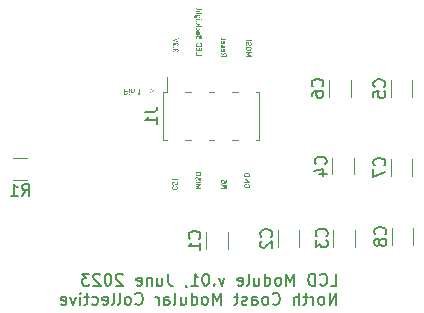
<source format=gbr>
%TF.GenerationSoftware,KiCad,Pcbnew,7.0.2-0*%
%TF.CreationDate,2023-11-12T18:26:11-05:00*%
%TF.ProjectId,LCD Module,4c434420-4d6f-4647-956c-652e6b696361,rev?*%
%TF.SameCoordinates,Original*%
%TF.FileFunction,Legend,Bot*%
%TF.FilePolarity,Positive*%
%FSLAX46Y46*%
G04 Gerber Fmt 4.6, Leading zero omitted, Abs format (unit mm)*
G04 Created by KiCad (PCBNEW 7.0.2-0) date 2023-11-12 18:26:11*
%MOMM*%
%LPD*%
G01*
G04 APERTURE LIST*
%ADD10C,0.125000*%
%ADD11C,0.150000*%
%ADD12C,0.120000*%
G04 APERTURE END LIST*
D10*
G36*
X116714712Y-74682071D02*
G01*
X116829506Y-74682071D01*
X116838979Y-74682420D01*
X116848162Y-74683133D01*
X116857056Y-74684210D01*
X116865662Y-74685650D01*
X116873978Y-74687454D01*
X116882005Y-74689621D01*
X116889743Y-74692152D01*
X116897192Y-74695046D01*
X116904352Y-74698304D01*
X116911223Y-74701925D01*
X116917804Y-74705909D01*
X116924097Y-74710258D01*
X116930100Y-74714969D01*
X116935815Y-74720045D01*
X116941240Y-74725483D01*
X116946376Y-74731285D01*
X116951094Y-74737018D01*
X116955507Y-74742828D01*
X116959616Y-74748715D01*
X116963420Y-74754679D01*
X116966920Y-74760721D01*
X116970116Y-74766840D01*
X116973007Y-74773036D01*
X116975594Y-74779310D01*
X116977877Y-74785660D01*
X116979855Y-74792089D01*
X116981529Y-74798594D01*
X116982898Y-74805177D01*
X116983963Y-74811836D01*
X116984724Y-74818574D01*
X116985181Y-74825388D01*
X116985333Y-74832280D01*
X116985273Y-74837366D01*
X116985093Y-74842366D01*
X116984792Y-74847281D01*
X116984116Y-74854491D01*
X116983169Y-74861509D01*
X116981952Y-74868333D01*
X116980464Y-74874964D01*
X116978706Y-74881402D01*
X116976678Y-74887647D01*
X116974379Y-74893698D01*
X116971809Y-74899556D01*
X116969946Y-74903355D01*
X116967120Y-74909067D01*
X116964137Y-74914526D01*
X116960997Y-74919731D01*
X116957701Y-74924684D01*
X116954248Y-74929383D01*
X116950639Y-74933829D01*
X116946872Y-74938021D01*
X116942949Y-74941960D01*
X116938870Y-74945646D01*
X116934633Y-74949079D01*
X116931722Y-74951226D01*
X116926463Y-74955261D01*
X116921219Y-74959033D01*
X116915990Y-74962540D01*
X116910776Y-74965783D01*
X116905577Y-74968763D01*
X116900393Y-74971478D01*
X116895225Y-74973929D01*
X116890071Y-74976116D01*
X116884932Y-74978039D01*
X116879808Y-74979698D01*
X116876401Y-74980657D01*
X116871253Y-74981639D01*
X116866070Y-74982525D01*
X116860849Y-74983314D01*
X116855592Y-74984006D01*
X116850299Y-74984602D01*
X116844969Y-74985101D01*
X116839603Y-74985503D01*
X116834200Y-74985809D01*
X116828761Y-74986019D01*
X116823285Y-74986131D01*
X116819614Y-74986153D01*
X116639119Y-74986153D01*
X116639119Y-74750947D01*
X116714712Y-74750947D01*
X116714712Y-74916544D01*
X116823766Y-74916544D01*
X116829470Y-74916521D01*
X116835041Y-74916223D01*
X116840478Y-74915651D01*
X116845783Y-74914803D01*
X116850954Y-74913681D01*
X116855992Y-74912285D01*
X116860897Y-74910613D01*
X116865669Y-74908667D01*
X116870308Y-74906446D01*
X116874814Y-74903950D01*
X116877744Y-74902133D01*
X116882386Y-74899110D01*
X116886693Y-74895765D01*
X116890667Y-74892098D01*
X116894307Y-74888108D01*
X116897613Y-74883797D01*
X116900585Y-74879164D01*
X116901680Y-74877221D01*
X116903598Y-74872696D01*
X116905260Y-74867916D01*
X116906666Y-74862881D01*
X116907816Y-74857590D01*
X116908711Y-74852043D01*
X116909351Y-74846240D01*
X116909734Y-74840181D01*
X116909862Y-74833867D01*
X116909685Y-74828124D01*
X116909154Y-74822479D01*
X116908268Y-74816932D01*
X116907028Y-74811485D01*
X116905435Y-74806136D01*
X116903486Y-74800886D01*
X116901184Y-74795735D01*
X116898528Y-74790682D01*
X116895517Y-74785728D01*
X116892152Y-74780873D01*
X116889712Y-74777692D01*
X116885545Y-74773037D01*
X116881014Y-74768826D01*
X116876117Y-74765060D01*
X116870856Y-74761738D01*
X116865229Y-74758860D01*
X116859238Y-74756427D01*
X116852882Y-74754438D01*
X116846160Y-74752893D01*
X116839074Y-74751793D01*
X116834147Y-74751307D01*
X116829058Y-74751017D01*
X116826453Y-74750947D01*
X116714712Y-74750947D01*
X116639119Y-74750947D01*
X116639119Y-74485944D01*
X116714712Y-74485944D01*
X116714712Y-74682071D01*
G37*
G36*
X117049447Y-74485944D02*
G01*
X117120888Y-74485944D01*
X117120888Y-74837653D01*
X117049447Y-74837653D01*
X117049447Y-74485944D01*
G37*
G36*
X117049447Y-74916544D02*
G01*
X117120888Y-74916544D01*
X117120888Y-74986153D01*
X117049447Y-74986153D01*
X117049447Y-74916544D01*
G37*
G36*
X117214921Y-74485944D02*
G01*
X117286362Y-74485944D01*
X117286362Y-74698679D01*
X117286539Y-74705573D01*
X117287071Y-74712149D01*
X117287956Y-74718407D01*
X117289196Y-74724347D01*
X117290790Y-74729970D01*
X117292738Y-74735275D01*
X117295040Y-74740263D01*
X117297697Y-74744933D01*
X117300707Y-74749285D01*
X117304072Y-74753319D01*
X117306512Y-74755832D01*
X117310318Y-74759411D01*
X117314318Y-74762638D01*
X117318510Y-74765513D01*
X117322896Y-74768036D01*
X117327475Y-74770207D01*
X117332247Y-74772026D01*
X117337212Y-74773493D01*
X117342370Y-74774608D01*
X117347722Y-74775371D01*
X117353267Y-74775782D01*
X117357071Y-74775860D01*
X117362742Y-74775684D01*
X117368216Y-74775156D01*
X117373493Y-74774276D01*
X117378572Y-74773043D01*
X117383453Y-74771459D01*
X117388137Y-74769523D01*
X117392624Y-74767234D01*
X117396913Y-74764594D01*
X117401004Y-74761602D01*
X117404898Y-74758257D01*
X117407385Y-74755832D01*
X117410920Y-74752009D01*
X117414108Y-74747869D01*
X117416948Y-74743411D01*
X117419440Y-74738636D01*
X117421585Y-74733542D01*
X117423382Y-74728131D01*
X117424831Y-74722403D01*
X117425932Y-74716356D01*
X117426685Y-74709992D01*
X117427091Y-74703310D01*
X117427168Y-74698679D01*
X117427168Y-74485944D01*
X117498609Y-74485944D01*
X117498609Y-74722004D01*
X117498261Y-74729492D01*
X117497642Y-74736750D01*
X117496753Y-74743780D01*
X117495595Y-74750581D01*
X117494166Y-74757152D01*
X117492467Y-74763495D01*
X117490498Y-74769609D01*
X117488260Y-74775493D01*
X117485751Y-74781149D01*
X117482972Y-74786576D01*
X117479923Y-74791774D01*
X117476605Y-74796743D01*
X117473016Y-74801482D01*
X117469157Y-74805993D01*
X117465028Y-74810275D01*
X117460630Y-74814328D01*
X117456036Y-74818099D01*
X117451383Y-74821627D01*
X117446671Y-74824911D01*
X117441899Y-74827952D01*
X117437069Y-74830750D01*
X117432179Y-74833305D01*
X117427230Y-74835616D01*
X117422222Y-74837684D01*
X117417155Y-74839508D01*
X117412029Y-74841090D01*
X117406844Y-74842428D01*
X117401599Y-74843523D01*
X117396296Y-74844374D01*
X117390933Y-74844982D01*
X117385511Y-74845347D01*
X117380030Y-74845469D01*
X117372971Y-74845292D01*
X117366085Y-74844759D01*
X117359370Y-74843872D01*
X117352827Y-74842630D01*
X117346456Y-74841033D01*
X117340256Y-74839080D01*
X117334228Y-74836774D01*
X117328372Y-74834112D01*
X117322688Y-74831095D01*
X117317175Y-74827723D01*
X117311834Y-74823997D01*
X117306665Y-74819915D01*
X117301668Y-74815479D01*
X117296842Y-74810687D01*
X117292188Y-74805541D01*
X117287706Y-74800040D01*
X117286362Y-74800040D01*
X117286362Y-74837653D01*
X117214921Y-74837653D01*
X117214921Y-74485944D01*
G37*
G36*
X117847632Y-74909583D02*
G01*
X117847632Y-74485944D01*
X117919073Y-74485944D01*
X117919073Y-74986153D01*
X117847632Y-74986153D01*
X117776924Y-74933641D01*
X117776924Y-74857681D01*
X117847632Y-74909583D01*
G37*
G36*
X118252343Y-74642992D02*
G01*
X118462880Y-74642992D01*
X118462880Y-74711868D01*
X118252343Y-74711868D01*
X118252343Y-74642992D01*
G37*
G36*
X118536642Y-74642992D02*
G01*
X118747179Y-74642992D01*
X118747179Y-74711868D01*
X118536642Y-74711868D01*
X118536642Y-74642992D01*
G37*
G36*
X118816544Y-74479227D02*
G01*
X119170574Y-74636519D01*
X119170574Y-74687077D01*
X118816544Y-74845469D01*
X118816544Y-74785874D01*
X119107681Y-74661798D01*
X118816544Y-74538089D01*
X118816544Y-74479227D01*
G37*
G36*
X126987851Y-82735163D02*
G01*
X126987851Y-82633680D01*
X126961351Y-82633680D01*
X126955439Y-82633881D01*
X126949673Y-82634301D01*
X126944052Y-82634938D01*
X126938575Y-82635795D01*
X126933244Y-82636869D01*
X126928058Y-82638163D01*
X126923016Y-82639674D01*
X126918120Y-82641405D01*
X126913369Y-82643353D01*
X126908762Y-82645521D01*
X126904301Y-82647906D01*
X126899985Y-82650510D01*
X126895814Y-82653333D01*
X126891788Y-82656374D01*
X126887906Y-82659634D01*
X126884170Y-82663112D01*
X126880458Y-82666759D01*
X126876986Y-82670527D01*
X126873753Y-82674415D01*
X126870760Y-82678423D01*
X126868006Y-82682551D01*
X126865491Y-82686800D01*
X126863216Y-82691168D01*
X126861181Y-82695657D01*
X126859385Y-82700266D01*
X126857828Y-82704996D01*
X126856511Y-82709845D01*
X126855433Y-82714815D01*
X126854595Y-82719905D01*
X126853997Y-82725115D01*
X126853637Y-82730446D01*
X126853518Y-82735896D01*
X126853616Y-82740822D01*
X126854055Y-82747187D01*
X126854845Y-82753319D01*
X126855986Y-82759218D01*
X126857479Y-82764884D01*
X126859322Y-82770318D01*
X126861516Y-82775518D01*
X126864062Y-82780486D01*
X126864753Y-82781692D01*
X126867224Y-82786458D01*
X126869874Y-82790988D01*
X126872704Y-82795281D01*
X126875713Y-82799338D01*
X126878902Y-82803158D01*
X126882270Y-82806742D01*
X126886732Y-82810888D01*
X126889544Y-82813199D01*
X126893669Y-82816708D01*
X126898107Y-82819908D01*
X126902859Y-82822799D01*
X126907923Y-82825381D01*
X126913300Y-82827653D01*
X126918990Y-82829617D01*
X126924993Y-82831271D01*
X126931309Y-82832616D01*
X126936556Y-82833598D01*
X126942633Y-82834484D01*
X126949542Y-82835273D01*
X126954609Y-82835745D01*
X126960045Y-82836174D01*
X126965851Y-82836561D01*
X126972025Y-82836904D01*
X126978569Y-82837205D01*
X126985483Y-82837462D01*
X126992765Y-82837677D01*
X127000417Y-82837849D01*
X127008438Y-82837978D01*
X127016828Y-82838063D01*
X127025587Y-82838106D01*
X127030105Y-82838112D01*
X127039052Y-82838090D01*
X127047635Y-82838026D01*
X127055855Y-82837919D01*
X127063712Y-82837768D01*
X127071204Y-82837575D01*
X127078334Y-82837339D01*
X127085100Y-82837060D01*
X127091502Y-82836738D01*
X127097541Y-82836373D01*
X127103216Y-82835965D01*
X127108528Y-82835514D01*
X127113476Y-82835021D01*
X127120217Y-82834199D01*
X127126140Y-82833282D01*
X127129634Y-82832616D01*
X127135778Y-82831271D01*
X127141633Y-82829617D01*
X127147197Y-82827653D01*
X127152471Y-82825381D01*
X127157455Y-82822799D01*
X127162149Y-82819908D01*
X127166553Y-82816708D01*
X127170667Y-82813199D01*
X127175315Y-82809274D01*
X127178858Y-82805868D01*
X127182244Y-82802225D01*
X127185473Y-82798346D01*
X127188546Y-82794230D01*
X127191463Y-82789878D01*
X127194223Y-82785289D01*
X127196190Y-82781692D01*
X127198492Y-82776782D01*
X127200510Y-82771640D01*
X127202247Y-82766264D01*
X127203701Y-82760656D01*
X127204872Y-82754815D01*
X127205762Y-82748742D01*
X127206368Y-82742435D01*
X127206638Y-82737553D01*
X127206693Y-82735896D01*
X127206388Y-82729192D01*
X127205748Y-82722681D01*
X127204774Y-82716364D01*
X127203464Y-82710239D01*
X127201820Y-82704308D01*
X127199841Y-82698570D01*
X127197527Y-82693025D01*
X127194878Y-82687673D01*
X127191894Y-82682515D01*
X127188575Y-82677550D01*
X127186176Y-82674347D01*
X127182185Y-82669944D01*
X127178041Y-82665803D01*
X127173744Y-82661924D01*
X127169295Y-82658307D01*
X127164694Y-82654952D01*
X127159940Y-82651858D01*
X127155034Y-82649027D01*
X127149975Y-82646457D01*
X127144764Y-82644150D01*
X127139401Y-82642104D01*
X127135740Y-82640886D01*
X127135740Y-82560896D01*
X127143522Y-82562523D01*
X127151145Y-82564411D01*
X127158608Y-82566560D01*
X127165912Y-82568971D01*
X127173057Y-82571644D01*
X127180042Y-82574578D01*
X127186868Y-82577773D01*
X127193534Y-82581229D01*
X127200042Y-82584947D01*
X127206389Y-82588927D01*
X127212578Y-82593168D01*
X127218607Y-82597670D01*
X127224477Y-82602434D01*
X127230188Y-82607459D01*
X127235739Y-82612745D01*
X127241131Y-82618293D01*
X127246251Y-82624076D01*
X127251046Y-82630068D01*
X127255517Y-82636269D01*
X127259663Y-82642679D01*
X127263485Y-82649298D01*
X127266983Y-82656126D01*
X127270156Y-82663163D01*
X127273005Y-82670409D01*
X127275529Y-82677863D01*
X127277729Y-82685527D01*
X127279605Y-82693399D01*
X127281156Y-82701481D01*
X127282383Y-82709771D01*
X127283286Y-82718271D01*
X127283864Y-82726979D01*
X127284118Y-82735896D01*
X127283922Y-82743163D01*
X127283519Y-82750278D01*
X127282907Y-82757241D01*
X127282088Y-82764053D01*
X127281060Y-82770713D01*
X127279825Y-82777221D01*
X127278381Y-82783577D01*
X127276730Y-82789782D01*
X127274870Y-82795835D01*
X127272803Y-82801737D01*
X127270527Y-82807486D01*
X127268044Y-82813085D01*
X127265352Y-82818531D01*
X127262453Y-82823825D01*
X127259345Y-82828968D01*
X127256030Y-82833960D01*
X127252612Y-82838881D01*
X127249136Y-82843630D01*
X127245601Y-82848208D01*
X127242009Y-82852614D01*
X127238358Y-82856848D01*
X127234649Y-82860910D01*
X127230882Y-82864801D01*
X127227057Y-82868520D01*
X127223173Y-82872067D01*
X127219231Y-82875443D01*
X127215231Y-82878647D01*
X127211173Y-82881679D01*
X127207057Y-82884539D01*
X127202882Y-82887227D01*
X127198650Y-82889744D01*
X127194359Y-82892089D01*
X127189632Y-82894809D01*
X127184551Y-82897348D01*
X127179114Y-82899709D01*
X127173323Y-82901890D01*
X127167177Y-82903891D01*
X127162335Y-82905275D01*
X127157292Y-82906557D01*
X127152051Y-82907739D01*
X127146609Y-82908820D01*
X127140584Y-82909737D01*
X127133546Y-82910563D01*
X127128291Y-82911064D01*
X127122586Y-82911525D01*
X127116430Y-82911946D01*
X127109824Y-82912326D01*
X127102768Y-82912667D01*
X127095261Y-82912967D01*
X127087304Y-82913228D01*
X127078897Y-82913448D01*
X127070039Y-82913629D01*
X127060731Y-82913769D01*
X127050973Y-82913869D01*
X127045925Y-82913904D01*
X127040764Y-82913929D01*
X127035491Y-82913944D01*
X127030105Y-82913949D01*
X127024801Y-82913944D01*
X127019606Y-82913929D01*
X127014519Y-82913904D01*
X127009541Y-82913869D01*
X126999910Y-82913769D01*
X126990713Y-82913629D01*
X126981951Y-82913448D01*
X126973622Y-82913228D01*
X126965728Y-82912967D01*
X126958267Y-82912667D01*
X126951241Y-82912326D01*
X126944649Y-82911946D01*
X126938491Y-82911525D01*
X126932767Y-82911064D01*
X126927477Y-82910563D01*
X126922621Y-82910022D01*
X126916152Y-82909136D01*
X126914212Y-82908820D01*
X126909309Y-82907945D01*
X126903779Y-82906800D01*
X126898635Y-82905552D01*
X126893878Y-82904201D01*
X126888817Y-82902495D01*
X126887467Y-82901981D01*
X126882927Y-82900005D01*
X126878281Y-82897924D01*
X126873530Y-82895738D01*
X126868674Y-82893446D01*
X126865852Y-82892089D01*
X126861564Y-82889730D01*
X126857340Y-82887201D01*
X126853179Y-82884502D01*
X126849083Y-82881633D01*
X126845051Y-82878594D01*
X126841082Y-82875386D01*
X126837178Y-82872007D01*
X126833337Y-82868459D01*
X126829560Y-82864741D01*
X126825848Y-82860853D01*
X126822199Y-82856795D01*
X126818614Y-82852568D01*
X126815093Y-82848171D01*
X126811636Y-82843603D01*
X126808243Y-82838866D01*
X126804913Y-82833960D01*
X126801581Y-82828968D01*
X126798452Y-82823825D01*
X126795528Y-82818531D01*
X126792808Y-82813085D01*
X126790292Y-82807486D01*
X126787980Y-82801737D01*
X126785873Y-82795835D01*
X126783970Y-82789782D01*
X126782270Y-82783577D01*
X126780775Y-82777221D01*
X126779484Y-82770713D01*
X126778398Y-82764053D01*
X126777515Y-82757241D01*
X126776837Y-82750278D01*
X126776363Y-82743163D01*
X126776093Y-82735896D01*
X126776453Y-82726457D01*
X126777199Y-82717223D01*
X126778331Y-82708193D01*
X126779848Y-82699367D01*
X126781750Y-82690745D01*
X126784038Y-82682327D01*
X126786712Y-82674113D01*
X126789770Y-82666104D01*
X126793215Y-82658298D01*
X126797044Y-82650697D01*
X126801259Y-82643300D01*
X126805860Y-82636108D01*
X126810846Y-82629119D01*
X126816217Y-82622335D01*
X126821974Y-82615754D01*
X126828116Y-82609378D01*
X126834578Y-82603325D01*
X126841231Y-82597651D01*
X126848076Y-82592357D01*
X126855113Y-82587442D01*
X126862341Y-82582908D01*
X126869762Y-82578753D01*
X126877374Y-82574977D01*
X126885178Y-82571582D01*
X126893173Y-82568566D01*
X126901361Y-82565930D01*
X126909740Y-82563673D01*
X126918311Y-82561797D01*
X126927073Y-82560300D01*
X126936028Y-82559183D01*
X126945174Y-82558445D01*
X126954512Y-82558087D01*
X127056728Y-82558087D01*
X127056728Y-82735163D01*
X126987851Y-82735163D01*
G37*
G36*
X126783909Y-82469916D02*
G01*
X126783909Y-82394323D01*
X127138793Y-82394323D01*
X127138793Y-82392979D01*
X126783909Y-82167787D01*
X126783909Y-82096346D01*
X127284118Y-82096346D01*
X127284118Y-82171817D01*
X126928622Y-82171817D01*
X126928622Y-82173161D01*
X127284118Y-82398841D01*
X127284118Y-82469916D01*
X126783909Y-82469916D01*
G37*
G36*
X127043317Y-81638528D02*
G01*
X127052270Y-81638572D01*
X127060872Y-81638646D01*
X127069123Y-81638750D01*
X127077023Y-81638883D01*
X127084571Y-81639045D01*
X127091769Y-81639238D01*
X127098615Y-81639459D01*
X127105111Y-81639711D01*
X127111255Y-81639992D01*
X127117048Y-81640302D01*
X127122490Y-81640643D01*
X127127581Y-81641012D01*
X127134559Y-81641622D01*
X127140747Y-81642299D01*
X127146516Y-81643309D01*
X127152235Y-81644553D01*
X127157905Y-81646031D01*
X127163525Y-81647743D01*
X127169096Y-81649689D01*
X127174617Y-81651869D01*
X127180090Y-81654283D01*
X127185512Y-81656930D01*
X127190886Y-81659812D01*
X127196210Y-81662928D01*
X127199732Y-81665135D01*
X127204879Y-81668345D01*
X127209865Y-81671653D01*
X127214688Y-81675061D01*
X127219350Y-81678567D01*
X127223849Y-81682172D01*
X127228187Y-81685877D01*
X127232362Y-81689680D01*
X127236376Y-81693582D01*
X127240228Y-81697583D01*
X127243917Y-81701684D01*
X127247445Y-81705883D01*
X127250811Y-81710181D01*
X127254015Y-81714578D01*
X127257057Y-81719075D01*
X127259937Y-81723670D01*
X127262655Y-81728364D01*
X127265211Y-81733157D01*
X127267605Y-81738049D01*
X127269837Y-81743040D01*
X127271908Y-81748130D01*
X127273816Y-81753319D01*
X127275562Y-81758608D01*
X127277147Y-81763995D01*
X127278569Y-81769481D01*
X127279829Y-81775066D01*
X127280928Y-81780750D01*
X127281864Y-81786533D01*
X127282639Y-81792415D01*
X127283252Y-81798396D01*
X127283702Y-81804476D01*
X127283991Y-81810654D01*
X127284118Y-81816932D01*
X127284118Y-81991200D01*
X126783909Y-81991200D01*
X126783909Y-81915607D01*
X126853518Y-81915607D01*
X127214509Y-81915607D01*
X127214509Y-81825359D01*
X127214499Y-81818286D01*
X127214135Y-81811416D01*
X127213415Y-81804749D01*
X127212341Y-81798286D01*
X127210912Y-81792026D01*
X127209128Y-81785969D01*
X127206989Y-81780115D01*
X127204495Y-81774465D01*
X127201646Y-81769017D01*
X127198442Y-81763773D01*
X127194883Y-81758732D01*
X127190970Y-81753895D01*
X127186701Y-81749260D01*
X127182078Y-81744829D01*
X127177099Y-81740601D01*
X127171766Y-81736577D01*
X127167171Y-81732905D01*
X127162241Y-81729585D01*
X127156974Y-81726616D01*
X127151372Y-81723998D01*
X127145434Y-81721731D01*
X127140760Y-81720261D01*
X127135897Y-81718989D01*
X127130845Y-81717914D01*
X127125604Y-81717037D01*
X127119940Y-81716491D01*
X127113616Y-81716000D01*
X127106633Y-81715561D01*
X127101612Y-81715299D01*
X127096298Y-81715060D01*
X127090691Y-81714846D01*
X127084791Y-81714655D01*
X127078598Y-81714488D01*
X127072112Y-81714345D01*
X127065333Y-81714226D01*
X127058262Y-81714130D01*
X127050897Y-81714059D01*
X127043240Y-81714011D01*
X127035289Y-81713987D01*
X127031204Y-81713984D01*
X127022915Y-81713996D01*
X127014962Y-81714032D01*
X127007345Y-81714091D01*
X127000063Y-81714175D01*
X126993118Y-81714282D01*
X126986508Y-81714413D01*
X126980234Y-81714568D01*
X126974296Y-81714747D01*
X126968693Y-81714950D01*
X126963427Y-81715177D01*
X126958496Y-81715427D01*
X126951730Y-81715847D01*
X126945719Y-81716322D01*
X126940464Y-81716849D01*
X126938881Y-81717037D01*
X126932786Y-81718037D01*
X126926958Y-81719327D01*
X126921398Y-81720907D01*
X126916105Y-81722777D01*
X126911079Y-81724937D01*
X126906320Y-81727387D01*
X126901828Y-81730127D01*
X126897604Y-81733157D01*
X126892265Y-81736880D01*
X126887271Y-81740876D01*
X126882621Y-81745143D01*
X126878316Y-81749682D01*
X126874355Y-81754493D01*
X126870739Y-81759575D01*
X126867467Y-81764930D01*
X126864539Y-81770557D01*
X126861956Y-81776455D01*
X126859717Y-81782626D01*
X126857823Y-81789068D01*
X126856273Y-81795783D01*
X126855068Y-81802769D01*
X126854207Y-81810027D01*
X126853690Y-81817557D01*
X126853518Y-81825359D01*
X126853518Y-81915607D01*
X126783909Y-81915607D01*
X126783909Y-81822062D01*
X126784005Y-81815123D01*
X126784294Y-81808321D01*
X126784776Y-81801655D01*
X126785450Y-81795126D01*
X126786318Y-81788733D01*
X126787378Y-81782477D01*
X126788630Y-81776357D01*
X126790076Y-81770374D01*
X126791714Y-81764527D01*
X126793545Y-81758816D01*
X126795568Y-81753242D01*
X126797785Y-81747804D01*
X126800194Y-81742503D01*
X126802795Y-81737338D01*
X126805590Y-81732309D01*
X126808577Y-81727417D01*
X126811496Y-81722614D01*
X126814511Y-81717943D01*
X126817625Y-81713405D01*
X126820835Y-81709000D01*
X126824143Y-81704727D01*
X126827548Y-81700587D01*
X126831050Y-81696579D01*
X126834650Y-81692704D01*
X126838347Y-81688962D01*
X126842141Y-81685352D01*
X126846033Y-81681875D01*
X126850022Y-81678531D01*
X126854108Y-81675319D01*
X126858292Y-81672240D01*
X126862573Y-81669293D01*
X126866951Y-81666479D01*
X126871913Y-81663496D01*
X126876814Y-81660686D01*
X126881656Y-81658047D01*
X126886437Y-81655579D01*
X126891158Y-81653284D01*
X126892719Y-81652557D01*
X126897602Y-81650595D01*
X126902725Y-81648830D01*
X126908089Y-81647263D01*
X126913693Y-81645894D01*
X126918547Y-81644903D01*
X126921539Y-81644375D01*
X126927944Y-81643327D01*
X126935205Y-81642383D01*
X126940522Y-81641810D01*
X126946219Y-81641284D01*
X126952297Y-81640803D01*
X126958755Y-81640368D01*
X126965595Y-81639978D01*
X126972815Y-81639635D01*
X126980415Y-81639337D01*
X126988397Y-81639085D01*
X126996759Y-81638879D01*
X127005501Y-81638719D01*
X127014624Y-81638605D01*
X127024128Y-81638536D01*
X127029023Y-81638519D01*
X127034013Y-81638513D01*
X127043317Y-81638528D01*
G37*
D11*
X134098425Y-91151127D02*
X134574615Y-91151127D01*
X134574615Y-91151127D02*
X134574615Y-90151127D01*
X133193663Y-91055888D02*
X133241282Y-91103508D01*
X133241282Y-91103508D02*
X133384139Y-91151127D01*
X133384139Y-91151127D02*
X133479377Y-91151127D01*
X133479377Y-91151127D02*
X133622234Y-91103508D01*
X133622234Y-91103508D02*
X133717472Y-91008269D01*
X133717472Y-91008269D02*
X133765091Y-90913031D01*
X133765091Y-90913031D02*
X133812710Y-90722555D01*
X133812710Y-90722555D02*
X133812710Y-90579698D01*
X133812710Y-90579698D02*
X133765091Y-90389222D01*
X133765091Y-90389222D02*
X133717472Y-90293984D01*
X133717472Y-90293984D02*
X133622234Y-90198746D01*
X133622234Y-90198746D02*
X133479377Y-90151127D01*
X133479377Y-90151127D02*
X133384139Y-90151127D01*
X133384139Y-90151127D02*
X133241282Y-90198746D01*
X133241282Y-90198746D02*
X133193663Y-90246365D01*
X132765091Y-91151127D02*
X132765091Y-90151127D01*
X132765091Y-90151127D02*
X132526996Y-90151127D01*
X132526996Y-90151127D02*
X132384139Y-90198746D01*
X132384139Y-90198746D02*
X132288901Y-90293984D01*
X132288901Y-90293984D02*
X132241282Y-90389222D01*
X132241282Y-90389222D02*
X132193663Y-90579698D01*
X132193663Y-90579698D02*
X132193663Y-90722555D01*
X132193663Y-90722555D02*
X132241282Y-90913031D01*
X132241282Y-90913031D02*
X132288901Y-91008269D01*
X132288901Y-91008269D02*
X132384139Y-91103508D01*
X132384139Y-91103508D02*
X132526996Y-91151127D01*
X132526996Y-91151127D02*
X132765091Y-91151127D01*
X131003186Y-91151127D02*
X131003186Y-90151127D01*
X131003186Y-90151127D02*
X130669853Y-90865412D01*
X130669853Y-90865412D02*
X130336520Y-90151127D01*
X130336520Y-90151127D02*
X130336520Y-91151127D01*
X129717472Y-91151127D02*
X129812710Y-91103508D01*
X129812710Y-91103508D02*
X129860329Y-91055888D01*
X129860329Y-91055888D02*
X129907948Y-90960650D01*
X129907948Y-90960650D02*
X129907948Y-90674936D01*
X129907948Y-90674936D02*
X129860329Y-90579698D01*
X129860329Y-90579698D02*
X129812710Y-90532079D01*
X129812710Y-90532079D02*
X129717472Y-90484460D01*
X129717472Y-90484460D02*
X129574615Y-90484460D01*
X129574615Y-90484460D02*
X129479377Y-90532079D01*
X129479377Y-90532079D02*
X129431758Y-90579698D01*
X129431758Y-90579698D02*
X129384139Y-90674936D01*
X129384139Y-90674936D02*
X129384139Y-90960650D01*
X129384139Y-90960650D02*
X129431758Y-91055888D01*
X129431758Y-91055888D02*
X129479377Y-91103508D01*
X129479377Y-91103508D02*
X129574615Y-91151127D01*
X129574615Y-91151127D02*
X129717472Y-91151127D01*
X128526996Y-91151127D02*
X128526996Y-90151127D01*
X128526996Y-91103508D02*
X128622234Y-91151127D01*
X128622234Y-91151127D02*
X128812710Y-91151127D01*
X128812710Y-91151127D02*
X128907948Y-91103508D01*
X128907948Y-91103508D02*
X128955567Y-91055888D01*
X128955567Y-91055888D02*
X129003186Y-90960650D01*
X129003186Y-90960650D02*
X129003186Y-90674936D01*
X129003186Y-90674936D02*
X128955567Y-90579698D01*
X128955567Y-90579698D02*
X128907948Y-90532079D01*
X128907948Y-90532079D02*
X128812710Y-90484460D01*
X128812710Y-90484460D02*
X128622234Y-90484460D01*
X128622234Y-90484460D02*
X128526996Y-90532079D01*
X127622234Y-90484460D02*
X127622234Y-91151127D01*
X128050805Y-90484460D02*
X128050805Y-91008269D01*
X128050805Y-91008269D02*
X128003186Y-91103508D01*
X128003186Y-91103508D02*
X127907948Y-91151127D01*
X127907948Y-91151127D02*
X127765091Y-91151127D01*
X127765091Y-91151127D02*
X127669853Y-91103508D01*
X127669853Y-91103508D02*
X127622234Y-91055888D01*
X127003186Y-91151127D02*
X127098424Y-91103508D01*
X127098424Y-91103508D02*
X127146043Y-91008269D01*
X127146043Y-91008269D02*
X127146043Y-90151127D01*
X126241281Y-91103508D02*
X126336519Y-91151127D01*
X126336519Y-91151127D02*
X126526995Y-91151127D01*
X126526995Y-91151127D02*
X126622233Y-91103508D01*
X126622233Y-91103508D02*
X126669852Y-91008269D01*
X126669852Y-91008269D02*
X126669852Y-90627317D01*
X126669852Y-90627317D02*
X126622233Y-90532079D01*
X126622233Y-90532079D02*
X126526995Y-90484460D01*
X126526995Y-90484460D02*
X126336519Y-90484460D01*
X126336519Y-90484460D02*
X126241281Y-90532079D01*
X126241281Y-90532079D02*
X126193662Y-90627317D01*
X126193662Y-90627317D02*
X126193662Y-90722555D01*
X126193662Y-90722555D02*
X126669852Y-90817793D01*
X125098423Y-90484460D02*
X124860328Y-91151127D01*
X124860328Y-91151127D02*
X124622233Y-90484460D01*
X124241280Y-91055888D02*
X124193661Y-91103508D01*
X124193661Y-91103508D02*
X124241280Y-91151127D01*
X124241280Y-91151127D02*
X124288899Y-91103508D01*
X124288899Y-91103508D02*
X124241280Y-91055888D01*
X124241280Y-91055888D02*
X124241280Y-91151127D01*
X123574614Y-90151127D02*
X123479376Y-90151127D01*
X123479376Y-90151127D02*
X123384138Y-90198746D01*
X123384138Y-90198746D02*
X123336519Y-90246365D01*
X123336519Y-90246365D02*
X123288900Y-90341603D01*
X123288900Y-90341603D02*
X123241281Y-90532079D01*
X123241281Y-90532079D02*
X123241281Y-90770174D01*
X123241281Y-90770174D02*
X123288900Y-90960650D01*
X123288900Y-90960650D02*
X123336519Y-91055888D01*
X123336519Y-91055888D02*
X123384138Y-91103508D01*
X123384138Y-91103508D02*
X123479376Y-91151127D01*
X123479376Y-91151127D02*
X123574614Y-91151127D01*
X123574614Y-91151127D02*
X123669852Y-91103508D01*
X123669852Y-91103508D02*
X123717471Y-91055888D01*
X123717471Y-91055888D02*
X123765090Y-90960650D01*
X123765090Y-90960650D02*
X123812709Y-90770174D01*
X123812709Y-90770174D02*
X123812709Y-90532079D01*
X123812709Y-90532079D02*
X123765090Y-90341603D01*
X123765090Y-90341603D02*
X123717471Y-90246365D01*
X123717471Y-90246365D02*
X123669852Y-90198746D01*
X123669852Y-90198746D02*
X123574614Y-90151127D01*
X122288900Y-91151127D02*
X122860328Y-91151127D01*
X122574614Y-91151127D02*
X122574614Y-90151127D01*
X122574614Y-90151127D02*
X122669852Y-90293984D01*
X122669852Y-90293984D02*
X122765090Y-90389222D01*
X122765090Y-90389222D02*
X122860328Y-90436841D01*
X121812709Y-91103508D02*
X121812709Y-91151127D01*
X121812709Y-91151127D02*
X121860328Y-91246365D01*
X121860328Y-91246365D02*
X121907947Y-91293984D01*
X120336519Y-90151127D02*
X120336519Y-90865412D01*
X120336519Y-90865412D02*
X120384138Y-91008269D01*
X120384138Y-91008269D02*
X120479376Y-91103508D01*
X120479376Y-91103508D02*
X120622233Y-91151127D01*
X120622233Y-91151127D02*
X120717471Y-91151127D01*
X119431757Y-90484460D02*
X119431757Y-91151127D01*
X119860328Y-90484460D02*
X119860328Y-91008269D01*
X119860328Y-91008269D02*
X119812709Y-91103508D01*
X119812709Y-91103508D02*
X119717471Y-91151127D01*
X119717471Y-91151127D02*
X119574614Y-91151127D01*
X119574614Y-91151127D02*
X119479376Y-91103508D01*
X119479376Y-91103508D02*
X119431757Y-91055888D01*
X118955566Y-90484460D02*
X118955566Y-91151127D01*
X118955566Y-90579698D02*
X118907947Y-90532079D01*
X118907947Y-90532079D02*
X118812709Y-90484460D01*
X118812709Y-90484460D02*
X118669852Y-90484460D01*
X118669852Y-90484460D02*
X118574614Y-90532079D01*
X118574614Y-90532079D02*
X118526995Y-90627317D01*
X118526995Y-90627317D02*
X118526995Y-91151127D01*
X117669852Y-91103508D02*
X117765090Y-91151127D01*
X117765090Y-91151127D02*
X117955566Y-91151127D01*
X117955566Y-91151127D02*
X118050804Y-91103508D01*
X118050804Y-91103508D02*
X118098423Y-91008269D01*
X118098423Y-91008269D02*
X118098423Y-90627317D01*
X118098423Y-90627317D02*
X118050804Y-90532079D01*
X118050804Y-90532079D02*
X117955566Y-90484460D01*
X117955566Y-90484460D02*
X117765090Y-90484460D01*
X117765090Y-90484460D02*
X117669852Y-90532079D01*
X117669852Y-90532079D02*
X117622233Y-90627317D01*
X117622233Y-90627317D02*
X117622233Y-90722555D01*
X117622233Y-90722555D02*
X118098423Y-90817793D01*
X116479375Y-90246365D02*
X116431756Y-90198746D01*
X116431756Y-90198746D02*
X116336518Y-90151127D01*
X116336518Y-90151127D02*
X116098423Y-90151127D01*
X116098423Y-90151127D02*
X116003185Y-90198746D01*
X116003185Y-90198746D02*
X115955566Y-90246365D01*
X115955566Y-90246365D02*
X115907947Y-90341603D01*
X115907947Y-90341603D02*
X115907947Y-90436841D01*
X115907947Y-90436841D02*
X115955566Y-90579698D01*
X115955566Y-90579698D02*
X116526994Y-91151127D01*
X116526994Y-91151127D02*
X115907947Y-91151127D01*
X115288899Y-90151127D02*
X115193661Y-90151127D01*
X115193661Y-90151127D02*
X115098423Y-90198746D01*
X115098423Y-90198746D02*
X115050804Y-90246365D01*
X115050804Y-90246365D02*
X115003185Y-90341603D01*
X115003185Y-90341603D02*
X114955566Y-90532079D01*
X114955566Y-90532079D02*
X114955566Y-90770174D01*
X114955566Y-90770174D02*
X115003185Y-90960650D01*
X115003185Y-90960650D02*
X115050804Y-91055888D01*
X115050804Y-91055888D02*
X115098423Y-91103508D01*
X115098423Y-91103508D02*
X115193661Y-91151127D01*
X115193661Y-91151127D02*
X115288899Y-91151127D01*
X115288899Y-91151127D02*
X115384137Y-91103508D01*
X115384137Y-91103508D02*
X115431756Y-91055888D01*
X115431756Y-91055888D02*
X115479375Y-90960650D01*
X115479375Y-90960650D02*
X115526994Y-90770174D01*
X115526994Y-90770174D02*
X115526994Y-90532079D01*
X115526994Y-90532079D02*
X115479375Y-90341603D01*
X115479375Y-90341603D02*
X115431756Y-90246365D01*
X115431756Y-90246365D02*
X115384137Y-90198746D01*
X115384137Y-90198746D02*
X115288899Y-90151127D01*
X114574613Y-90246365D02*
X114526994Y-90198746D01*
X114526994Y-90198746D02*
X114431756Y-90151127D01*
X114431756Y-90151127D02*
X114193661Y-90151127D01*
X114193661Y-90151127D02*
X114098423Y-90198746D01*
X114098423Y-90198746D02*
X114050804Y-90246365D01*
X114050804Y-90246365D02*
X114003185Y-90341603D01*
X114003185Y-90341603D02*
X114003185Y-90436841D01*
X114003185Y-90436841D02*
X114050804Y-90579698D01*
X114050804Y-90579698D02*
X114622232Y-91151127D01*
X114622232Y-91151127D02*
X114003185Y-91151127D01*
X113669851Y-90151127D02*
X113050804Y-90151127D01*
X113050804Y-90151127D02*
X113384137Y-90532079D01*
X113384137Y-90532079D02*
X113241280Y-90532079D01*
X113241280Y-90532079D02*
X113146042Y-90579698D01*
X113146042Y-90579698D02*
X113098423Y-90627317D01*
X113098423Y-90627317D02*
X113050804Y-90722555D01*
X113050804Y-90722555D02*
X113050804Y-90960650D01*
X113050804Y-90960650D02*
X113098423Y-91055888D01*
X113098423Y-91055888D02*
X113146042Y-91103508D01*
X113146042Y-91103508D02*
X113241280Y-91151127D01*
X113241280Y-91151127D02*
X113526994Y-91151127D01*
X113526994Y-91151127D02*
X113622232Y-91103508D01*
X113622232Y-91103508D02*
X113669851Y-91055888D01*
X134574615Y-92771127D02*
X134574615Y-91771127D01*
X134574615Y-91771127D02*
X134003187Y-92771127D01*
X134003187Y-92771127D02*
X134003187Y-91771127D01*
X133384139Y-92771127D02*
X133479377Y-92723508D01*
X133479377Y-92723508D02*
X133526996Y-92675888D01*
X133526996Y-92675888D02*
X133574615Y-92580650D01*
X133574615Y-92580650D02*
X133574615Y-92294936D01*
X133574615Y-92294936D02*
X133526996Y-92199698D01*
X133526996Y-92199698D02*
X133479377Y-92152079D01*
X133479377Y-92152079D02*
X133384139Y-92104460D01*
X133384139Y-92104460D02*
X133241282Y-92104460D01*
X133241282Y-92104460D02*
X133146044Y-92152079D01*
X133146044Y-92152079D02*
X133098425Y-92199698D01*
X133098425Y-92199698D02*
X133050806Y-92294936D01*
X133050806Y-92294936D02*
X133050806Y-92580650D01*
X133050806Y-92580650D02*
X133098425Y-92675888D01*
X133098425Y-92675888D02*
X133146044Y-92723508D01*
X133146044Y-92723508D02*
X133241282Y-92771127D01*
X133241282Y-92771127D02*
X133384139Y-92771127D01*
X132622234Y-92771127D02*
X132622234Y-92104460D01*
X132622234Y-92294936D02*
X132574615Y-92199698D01*
X132574615Y-92199698D02*
X132526996Y-92152079D01*
X132526996Y-92152079D02*
X132431758Y-92104460D01*
X132431758Y-92104460D02*
X132336520Y-92104460D01*
X132146043Y-92104460D02*
X131765091Y-92104460D01*
X132003186Y-91771127D02*
X132003186Y-92628269D01*
X132003186Y-92628269D02*
X131955567Y-92723508D01*
X131955567Y-92723508D02*
X131860329Y-92771127D01*
X131860329Y-92771127D02*
X131765091Y-92771127D01*
X131431757Y-92771127D02*
X131431757Y-91771127D01*
X131003186Y-92771127D02*
X131003186Y-92247317D01*
X131003186Y-92247317D02*
X131050805Y-92152079D01*
X131050805Y-92152079D02*
X131146043Y-92104460D01*
X131146043Y-92104460D02*
X131288900Y-92104460D01*
X131288900Y-92104460D02*
X131384138Y-92152079D01*
X131384138Y-92152079D02*
X131431757Y-92199698D01*
X129193662Y-92675888D02*
X129241281Y-92723508D01*
X129241281Y-92723508D02*
X129384138Y-92771127D01*
X129384138Y-92771127D02*
X129479376Y-92771127D01*
X129479376Y-92771127D02*
X129622233Y-92723508D01*
X129622233Y-92723508D02*
X129717471Y-92628269D01*
X129717471Y-92628269D02*
X129765090Y-92533031D01*
X129765090Y-92533031D02*
X129812709Y-92342555D01*
X129812709Y-92342555D02*
X129812709Y-92199698D01*
X129812709Y-92199698D02*
X129765090Y-92009222D01*
X129765090Y-92009222D02*
X129717471Y-91913984D01*
X129717471Y-91913984D02*
X129622233Y-91818746D01*
X129622233Y-91818746D02*
X129479376Y-91771127D01*
X129479376Y-91771127D02*
X129384138Y-91771127D01*
X129384138Y-91771127D02*
X129241281Y-91818746D01*
X129241281Y-91818746D02*
X129193662Y-91866365D01*
X128622233Y-92771127D02*
X128717471Y-92723508D01*
X128717471Y-92723508D02*
X128765090Y-92675888D01*
X128765090Y-92675888D02*
X128812709Y-92580650D01*
X128812709Y-92580650D02*
X128812709Y-92294936D01*
X128812709Y-92294936D02*
X128765090Y-92199698D01*
X128765090Y-92199698D02*
X128717471Y-92152079D01*
X128717471Y-92152079D02*
X128622233Y-92104460D01*
X128622233Y-92104460D02*
X128479376Y-92104460D01*
X128479376Y-92104460D02*
X128384138Y-92152079D01*
X128384138Y-92152079D02*
X128336519Y-92199698D01*
X128336519Y-92199698D02*
X128288900Y-92294936D01*
X128288900Y-92294936D02*
X128288900Y-92580650D01*
X128288900Y-92580650D02*
X128336519Y-92675888D01*
X128336519Y-92675888D02*
X128384138Y-92723508D01*
X128384138Y-92723508D02*
X128479376Y-92771127D01*
X128479376Y-92771127D02*
X128622233Y-92771127D01*
X127431757Y-92771127D02*
X127431757Y-92247317D01*
X127431757Y-92247317D02*
X127479376Y-92152079D01*
X127479376Y-92152079D02*
X127574614Y-92104460D01*
X127574614Y-92104460D02*
X127765090Y-92104460D01*
X127765090Y-92104460D02*
X127860328Y-92152079D01*
X127431757Y-92723508D02*
X127526995Y-92771127D01*
X127526995Y-92771127D02*
X127765090Y-92771127D01*
X127765090Y-92771127D02*
X127860328Y-92723508D01*
X127860328Y-92723508D02*
X127907947Y-92628269D01*
X127907947Y-92628269D02*
X127907947Y-92533031D01*
X127907947Y-92533031D02*
X127860328Y-92437793D01*
X127860328Y-92437793D02*
X127765090Y-92390174D01*
X127765090Y-92390174D02*
X127526995Y-92390174D01*
X127526995Y-92390174D02*
X127431757Y-92342555D01*
X127003185Y-92723508D02*
X126907947Y-92771127D01*
X126907947Y-92771127D02*
X126717471Y-92771127D01*
X126717471Y-92771127D02*
X126622233Y-92723508D01*
X126622233Y-92723508D02*
X126574614Y-92628269D01*
X126574614Y-92628269D02*
X126574614Y-92580650D01*
X126574614Y-92580650D02*
X126622233Y-92485412D01*
X126622233Y-92485412D02*
X126717471Y-92437793D01*
X126717471Y-92437793D02*
X126860328Y-92437793D01*
X126860328Y-92437793D02*
X126955566Y-92390174D01*
X126955566Y-92390174D02*
X127003185Y-92294936D01*
X127003185Y-92294936D02*
X127003185Y-92247317D01*
X127003185Y-92247317D02*
X126955566Y-92152079D01*
X126955566Y-92152079D02*
X126860328Y-92104460D01*
X126860328Y-92104460D02*
X126717471Y-92104460D01*
X126717471Y-92104460D02*
X126622233Y-92152079D01*
X126288899Y-92104460D02*
X125907947Y-92104460D01*
X126146042Y-91771127D02*
X126146042Y-92628269D01*
X126146042Y-92628269D02*
X126098423Y-92723508D01*
X126098423Y-92723508D02*
X126003185Y-92771127D01*
X126003185Y-92771127D02*
X125907947Y-92771127D01*
X124812708Y-92771127D02*
X124812708Y-91771127D01*
X124812708Y-91771127D02*
X124479375Y-92485412D01*
X124479375Y-92485412D02*
X124146042Y-91771127D01*
X124146042Y-91771127D02*
X124146042Y-92771127D01*
X123526994Y-92771127D02*
X123622232Y-92723508D01*
X123622232Y-92723508D02*
X123669851Y-92675888D01*
X123669851Y-92675888D02*
X123717470Y-92580650D01*
X123717470Y-92580650D02*
X123717470Y-92294936D01*
X123717470Y-92294936D02*
X123669851Y-92199698D01*
X123669851Y-92199698D02*
X123622232Y-92152079D01*
X123622232Y-92152079D02*
X123526994Y-92104460D01*
X123526994Y-92104460D02*
X123384137Y-92104460D01*
X123384137Y-92104460D02*
X123288899Y-92152079D01*
X123288899Y-92152079D02*
X123241280Y-92199698D01*
X123241280Y-92199698D02*
X123193661Y-92294936D01*
X123193661Y-92294936D02*
X123193661Y-92580650D01*
X123193661Y-92580650D02*
X123241280Y-92675888D01*
X123241280Y-92675888D02*
X123288899Y-92723508D01*
X123288899Y-92723508D02*
X123384137Y-92771127D01*
X123384137Y-92771127D02*
X123526994Y-92771127D01*
X122336518Y-92771127D02*
X122336518Y-91771127D01*
X122336518Y-92723508D02*
X122431756Y-92771127D01*
X122431756Y-92771127D02*
X122622232Y-92771127D01*
X122622232Y-92771127D02*
X122717470Y-92723508D01*
X122717470Y-92723508D02*
X122765089Y-92675888D01*
X122765089Y-92675888D02*
X122812708Y-92580650D01*
X122812708Y-92580650D02*
X122812708Y-92294936D01*
X122812708Y-92294936D02*
X122765089Y-92199698D01*
X122765089Y-92199698D02*
X122717470Y-92152079D01*
X122717470Y-92152079D02*
X122622232Y-92104460D01*
X122622232Y-92104460D02*
X122431756Y-92104460D01*
X122431756Y-92104460D02*
X122336518Y-92152079D01*
X121431756Y-92104460D02*
X121431756Y-92771127D01*
X121860327Y-92104460D02*
X121860327Y-92628269D01*
X121860327Y-92628269D02*
X121812708Y-92723508D01*
X121812708Y-92723508D02*
X121717470Y-92771127D01*
X121717470Y-92771127D02*
X121574613Y-92771127D01*
X121574613Y-92771127D02*
X121479375Y-92723508D01*
X121479375Y-92723508D02*
X121431756Y-92675888D01*
X120812708Y-92771127D02*
X120907946Y-92723508D01*
X120907946Y-92723508D02*
X120955565Y-92628269D01*
X120955565Y-92628269D02*
X120955565Y-91771127D01*
X120003184Y-92771127D02*
X120003184Y-92247317D01*
X120003184Y-92247317D02*
X120050803Y-92152079D01*
X120050803Y-92152079D02*
X120146041Y-92104460D01*
X120146041Y-92104460D02*
X120336517Y-92104460D01*
X120336517Y-92104460D02*
X120431755Y-92152079D01*
X120003184Y-92723508D02*
X120098422Y-92771127D01*
X120098422Y-92771127D02*
X120336517Y-92771127D01*
X120336517Y-92771127D02*
X120431755Y-92723508D01*
X120431755Y-92723508D02*
X120479374Y-92628269D01*
X120479374Y-92628269D02*
X120479374Y-92533031D01*
X120479374Y-92533031D02*
X120431755Y-92437793D01*
X120431755Y-92437793D02*
X120336517Y-92390174D01*
X120336517Y-92390174D02*
X120098422Y-92390174D01*
X120098422Y-92390174D02*
X120003184Y-92342555D01*
X119526993Y-92771127D02*
X119526993Y-92104460D01*
X119526993Y-92294936D02*
X119479374Y-92199698D01*
X119479374Y-92199698D02*
X119431755Y-92152079D01*
X119431755Y-92152079D02*
X119336517Y-92104460D01*
X119336517Y-92104460D02*
X119241279Y-92104460D01*
X117574612Y-92675888D02*
X117622231Y-92723508D01*
X117622231Y-92723508D02*
X117765088Y-92771127D01*
X117765088Y-92771127D02*
X117860326Y-92771127D01*
X117860326Y-92771127D02*
X118003183Y-92723508D01*
X118003183Y-92723508D02*
X118098421Y-92628269D01*
X118098421Y-92628269D02*
X118146040Y-92533031D01*
X118146040Y-92533031D02*
X118193659Y-92342555D01*
X118193659Y-92342555D02*
X118193659Y-92199698D01*
X118193659Y-92199698D02*
X118146040Y-92009222D01*
X118146040Y-92009222D02*
X118098421Y-91913984D01*
X118098421Y-91913984D02*
X118003183Y-91818746D01*
X118003183Y-91818746D02*
X117860326Y-91771127D01*
X117860326Y-91771127D02*
X117765088Y-91771127D01*
X117765088Y-91771127D02*
X117622231Y-91818746D01*
X117622231Y-91818746D02*
X117574612Y-91866365D01*
X117003183Y-92771127D02*
X117098421Y-92723508D01*
X117098421Y-92723508D02*
X117146040Y-92675888D01*
X117146040Y-92675888D02*
X117193659Y-92580650D01*
X117193659Y-92580650D02*
X117193659Y-92294936D01*
X117193659Y-92294936D02*
X117146040Y-92199698D01*
X117146040Y-92199698D02*
X117098421Y-92152079D01*
X117098421Y-92152079D02*
X117003183Y-92104460D01*
X117003183Y-92104460D02*
X116860326Y-92104460D01*
X116860326Y-92104460D02*
X116765088Y-92152079D01*
X116765088Y-92152079D02*
X116717469Y-92199698D01*
X116717469Y-92199698D02*
X116669850Y-92294936D01*
X116669850Y-92294936D02*
X116669850Y-92580650D01*
X116669850Y-92580650D02*
X116717469Y-92675888D01*
X116717469Y-92675888D02*
X116765088Y-92723508D01*
X116765088Y-92723508D02*
X116860326Y-92771127D01*
X116860326Y-92771127D02*
X117003183Y-92771127D01*
X116098421Y-92771127D02*
X116193659Y-92723508D01*
X116193659Y-92723508D02*
X116241278Y-92628269D01*
X116241278Y-92628269D02*
X116241278Y-91771127D01*
X115574611Y-92771127D02*
X115669849Y-92723508D01*
X115669849Y-92723508D02*
X115717468Y-92628269D01*
X115717468Y-92628269D02*
X115717468Y-91771127D01*
X114812706Y-92723508D02*
X114907944Y-92771127D01*
X114907944Y-92771127D02*
X115098420Y-92771127D01*
X115098420Y-92771127D02*
X115193658Y-92723508D01*
X115193658Y-92723508D02*
X115241277Y-92628269D01*
X115241277Y-92628269D02*
X115241277Y-92247317D01*
X115241277Y-92247317D02*
X115193658Y-92152079D01*
X115193658Y-92152079D02*
X115098420Y-92104460D01*
X115098420Y-92104460D02*
X114907944Y-92104460D01*
X114907944Y-92104460D02*
X114812706Y-92152079D01*
X114812706Y-92152079D02*
X114765087Y-92247317D01*
X114765087Y-92247317D02*
X114765087Y-92342555D01*
X114765087Y-92342555D02*
X115241277Y-92437793D01*
X113907944Y-92723508D02*
X114003182Y-92771127D01*
X114003182Y-92771127D02*
X114193658Y-92771127D01*
X114193658Y-92771127D02*
X114288896Y-92723508D01*
X114288896Y-92723508D02*
X114336515Y-92675888D01*
X114336515Y-92675888D02*
X114384134Y-92580650D01*
X114384134Y-92580650D02*
X114384134Y-92294936D01*
X114384134Y-92294936D02*
X114336515Y-92199698D01*
X114336515Y-92199698D02*
X114288896Y-92152079D01*
X114288896Y-92152079D02*
X114193658Y-92104460D01*
X114193658Y-92104460D02*
X114003182Y-92104460D01*
X114003182Y-92104460D02*
X113907944Y-92152079D01*
X113622229Y-92104460D02*
X113241277Y-92104460D01*
X113479372Y-91771127D02*
X113479372Y-92628269D01*
X113479372Y-92628269D02*
X113431753Y-92723508D01*
X113431753Y-92723508D02*
X113336515Y-92771127D01*
X113336515Y-92771127D02*
X113241277Y-92771127D01*
X112907943Y-92771127D02*
X112907943Y-92104460D01*
X112907943Y-91771127D02*
X112955562Y-91818746D01*
X112955562Y-91818746D02*
X112907943Y-91866365D01*
X112907943Y-91866365D02*
X112860324Y-91818746D01*
X112860324Y-91818746D02*
X112907943Y-91771127D01*
X112907943Y-91771127D02*
X112907943Y-91866365D01*
X112526991Y-92104460D02*
X112288896Y-92771127D01*
X112288896Y-92771127D02*
X112050801Y-92104460D01*
X111288896Y-92723508D02*
X111384134Y-92771127D01*
X111384134Y-92771127D02*
X111574610Y-92771127D01*
X111574610Y-92771127D02*
X111669848Y-92723508D01*
X111669848Y-92723508D02*
X111717467Y-92628269D01*
X111717467Y-92628269D02*
X111717467Y-92247317D01*
X111717467Y-92247317D02*
X111669848Y-92152079D01*
X111669848Y-92152079D02*
X111574610Y-92104460D01*
X111574610Y-92104460D02*
X111384134Y-92104460D01*
X111384134Y-92104460D02*
X111288896Y-92152079D01*
X111288896Y-92152079D02*
X111241277Y-92247317D01*
X111241277Y-92247317D02*
X111241277Y-92342555D01*
X111241277Y-92342555D02*
X111717467Y-92437793D01*
D10*
G36*
X120932719Y-71651130D02*
G01*
X120932719Y-71800851D01*
X120879474Y-71800851D01*
X120879474Y-71651130D01*
X120730242Y-71651130D01*
X120730242Y-71596542D01*
X120879474Y-71596542D01*
X120879474Y-71446821D01*
X120932719Y-71446821D01*
X120932719Y-71596542D01*
X121081951Y-71596542D01*
X121081951Y-71651130D01*
X120932719Y-71651130D01*
G37*
G36*
X120957632Y-71290505D02*
G01*
X120957632Y-71260464D01*
X120957446Y-71254360D01*
X120956889Y-71248461D01*
X120955960Y-71242765D01*
X120954661Y-71237274D01*
X120952989Y-71231986D01*
X120950947Y-71226903D01*
X120948533Y-71222023D01*
X120945748Y-71217347D01*
X120942591Y-71212875D01*
X120939063Y-71208607D01*
X120936505Y-71205875D01*
X120932248Y-71201962D01*
X120927676Y-71198421D01*
X120922788Y-71195250D01*
X120917585Y-71192451D01*
X120912067Y-71190024D01*
X120906232Y-71187968D01*
X120900082Y-71186283D01*
X120893617Y-71184970D01*
X120886836Y-71184028D01*
X120879740Y-71183457D01*
X120874833Y-71183283D01*
X120867664Y-71183606D01*
X120860810Y-71184300D01*
X120854271Y-71185366D01*
X120848049Y-71186803D01*
X120842141Y-71188612D01*
X120836550Y-71190792D01*
X120831273Y-71193343D01*
X120826313Y-71196266D01*
X120821668Y-71199560D01*
X120817338Y-71203225D01*
X120814627Y-71205875D01*
X120810590Y-71209992D01*
X120806949Y-71214283D01*
X120803706Y-71218748D01*
X120800860Y-71223386D01*
X120798411Y-71228199D01*
X120796359Y-71233185D01*
X120794705Y-71238345D01*
X120793447Y-71243679D01*
X120792587Y-71249187D01*
X120792123Y-71254869D01*
X120792035Y-71258754D01*
X120792183Y-71264169D01*
X120792627Y-71269378D01*
X120793368Y-71274382D01*
X120794405Y-71279179D01*
X120796248Y-71285254D01*
X120798618Y-71290963D01*
X120801515Y-71296306D01*
X120804938Y-71301283D01*
X120808888Y-71305893D01*
X120813076Y-71310135D01*
X120817581Y-71314128D01*
X120822403Y-71317874D01*
X120827542Y-71321372D01*
X120832997Y-71324621D01*
X120838769Y-71327623D01*
X120843306Y-71329711D01*
X120848021Y-71331660D01*
X120851264Y-71332882D01*
X120851264Y-71404323D01*
X120843548Y-71402764D01*
X120836064Y-71400989D01*
X120828810Y-71398997D01*
X120821787Y-71396789D01*
X120814995Y-71394364D01*
X120808434Y-71391723D01*
X120802103Y-71388865D01*
X120796004Y-71385791D01*
X120790135Y-71382500D01*
X120784498Y-71378992D01*
X120779091Y-71375268D01*
X120773915Y-71371327D01*
X120768970Y-71367170D01*
X120764256Y-71362796D01*
X120759773Y-71358205D01*
X120755521Y-71353398D01*
X120751513Y-71348437D01*
X120747764Y-71343386D01*
X120744274Y-71338244D01*
X120741042Y-71333011D01*
X120738068Y-71327688D01*
X120735353Y-71322274D01*
X120732897Y-71316770D01*
X120730699Y-71311174D01*
X120728760Y-71305489D01*
X120727080Y-71299712D01*
X120725658Y-71293845D01*
X120724494Y-71287887D01*
X120723589Y-71281839D01*
X120722943Y-71275700D01*
X120722555Y-71269470D01*
X120722426Y-71263150D01*
X120722676Y-71255001D01*
X120723244Y-71247038D01*
X120724130Y-71239262D01*
X120725334Y-71231673D01*
X120726855Y-71224272D01*
X120728694Y-71217057D01*
X120730851Y-71210029D01*
X120733325Y-71203189D01*
X120736117Y-71196535D01*
X120739227Y-71190068D01*
X120742654Y-71183788D01*
X120746400Y-71177696D01*
X120750463Y-71171790D01*
X120754843Y-71166071D01*
X120759542Y-71160540D01*
X120764558Y-71155195D01*
X120769727Y-71150031D01*
X120775131Y-71145194D01*
X120780768Y-71140685D01*
X120786639Y-71136503D01*
X120792743Y-71132648D01*
X120799082Y-71129120D01*
X120805654Y-71125920D01*
X120812460Y-71123046D01*
X120819499Y-71120500D01*
X120826773Y-71118282D01*
X120834280Y-71116390D01*
X120842021Y-71114826D01*
X120849995Y-71113589D01*
X120858204Y-71112679D01*
X120866646Y-71112097D01*
X120875322Y-71111842D01*
X120881206Y-71111959D01*
X120887043Y-71112310D01*
X120892832Y-71112895D01*
X120898574Y-71113714D01*
X120904270Y-71114767D01*
X120909917Y-71116054D01*
X120915518Y-71117574D01*
X120921071Y-71119329D01*
X120926578Y-71121318D01*
X120932037Y-71123541D01*
X120935650Y-71125153D01*
X120940981Y-71127939D01*
X120946166Y-71131029D01*
X120951204Y-71134424D01*
X120956097Y-71138125D01*
X120960844Y-71142130D01*
X120965445Y-71146439D01*
X120969901Y-71151054D01*
X120974210Y-71155973D01*
X120978373Y-71161198D01*
X120982390Y-71166727D01*
X120984987Y-71170582D01*
X120988954Y-71164977D01*
X120993024Y-71159703D01*
X120997197Y-71154759D01*
X121001473Y-71150146D01*
X121005852Y-71145863D01*
X121010335Y-71141911D01*
X121014920Y-71138290D01*
X121019608Y-71134999D01*
X121024400Y-71132039D01*
X121029294Y-71129409D01*
X121032614Y-71127840D01*
X121037647Y-71126006D01*
X121042716Y-71124353D01*
X121047822Y-71122881D01*
X121052965Y-71121589D01*
X121058143Y-71120477D01*
X121063359Y-71119545D01*
X121068611Y-71118794D01*
X121073899Y-71118223D01*
X121079224Y-71117832D01*
X121084585Y-71117622D01*
X121088179Y-71117581D01*
X121095234Y-71117820D01*
X121102172Y-71118350D01*
X121108992Y-71119174D01*
X121115695Y-71120291D01*
X121122280Y-71121701D01*
X121128749Y-71123403D01*
X121135099Y-71125399D01*
X121141333Y-71127687D01*
X121147449Y-71130268D01*
X121153448Y-71133142D01*
X121159329Y-71136309D01*
X121165093Y-71139769D01*
X121170740Y-71143522D01*
X121176269Y-71147568D01*
X121181681Y-71151907D01*
X121186976Y-71156538D01*
X121192154Y-71161654D01*
X121197005Y-71166989D01*
X121201527Y-71172542D01*
X121205721Y-71178314D01*
X121209587Y-71184304D01*
X121213125Y-71190513D01*
X121216334Y-71196940D01*
X121219216Y-71203585D01*
X121221769Y-71210450D01*
X121223994Y-71217532D01*
X121225890Y-71224833D01*
X121227459Y-71232353D01*
X121228699Y-71240091D01*
X121229611Y-71248047D01*
X121230195Y-71256222D01*
X121230451Y-71264616D01*
X121230218Y-71271258D01*
X121229701Y-71277784D01*
X121228901Y-71284192D01*
X121227818Y-71290483D01*
X121226451Y-71296656D01*
X121224801Y-71302712D01*
X121222867Y-71308650D01*
X121220651Y-71314472D01*
X121218150Y-71320176D01*
X121215367Y-71325762D01*
X121212300Y-71331231D01*
X121208950Y-71336583D01*
X121205316Y-71341818D01*
X121201399Y-71346935D01*
X121197199Y-71351935D01*
X121192715Y-71356817D01*
X121187977Y-71361601D01*
X121183106Y-71366120D01*
X121178101Y-71370374D01*
X121172962Y-71374365D01*
X121167690Y-71378091D01*
X121162284Y-71381553D01*
X121156745Y-71384750D01*
X121151072Y-71387684D01*
X121145265Y-71390353D01*
X121139325Y-71392757D01*
X121133252Y-71394898D01*
X121127045Y-71396774D01*
X121120704Y-71398386D01*
X121114229Y-71399733D01*
X121107622Y-71400817D01*
X121100880Y-71401636D01*
X121100880Y-71330195D01*
X121106487Y-71328799D01*
X121111812Y-71327175D01*
X121116857Y-71325324D01*
X121121620Y-71323245D01*
X121126102Y-71320939D01*
X121130302Y-71318405D01*
X121135466Y-71314673D01*
X121140129Y-71310536D01*
X121144293Y-71305995D01*
X121146187Y-71303572D01*
X121149622Y-71298806D01*
X121152598Y-71293910D01*
X121155117Y-71288883D01*
X121157178Y-71283728D01*
X121158781Y-71278442D01*
X121159926Y-71273027D01*
X121160613Y-71267482D01*
X121160842Y-71261807D01*
X121160540Y-71255955D01*
X121159910Y-71250308D01*
X121158952Y-71244864D01*
X121157665Y-71239625D01*
X121156049Y-71234589D01*
X121154105Y-71229757D01*
X121151833Y-71225129D01*
X121149232Y-71220705D01*
X121146303Y-71216485D01*
X121143046Y-71212469D01*
X121140692Y-71209905D01*
X121136837Y-71206298D01*
X121132782Y-71203032D01*
X121128528Y-71200107D01*
X121124074Y-71197523D01*
X121119420Y-71195281D01*
X121114567Y-71193380D01*
X121109514Y-71191821D01*
X121104261Y-71190602D01*
X121098809Y-71189726D01*
X121093157Y-71189190D01*
X121089278Y-71189023D01*
X121083564Y-71189200D01*
X121078054Y-71189731D01*
X121072748Y-71190616D01*
X121067646Y-71191856D01*
X121062747Y-71193450D01*
X121058053Y-71195398D01*
X121053563Y-71197700D01*
X121049276Y-71200357D01*
X121045193Y-71203368D01*
X121041315Y-71206732D01*
X121038842Y-71209173D01*
X121035241Y-71213096D01*
X121031994Y-71217308D01*
X121029102Y-71221811D01*
X121026563Y-71226603D01*
X121024379Y-71231686D01*
X121022549Y-71237058D01*
X121021073Y-71242720D01*
X121019952Y-71248671D01*
X121019184Y-71254913D01*
X121018771Y-71261444D01*
X121018692Y-71265959D01*
X121018692Y-71290505D01*
X120957632Y-71290505D01*
G37*
G36*
X120730242Y-71029776D02*
G01*
X120730242Y-70958335D01*
X120799851Y-70958335D01*
X120799851Y-71029776D01*
X120730242Y-71029776D01*
G37*
G36*
X120957632Y-70787365D02*
G01*
X120957632Y-70757323D01*
X120957446Y-70751220D01*
X120956889Y-70745321D01*
X120955960Y-70739625D01*
X120954661Y-70734134D01*
X120952989Y-70728846D01*
X120950947Y-70723762D01*
X120948533Y-70718883D01*
X120945748Y-70714207D01*
X120942591Y-70709735D01*
X120939063Y-70705467D01*
X120936505Y-70702735D01*
X120932248Y-70698822D01*
X120927676Y-70695280D01*
X120922788Y-70692110D01*
X120917585Y-70689311D01*
X120912067Y-70686884D01*
X120906232Y-70684828D01*
X120900082Y-70683143D01*
X120893617Y-70681829D01*
X120886836Y-70680887D01*
X120879740Y-70680317D01*
X120874833Y-70680143D01*
X120867664Y-70680466D01*
X120860810Y-70681160D01*
X120854271Y-70682226D01*
X120848049Y-70683663D01*
X120842141Y-70685472D01*
X120836550Y-70687652D01*
X120831273Y-70690203D01*
X120826313Y-70693126D01*
X120821668Y-70696420D01*
X120817338Y-70700085D01*
X120814627Y-70702735D01*
X120810590Y-70706852D01*
X120806949Y-70711143D01*
X120803706Y-70715607D01*
X120800860Y-70720246D01*
X120798411Y-70725059D01*
X120796359Y-70730045D01*
X120794705Y-70735205D01*
X120793447Y-70740539D01*
X120792587Y-70746047D01*
X120792123Y-70751729D01*
X120792035Y-70755614D01*
X120792183Y-70761029D01*
X120792627Y-70766238D01*
X120793368Y-70771241D01*
X120794405Y-70776038D01*
X120796248Y-70782114D01*
X120798618Y-70787823D01*
X120801515Y-70793166D01*
X120804938Y-70798142D01*
X120808888Y-70802752D01*
X120813076Y-70806994D01*
X120817581Y-70810988D01*
X120822403Y-70814734D01*
X120827542Y-70818231D01*
X120832997Y-70821481D01*
X120838769Y-70824482D01*
X120843306Y-70826571D01*
X120848021Y-70828520D01*
X120851264Y-70829741D01*
X120851264Y-70901182D01*
X120843548Y-70899624D01*
X120836064Y-70897849D01*
X120828810Y-70895857D01*
X120821787Y-70893649D01*
X120814995Y-70891224D01*
X120808434Y-70888583D01*
X120802103Y-70885725D01*
X120796004Y-70882650D01*
X120790135Y-70879359D01*
X120784498Y-70875852D01*
X120779091Y-70872127D01*
X120773915Y-70868187D01*
X120768970Y-70864029D01*
X120764256Y-70859655D01*
X120759773Y-70855065D01*
X120755521Y-70850258D01*
X120751513Y-70845297D01*
X120747764Y-70840246D01*
X120744274Y-70835104D01*
X120741042Y-70829871D01*
X120738068Y-70824548D01*
X120735353Y-70819134D01*
X120732897Y-70813629D01*
X120730699Y-70808034D01*
X120728760Y-70802348D01*
X120727080Y-70796572D01*
X120725658Y-70790705D01*
X120724494Y-70784747D01*
X120723589Y-70778699D01*
X120722943Y-70772560D01*
X120722555Y-70766330D01*
X120722426Y-70760010D01*
X120722676Y-70751860D01*
X120723244Y-70743898D01*
X120724130Y-70736122D01*
X120725334Y-70728533D01*
X120726855Y-70721131D01*
X120728694Y-70713917D01*
X120730851Y-70706889D01*
X120733325Y-70700048D01*
X120736117Y-70693395D01*
X120739227Y-70686928D01*
X120742654Y-70680648D01*
X120746400Y-70674555D01*
X120750463Y-70668650D01*
X120754843Y-70662931D01*
X120759542Y-70657399D01*
X120764558Y-70652055D01*
X120769727Y-70646891D01*
X120775131Y-70642054D01*
X120780768Y-70637545D01*
X120786639Y-70633362D01*
X120792743Y-70629507D01*
X120799082Y-70625980D01*
X120805654Y-70622779D01*
X120812460Y-70619906D01*
X120819499Y-70617360D01*
X120826773Y-70615141D01*
X120834280Y-70613250D01*
X120842021Y-70611686D01*
X120849995Y-70610449D01*
X120858204Y-70609539D01*
X120866646Y-70608957D01*
X120875322Y-70608702D01*
X120881206Y-70608818D01*
X120887043Y-70609169D01*
X120892832Y-70609754D01*
X120898574Y-70610573D01*
X120904270Y-70611626D01*
X120909917Y-70612913D01*
X120915518Y-70614434D01*
X120921071Y-70616189D01*
X120926578Y-70618178D01*
X120932037Y-70620401D01*
X120935650Y-70622013D01*
X120940981Y-70624798D01*
X120946166Y-70627889D01*
X120951204Y-70631284D01*
X120956097Y-70634984D01*
X120960844Y-70638989D01*
X120965445Y-70643299D01*
X120969901Y-70647914D01*
X120974210Y-70652833D01*
X120978373Y-70658057D01*
X120982390Y-70663586D01*
X120984987Y-70667442D01*
X120988954Y-70661837D01*
X120993024Y-70656563D01*
X120997197Y-70651619D01*
X121001473Y-70647006D01*
X121005852Y-70642723D01*
X121010335Y-70638771D01*
X121014920Y-70635150D01*
X121019608Y-70631859D01*
X121024400Y-70628899D01*
X121029294Y-70626269D01*
X121032614Y-70624699D01*
X121037647Y-70622866D01*
X121042716Y-70621213D01*
X121047822Y-70619741D01*
X121052965Y-70618448D01*
X121058143Y-70617336D01*
X121063359Y-70616405D01*
X121068611Y-70615653D01*
X121073899Y-70615082D01*
X121079224Y-70614692D01*
X121084585Y-70614481D01*
X121088179Y-70614441D01*
X121095234Y-70614679D01*
X121102172Y-70615210D01*
X121108992Y-70616034D01*
X121115695Y-70617151D01*
X121122280Y-70618560D01*
X121128749Y-70620263D01*
X121135099Y-70622258D01*
X121141333Y-70624547D01*
X121147449Y-70627128D01*
X121153448Y-70630002D01*
X121159329Y-70633169D01*
X121165093Y-70636629D01*
X121170740Y-70640382D01*
X121176269Y-70644428D01*
X121181681Y-70648766D01*
X121186976Y-70653398D01*
X121192154Y-70658514D01*
X121197005Y-70663849D01*
X121201527Y-70669402D01*
X121205721Y-70675174D01*
X121209587Y-70681164D01*
X121213125Y-70687373D01*
X121216334Y-70693800D01*
X121219216Y-70700445D01*
X121221769Y-70707309D01*
X121223994Y-70714392D01*
X121225890Y-70721693D01*
X121227459Y-70729212D01*
X121228699Y-70736950D01*
X121229611Y-70744907D01*
X121230195Y-70753082D01*
X121230451Y-70761475D01*
X121230218Y-70768118D01*
X121229701Y-70774644D01*
X121228901Y-70781052D01*
X121227818Y-70787342D01*
X121226451Y-70793516D01*
X121224801Y-70799572D01*
X121222867Y-70805510D01*
X121220651Y-70811331D01*
X121218150Y-70817035D01*
X121215367Y-70822622D01*
X121212300Y-70828091D01*
X121208950Y-70833443D01*
X121205316Y-70838678D01*
X121201399Y-70843795D01*
X121197199Y-70848795D01*
X121192715Y-70853677D01*
X121187977Y-70858460D01*
X121183106Y-70862979D01*
X121178101Y-70867234D01*
X121172962Y-70871224D01*
X121167690Y-70874951D01*
X121162284Y-70878412D01*
X121156745Y-70881610D01*
X121151072Y-70884543D01*
X121145265Y-70887212D01*
X121139325Y-70889617D01*
X121133252Y-70891757D01*
X121127045Y-70893634D01*
X121120704Y-70895246D01*
X121114229Y-70896593D01*
X121107622Y-70897677D01*
X121100880Y-70898496D01*
X121100880Y-70827055D01*
X121106487Y-70825659D01*
X121111812Y-70824035D01*
X121116857Y-70822184D01*
X121121620Y-70820105D01*
X121126102Y-70817799D01*
X121130302Y-70815265D01*
X121135466Y-70811533D01*
X121140129Y-70807396D01*
X121144293Y-70802855D01*
X121146187Y-70800432D01*
X121149622Y-70795666D01*
X121152598Y-70790769D01*
X121155117Y-70785743D01*
X121157178Y-70780587D01*
X121158781Y-70775302D01*
X121159926Y-70769887D01*
X121160613Y-70764341D01*
X121160842Y-70758667D01*
X121160540Y-70752815D01*
X121159910Y-70747168D01*
X121158952Y-70741724D01*
X121157665Y-70736484D01*
X121156049Y-70731449D01*
X121154105Y-70726617D01*
X121151833Y-70721989D01*
X121149232Y-70717565D01*
X121146303Y-70713345D01*
X121143046Y-70709329D01*
X121140692Y-70706765D01*
X121136837Y-70703158D01*
X121132782Y-70699891D01*
X121128528Y-70696967D01*
X121124074Y-70694383D01*
X121119420Y-70692141D01*
X121114567Y-70690240D01*
X121109514Y-70688680D01*
X121104261Y-70687462D01*
X121098809Y-70686585D01*
X121093157Y-70686050D01*
X121089278Y-70685882D01*
X121083564Y-70686059D01*
X121078054Y-70686591D01*
X121072748Y-70687476D01*
X121067646Y-70688716D01*
X121062747Y-70690310D01*
X121058053Y-70692258D01*
X121053563Y-70694560D01*
X121049276Y-70697217D01*
X121045193Y-70700227D01*
X121041315Y-70703592D01*
X121038842Y-70706032D01*
X121035241Y-70709955D01*
X121031994Y-70714168D01*
X121029102Y-70718671D01*
X121026563Y-70723463D01*
X121024379Y-70728545D01*
X121022549Y-70733917D01*
X121021073Y-70739579D01*
X121019952Y-70745531D01*
X121019184Y-70751772D01*
X121018771Y-70758304D01*
X121018692Y-70762819D01*
X121018692Y-70787365D01*
X120957632Y-70787365D01*
G37*
G36*
X120730242Y-70409766D02*
G01*
X120730242Y-70351025D01*
X121230451Y-70186283D01*
X121230451Y-70266273D01*
X120849554Y-70379724D01*
X120849554Y-70381067D01*
X121230451Y-70494152D01*
X121230451Y-70574141D01*
X120730242Y-70409766D01*
G37*
G36*
X120815198Y-82797446D02*
G01*
X120807020Y-82801509D01*
X120799370Y-82805822D01*
X120792247Y-82810386D01*
X120785652Y-82815199D01*
X120779585Y-82820262D01*
X120774045Y-82825576D01*
X120769033Y-82831139D01*
X120764548Y-82836952D01*
X120760591Y-82843015D01*
X120757162Y-82849328D01*
X120754260Y-82855891D01*
X120751886Y-82862704D01*
X120750039Y-82869767D01*
X120748720Y-82877080D01*
X120747929Y-82884643D01*
X120747665Y-82892456D01*
X120747763Y-82897382D01*
X120748202Y-82903747D01*
X120748992Y-82909879D01*
X120750133Y-82915778D01*
X120751626Y-82921444D01*
X120753469Y-82926878D01*
X120755663Y-82932078D01*
X120758209Y-82937046D01*
X120758900Y-82938252D01*
X120761371Y-82943018D01*
X120764021Y-82947548D01*
X120766851Y-82951841D01*
X120769860Y-82955898D01*
X120773049Y-82959718D01*
X120776417Y-82963302D01*
X120780879Y-82967448D01*
X120783691Y-82969759D01*
X120787816Y-82973268D01*
X120792254Y-82976468D01*
X120797006Y-82979359D01*
X120802070Y-82981941D01*
X120807447Y-82984213D01*
X120813137Y-82986177D01*
X120819140Y-82987831D01*
X120825456Y-82989176D01*
X120830703Y-82990158D01*
X120836780Y-82991044D01*
X120843689Y-82991833D01*
X120848756Y-82992305D01*
X120854192Y-82992734D01*
X120859998Y-82993121D01*
X120866172Y-82993464D01*
X120872716Y-82993765D01*
X120879630Y-82994022D01*
X120886912Y-82994237D01*
X120894564Y-82994409D01*
X120902585Y-82994538D01*
X120910975Y-82994623D01*
X120919734Y-82994666D01*
X120924252Y-82994672D01*
X120933199Y-82994650D01*
X120941782Y-82994586D01*
X120950002Y-82994479D01*
X120957859Y-82994328D01*
X120965351Y-82994135D01*
X120972481Y-82993899D01*
X120979247Y-82993620D01*
X120985649Y-82993298D01*
X120991688Y-82992933D01*
X120997363Y-82992525D01*
X121002675Y-82992074D01*
X121007623Y-82991581D01*
X121014364Y-82990759D01*
X121020287Y-82989842D01*
X121023781Y-82989176D01*
X121029925Y-82987831D01*
X121035780Y-82986177D01*
X121041344Y-82984213D01*
X121046618Y-82981941D01*
X121051602Y-82979359D01*
X121056296Y-82976468D01*
X121060700Y-82973268D01*
X121064814Y-82969759D01*
X121069462Y-82965834D01*
X121073005Y-82962428D01*
X121076391Y-82958785D01*
X121079620Y-82954906D01*
X121082693Y-82950790D01*
X121085610Y-82946438D01*
X121088370Y-82941849D01*
X121090337Y-82938252D01*
X121092639Y-82933342D01*
X121094657Y-82928200D01*
X121096394Y-82922824D01*
X121097848Y-82917216D01*
X121099019Y-82911375D01*
X121099909Y-82905302D01*
X121100515Y-82898995D01*
X121100785Y-82894113D01*
X121100840Y-82892456D01*
X121100533Y-82885752D01*
X121099887Y-82879241D01*
X121098901Y-82872924D01*
X121097577Y-82866799D01*
X121095913Y-82860868D01*
X121093910Y-82855130D01*
X121091568Y-82849585D01*
X121088887Y-82844233D01*
X121085867Y-82839075D01*
X121082507Y-82834110D01*
X121080079Y-82830907D01*
X121076062Y-82826504D01*
X121071889Y-82822363D01*
X121067559Y-82818484D01*
X121063072Y-82814867D01*
X121058428Y-82811512D01*
X121053628Y-82808418D01*
X121048671Y-82805587D01*
X121043557Y-82803017D01*
X121038287Y-82800710D01*
X121032860Y-82798664D01*
X121029155Y-82797446D01*
X121029155Y-82717456D01*
X121036968Y-82719083D01*
X121044622Y-82720971D01*
X121052118Y-82723120D01*
X121059456Y-82725531D01*
X121066635Y-82728204D01*
X121073656Y-82731138D01*
X121080519Y-82734333D01*
X121087223Y-82737789D01*
X121093769Y-82741507D01*
X121100157Y-82745487D01*
X121106386Y-82749728D01*
X121112457Y-82754230D01*
X121118369Y-82758994D01*
X121124123Y-82764019D01*
X121129719Y-82769305D01*
X121135156Y-82774853D01*
X121140290Y-82780636D01*
X121145099Y-82786628D01*
X121149583Y-82792829D01*
X121153741Y-82799239D01*
X121157574Y-82805858D01*
X121161082Y-82812686D01*
X121164264Y-82819723D01*
X121167121Y-82826969D01*
X121169653Y-82834423D01*
X121171859Y-82842087D01*
X121173740Y-82849959D01*
X121175296Y-82858041D01*
X121176526Y-82866331D01*
X121177431Y-82874831D01*
X121178011Y-82883539D01*
X121178265Y-82892456D01*
X121178069Y-82899723D01*
X121177666Y-82906838D01*
X121177054Y-82913801D01*
X121176235Y-82920613D01*
X121175207Y-82927273D01*
X121173972Y-82933781D01*
X121172528Y-82940137D01*
X121170877Y-82946342D01*
X121169017Y-82952395D01*
X121166950Y-82958297D01*
X121164674Y-82964046D01*
X121162191Y-82969645D01*
X121159499Y-82975091D01*
X121156600Y-82980385D01*
X121153492Y-82985528D01*
X121150177Y-82990520D01*
X121146759Y-82995441D01*
X121143283Y-83000190D01*
X121139748Y-83004768D01*
X121136156Y-83009174D01*
X121132505Y-83013408D01*
X121128796Y-83017470D01*
X121125029Y-83021361D01*
X121121204Y-83025080D01*
X121117320Y-83028627D01*
X121113378Y-83032003D01*
X121109378Y-83035207D01*
X121105320Y-83038239D01*
X121101204Y-83041099D01*
X121097029Y-83043787D01*
X121092797Y-83046304D01*
X121088506Y-83048649D01*
X121083779Y-83051369D01*
X121078698Y-83053908D01*
X121073261Y-83056269D01*
X121067470Y-83058450D01*
X121061324Y-83060451D01*
X121056482Y-83061835D01*
X121051439Y-83063117D01*
X121046198Y-83064299D01*
X121040756Y-83065380D01*
X121034731Y-83066297D01*
X121027693Y-83067123D01*
X121022438Y-83067624D01*
X121016733Y-83068085D01*
X121010577Y-83068506D01*
X121003971Y-83068886D01*
X120996915Y-83069227D01*
X120989408Y-83069527D01*
X120981451Y-83069788D01*
X120973044Y-83070008D01*
X120964186Y-83070189D01*
X120954878Y-83070329D01*
X120945120Y-83070429D01*
X120940072Y-83070464D01*
X120934911Y-83070489D01*
X120929638Y-83070504D01*
X120924252Y-83070509D01*
X120918948Y-83070504D01*
X120913753Y-83070489D01*
X120908666Y-83070464D01*
X120903688Y-83070429D01*
X120894057Y-83070329D01*
X120884860Y-83070189D01*
X120876098Y-83070008D01*
X120867769Y-83069788D01*
X120859875Y-83069527D01*
X120852414Y-83069227D01*
X120845388Y-83068886D01*
X120838796Y-83068506D01*
X120832638Y-83068085D01*
X120826914Y-83067624D01*
X120821624Y-83067123D01*
X120816768Y-83066582D01*
X120810299Y-83065696D01*
X120808359Y-83065380D01*
X120803456Y-83064505D01*
X120797926Y-83063360D01*
X120792782Y-83062112D01*
X120788025Y-83060761D01*
X120782964Y-83059055D01*
X120781614Y-83058541D01*
X120777074Y-83056565D01*
X120772428Y-83054484D01*
X120767677Y-83052298D01*
X120762821Y-83050006D01*
X120759999Y-83048649D01*
X120755711Y-83046304D01*
X120751487Y-83043787D01*
X120747326Y-83041099D01*
X120743230Y-83038239D01*
X120739198Y-83035207D01*
X120735229Y-83032003D01*
X120731325Y-83028627D01*
X120727484Y-83025080D01*
X120723707Y-83021361D01*
X120719995Y-83017470D01*
X120716346Y-83013408D01*
X120712761Y-83009174D01*
X120709240Y-83004768D01*
X120705783Y-83000190D01*
X120702390Y-82995441D01*
X120699060Y-82990520D01*
X120695728Y-82985528D01*
X120692599Y-82980385D01*
X120689675Y-82975091D01*
X120686955Y-82969645D01*
X120684439Y-82964046D01*
X120682127Y-82958297D01*
X120680020Y-82952395D01*
X120678117Y-82946342D01*
X120676417Y-82940137D01*
X120674922Y-82933781D01*
X120673631Y-82927273D01*
X120672545Y-82920613D01*
X120671662Y-82913801D01*
X120670984Y-82906838D01*
X120670510Y-82899723D01*
X120670240Y-82892456D01*
X120670385Y-82884403D01*
X120670822Y-82876487D01*
X120671549Y-82868707D01*
X120672568Y-82861063D01*
X120673877Y-82853556D01*
X120675478Y-82846185D01*
X120677369Y-82838951D01*
X120679551Y-82831853D01*
X120682025Y-82824892D01*
X120684789Y-82818067D01*
X120687845Y-82811378D01*
X120691191Y-82804826D01*
X120694829Y-82798411D01*
X120698757Y-82792131D01*
X120702976Y-82785989D01*
X120707487Y-82779982D01*
X120712315Y-82774328D01*
X120717398Y-82768907D01*
X120722734Y-82763719D01*
X120728324Y-82758764D01*
X120734167Y-82754041D01*
X120740265Y-82749551D01*
X120746616Y-82745294D01*
X120753221Y-82741270D01*
X120760080Y-82737478D01*
X120767193Y-82733920D01*
X120774559Y-82730594D01*
X120782179Y-82727501D01*
X120790053Y-82724640D01*
X120798181Y-82722013D01*
X120806563Y-82719618D01*
X120815198Y-82717456D01*
X120815198Y-82797446D01*
G37*
G36*
X120796880Y-82657983D02*
G01*
X120740337Y-82707442D01*
X120736025Y-82702435D01*
X120731849Y-82697368D01*
X120727810Y-82692239D01*
X120723908Y-82687050D01*
X120720143Y-82681800D01*
X120716515Y-82676489D01*
X120713024Y-82671117D01*
X120709670Y-82665684D01*
X120706452Y-82660191D01*
X120703372Y-82654637D01*
X120700428Y-82649022D01*
X120697622Y-82643346D01*
X120694952Y-82637609D01*
X120692419Y-82631811D01*
X120690023Y-82625953D01*
X120687764Y-82620034D01*
X120685642Y-82614054D01*
X120683657Y-82608013D01*
X120681809Y-82601911D01*
X120680097Y-82595749D01*
X120678523Y-82589525D01*
X120677085Y-82583241D01*
X120675785Y-82576896D01*
X120674621Y-82570491D01*
X120673594Y-82564024D01*
X120672704Y-82557497D01*
X120671951Y-82550908D01*
X120671335Y-82544259D01*
X120670856Y-82537549D01*
X120670514Y-82530779D01*
X120670308Y-82523947D01*
X120670240Y-82517055D01*
X120670507Y-82506517D01*
X120671049Y-82496307D01*
X120671865Y-82486424D01*
X120672957Y-82476867D01*
X120674323Y-82467638D01*
X120675964Y-82458736D01*
X120677880Y-82450160D01*
X120680071Y-82441912D01*
X120682536Y-82433991D01*
X120685276Y-82426396D01*
X120688291Y-82419129D01*
X120691580Y-82412189D01*
X120695145Y-82405576D01*
X120698984Y-82399289D01*
X120703098Y-82393330D01*
X120707487Y-82387698D01*
X120712150Y-82382393D01*
X120717089Y-82377414D01*
X120722302Y-82372763D01*
X120727789Y-82368439D01*
X120733552Y-82364442D01*
X120739589Y-82360771D01*
X120745902Y-82357428D01*
X120752489Y-82354412D01*
X120759350Y-82351723D01*
X120766487Y-82349361D01*
X120773898Y-82347326D01*
X120781584Y-82345617D01*
X120789545Y-82344236D01*
X120797780Y-82343182D01*
X120806291Y-82342455D01*
X120815076Y-82342055D01*
X120821635Y-82342185D01*
X120828093Y-82342574D01*
X120834450Y-82343223D01*
X120840706Y-82344131D01*
X120846861Y-82345299D01*
X120852914Y-82346726D01*
X120858867Y-82348413D01*
X120864718Y-82350359D01*
X120870468Y-82352565D01*
X120876117Y-82355030D01*
X120881665Y-82357755D01*
X120887112Y-82360739D01*
X120892458Y-82363983D01*
X120897702Y-82367487D01*
X120902846Y-82371250D01*
X120907888Y-82375272D01*
X120912850Y-82379598D01*
X120917568Y-82384210D01*
X120922043Y-82389108D01*
X120926275Y-82394292D01*
X120930263Y-82399763D01*
X120934009Y-82405520D01*
X120937511Y-82411563D01*
X120940769Y-82417892D01*
X120943785Y-82424508D01*
X120946557Y-82431410D01*
X120949085Y-82438598D01*
X120951371Y-82446072D01*
X120953413Y-82453832D01*
X120955212Y-82461879D01*
X120956768Y-82470212D01*
X120958080Y-82478831D01*
X120958916Y-82485362D01*
X120959731Y-82491629D01*
X120960525Y-82497632D01*
X120961297Y-82503372D01*
X120962048Y-82508847D01*
X120962777Y-82514058D01*
X120963485Y-82519005D01*
X120964395Y-82525190D01*
X120965267Y-82530906D01*
X120965896Y-82534885D01*
X120967275Y-82541644D01*
X120968847Y-82548048D01*
X120970612Y-82554095D01*
X120972570Y-82559786D01*
X120974722Y-82565120D01*
X120977067Y-82570099D01*
X120979605Y-82574720D01*
X120982336Y-82578986D01*
X120986279Y-82584119D01*
X120990564Y-82588618D01*
X120994966Y-82592539D01*
X120999502Y-82595938D01*
X121004171Y-82598813D01*
X121008974Y-82601166D01*
X121013910Y-82602996D01*
X121018980Y-82604303D01*
X121024184Y-82605087D01*
X121029521Y-82605349D01*
X121036074Y-82605005D01*
X121042317Y-82604250D01*
X121048247Y-82603082D01*
X121053867Y-82601502D01*
X121059175Y-82599510D01*
X121064172Y-82597105D01*
X121068858Y-82594289D01*
X121073233Y-82591060D01*
X121077296Y-82587420D01*
X121081048Y-82583367D01*
X121083377Y-82580436D01*
X121086497Y-82575962D01*
X121089311Y-82571285D01*
X121091818Y-82566407D01*
X121094018Y-82561328D01*
X121095911Y-82556046D01*
X121097497Y-82550563D01*
X121098776Y-82544878D01*
X121099748Y-82538991D01*
X121100414Y-82532902D01*
X121100772Y-82526612D01*
X121100840Y-82522306D01*
X121100534Y-82513924D01*
X121099951Y-82505631D01*
X121099091Y-82497426D01*
X121097955Y-82489310D01*
X121096542Y-82481283D01*
X121094852Y-82473345D01*
X121092886Y-82465495D01*
X121090643Y-82457734D01*
X121088123Y-82450062D01*
X121085327Y-82442479D01*
X121082254Y-82434984D01*
X121078904Y-82427578D01*
X121075277Y-82420261D01*
X121071374Y-82413032D01*
X121067194Y-82405892D01*
X121062738Y-82398841D01*
X121125875Y-82356832D01*
X121128972Y-82361152D01*
X121131976Y-82365520D01*
X121134885Y-82369936D01*
X121137700Y-82374398D01*
X121140420Y-82378908D01*
X121143047Y-82383465D01*
X121145579Y-82388069D01*
X121148017Y-82392720D01*
X121150361Y-82397419D01*
X121152610Y-82402164D01*
X121154766Y-82406957D01*
X121156827Y-82411798D01*
X121158794Y-82416685D01*
X121160666Y-82421620D01*
X121162445Y-82426602D01*
X121164129Y-82431631D01*
X121165719Y-82436707D01*
X121167215Y-82441831D01*
X121168617Y-82447002D01*
X121169924Y-82452220D01*
X121171138Y-82457485D01*
X121172257Y-82462798D01*
X121173281Y-82468157D01*
X121174212Y-82473564D01*
X121175048Y-82479019D01*
X121175790Y-82484520D01*
X121176438Y-82490069D01*
X121176992Y-82495665D01*
X121177452Y-82501308D01*
X121177817Y-82506998D01*
X121178088Y-82512736D01*
X121178265Y-82518520D01*
X121178022Y-82528031D01*
X121177475Y-82537268D01*
X121176625Y-82546231D01*
X121175471Y-82554920D01*
X121174014Y-82563336D01*
X121172254Y-82571477D01*
X121170191Y-82579345D01*
X121167823Y-82586939D01*
X121165153Y-82594259D01*
X121162179Y-82601305D01*
X121158902Y-82608078D01*
X121155321Y-82614576D01*
X121151437Y-82620801D01*
X121147250Y-82626752D01*
X121142759Y-82632430D01*
X121137965Y-82637833D01*
X121132874Y-82643083D01*
X121127586Y-82647994D01*
X121122101Y-82652566D01*
X121116418Y-82656800D01*
X121110538Y-82660695D01*
X121104460Y-82664251D01*
X121098184Y-82667469D01*
X121091711Y-82670348D01*
X121085041Y-82672888D01*
X121078173Y-82675090D01*
X121071108Y-82676952D01*
X121063845Y-82678476D01*
X121056384Y-82679662D01*
X121048726Y-82680509D01*
X121040871Y-82681017D01*
X121032818Y-82681186D01*
X121026090Y-82681051D01*
X121019490Y-82680646D01*
X121013019Y-82679971D01*
X121006677Y-82679026D01*
X121000463Y-82677811D01*
X120994379Y-82676326D01*
X120988423Y-82674571D01*
X120982596Y-82672546D01*
X120976898Y-82670251D01*
X120971328Y-82667686D01*
X120965888Y-82664851D01*
X120960576Y-82661746D01*
X120955393Y-82658371D01*
X120950339Y-82654726D01*
X120945413Y-82650811D01*
X120940617Y-82646626D01*
X120936109Y-82642323D01*
X120931807Y-82637780D01*
X120927709Y-82632996D01*
X120923817Y-82627972D01*
X120920130Y-82622707D01*
X120916648Y-82617202D01*
X120913372Y-82611457D01*
X120910300Y-82605471D01*
X120907433Y-82599245D01*
X120904772Y-82592778D01*
X120902316Y-82586071D01*
X120900065Y-82579123D01*
X120898019Y-82571935D01*
X120896178Y-82564507D01*
X120894542Y-82556838D01*
X120893111Y-82548929D01*
X120892159Y-82542248D01*
X120891227Y-82535671D01*
X120890313Y-82529196D01*
X120889419Y-82522825D01*
X120888544Y-82516557D01*
X120887689Y-82510392D01*
X120886853Y-82504329D01*
X120886036Y-82498370D01*
X120885238Y-82492514D01*
X120884460Y-82486761D01*
X120883952Y-82482983D01*
X120882360Y-82475030D01*
X120880422Y-82467596D01*
X120878139Y-82460681D01*
X120875511Y-82454284D01*
X120872537Y-82448407D01*
X120869218Y-82443049D01*
X120865553Y-82438210D01*
X120861543Y-82433890D01*
X120857188Y-82430089D01*
X120852487Y-82426807D01*
X120847441Y-82424044D01*
X120842049Y-82421800D01*
X120836312Y-82420075D01*
X120830230Y-82418869D01*
X120823803Y-82418182D01*
X120817030Y-82418014D01*
X120808787Y-82418556D01*
X120801066Y-82419846D01*
X120793866Y-82421884D01*
X120787186Y-82424670D01*
X120781028Y-82428204D01*
X120775390Y-82432486D01*
X120770273Y-82437516D01*
X120765678Y-82443294D01*
X120761603Y-82449819D01*
X120758049Y-82457093D01*
X120755016Y-82465115D01*
X120752504Y-82473885D01*
X120750513Y-82483403D01*
X120749712Y-82488442D01*
X120749042Y-82493669D01*
X120748503Y-82499082D01*
X120748093Y-82504682D01*
X120747814Y-82510470D01*
X120747665Y-82516444D01*
X120747757Y-82521551D01*
X120747943Y-82526614D01*
X120748222Y-82531633D01*
X120748594Y-82536608D01*
X120749059Y-82541538D01*
X120749618Y-82546425D01*
X120750270Y-82551267D01*
X120751854Y-82560819D01*
X120753811Y-82570195D01*
X120756141Y-82579394D01*
X120758843Y-82588417D01*
X120761919Y-82597263D01*
X120765368Y-82605932D01*
X120769190Y-82614426D01*
X120773385Y-82622742D01*
X120777954Y-82630882D01*
X120782895Y-82638846D01*
X120788209Y-82646633D01*
X120793896Y-82654244D01*
X120796880Y-82657983D01*
G37*
G36*
X121101695Y-82179511D02*
G01*
X120678056Y-82179511D01*
X120678056Y-82108070D01*
X121178265Y-82108070D01*
X121178265Y-82179511D01*
X121125753Y-82250220D01*
X121049793Y-82250220D01*
X121101695Y-82179511D01*
G37*
G36*
X126905678Y-71795245D02*
G01*
X126905678Y-71719652D01*
X127217087Y-71719652D01*
X127217087Y-71718309D01*
X126977241Y-71614017D01*
X126977241Y-71551124D01*
X127217087Y-71446955D01*
X127217087Y-71445245D01*
X126905678Y-71445245D01*
X126905678Y-71369652D01*
X127405887Y-71369652D01*
X127405887Y-71441093D01*
X127079823Y-71581288D01*
X127405887Y-71724170D01*
X127405887Y-71795245D01*
X126905678Y-71795245D01*
G37*
G36*
X127157260Y-70925989D02*
G01*
X127162533Y-70926002D01*
X127167694Y-70926024D01*
X127172742Y-70926054D01*
X127177677Y-70926092D01*
X127187210Y-70926195D01*
X127196293Y-70926333D01*
X127204926Y-70926504D01*
X127213108Y-70926710D01*
X127220840Y-70926951D01*
X127228121Y-70927226D01*
X127234952Y-70927535D01*
X127241333Y-70927878D01*
X127247264Y-70928256D01*
X127252744Y-70928668D01*
X127257774Y-70929115D01*
X127264474Y-70929849D01*
X127268378Y-70930381D01*
X127273820Y-70931365D01*
X127279061Y-70932484D01*
X127284104Y-70933738D01*
X127288946Y-70935127D01*
X127293589Y-70936651D01*
X127299469Y-70938894D01*
X127304994Y-70941378D01*
X127310164Y-70944102D01*
X127314979Y-70947066D01*
X127316128Y-70947845D01*
X127322542Y-70951311D01*
X127326746Y-70953836D01*
X127330891Y-70956531D01*
X127334979Y-70959397D01*
X127339008Y-70962434D01*
X127342978Y-70965641D01*
X127346891Y-70969020D01*
X127350746Y-70972569D01*
X127354542Y-70976289D01*
X127358280Y-70980179D01*
X127361960Y-70984241D01*
X127365581Y-70988473D01*
X127369145Y-70992876D01*
X127372650Y-70997450D01*
X127376097Y-71002195D01*
X127377799Y-71004631D01*
X127381114Y-71009655D01*
X127384222Y-71014836D01*
X127387121Y-71020173D01*
X127389813Y-71025666D01*
X127392296Y-71031317D01*
X127394572Y-71037123D01*
X127396639Y-71043086D01*
X127398499Y-71049205D01*
X127400150Y-71055481D01*
X127401594Y-71061914D01*
X127402829Y-71068502D01*
X127403857Y-71075248D01*
X127404676Y-71082150D01*
X127405288Y-71089208D01*
X127405691Y-71096422D01*
X127405887Y-71103794D01*
X127405689Y-71111060D01*
X127405280Y-71118175D01*
X127404659Y-71125139D01*
X127403826Y-71131950D01*
X127402781Y-71138610D01*
X127401525Y-71145118D01*
X127400057Y-71151475D01*
X127398376Y-71157680D01*
X127396484Y-71163733D01*
X127394381Y-71169634D01*
X127392065Y-71175384D01*
X127389538Y-71180982D01*
X127386799Y-71186428D01*
X127383848Y-71191723D01*
X127380685Y-71196866D01*
X127377310Y-71201857D01*
X127373831Y-71206764D01*
X127370292Y-71211501D01*
X127366694Y-71216068D01*
X127363037Y-71220465D01*
X127359321Y-71224693D01*
X127355546Y-71228751D01*
X127351712Y-71232638D01*
X127347818Y-71236356D01*
X127343865Y-71239905D01*
X127339854Y-71243283D01*
X127335782Y-71246492D01*
X127331652Y-71249530D01*
X127327463Y-71252399D01*
X127323214Y-71255098D01*
X127318907Y-71257628D01*
X127314540Y-71259987D01*
X127309875Y-71262706D01*
X127304854Y-71265246D01*
X127299479Y-71267606D01*
X127293749Y-71269787D01*
X127287664Y-71271789D01*
X127282867Y-71273172D01*
X127277871Y-71274455D01*
X127272675Y-71275637D01*
X127267279Y-71276718D01*
X127261305Y-71277634D01*
X127254329Y-71278461D01*
X127249121Y-71278962D01*
X127243468Y-71279422D01*
X127237369Y-71279843D01*
X127230824Y-71280224D01*
X127223834Y-71280564D01*
X127216399Y-71280865D01*
X127208518Y-71281125D01*
X127200191Y-71281346D01*
X127191419Y-71281526D01*
X127182201Y-71281666D01*
X127172538Y-71281767D01*
X127167539Y-71281802D01*
X127162429Y-71281827D01*
X127157207Y-71281842D01*
X127151874Y-71281847D01*
X127146570Y-71281842D01*
X127141375Y-71281827D01*
X127136288Y-71281802D01*
X127131310Y-71281767D01*
X127121679Y-71281666D01*
X127112482Y-71281526D01*
X127103720Y-71281346D01*
X127095391Y-71281125D01*
X127087497Y-71280865D01*
X127080036Y-71280564D01*
X127073010Y-71280224D01*
X127066418Y-71279843D01*
X127060260Y-71279422D01*
X127054536Y-71278962D01*
X127049246Y-71278461D01*
X127044390Y-71277920D01*
X127037921Y-71277033D01*
X127035981Y-71276718D01*
X127031078Y-71275842D01*
X127025548Y-71274697D01*
X127020404Y-71273449D01*
X127015647Y-71272098D01*
X127010586Y-71270392D01*
X127009236Y-71269879D01*
X127004696Y-71267903D01*
X127000050Y-71265822D01*
X126995299Y-71263635D01*
X126990443Y-71261344D01*
X126987621Y-71259987D01*
X126983333Y-71257628D01*
X126979109Y-71255098D01*
X126974948Y-71252399D01*
X126970852Y-71249530D01*
X126966820Y-71246492D01*
X126962851Y-71243283D01*
X126958947Y-71239905D01*
X126955106Y-71236356D01*
X126951329Y-71232638D01*
X126947617Y-71228751D01*
X126943968Y-71224693D01*
X126940383Y-71220465D01*
X126936862Y-71216068D01*
X126933405Y-71211501D01*
X126930012Y-71206764D01*
X126926682Y-71201857D01*
X126923350Y-71196866D01*
X126920221Y-71191723D01*
X126917297Y-71186428D01*
X126914577Y-71180982D01*
X126912061Y-71175384D01*
X126909749Y-71169634D01*
X126907642Y-71163733D01*
X126905739Y-71157680D01*
X126904039Y-71151475D01*
X126902544Y-71145118D01*
X126901253Y-71138610D01*
X126900167Y-71131950D01*
X126899284Y-71125139D01*
X126898606Y-71118175D01*
X126898132Y-71111060D01*
X126897862Y-71103794D01*
X126975287Y-71103794D01*
X126975385Y-71108720D01*
X126975824Y-71115085D01*
X126976614Y-71121216D01*
X126977755Y-71127115D01*
X126979248Y-71132782D01*
X126981091Y-71138215D01*
X126983285Y-71143416D01*
X126985831Y-71148384D01*
X126986522Y-71149589D01*
X126988993Y-71154356D01*
X126991643Y-71158886D01*
X126994473Y-71163179D01*
X126997482Y-71167236D01*
X127000671Y-71171056D01*
X127004039Y-71174639D01*
X127008501Y-71178786D01*
X127011313Y-71181097D01*
X127015465Y-71184606D01*
X127019922Y-71187806D01*
X127024685Y-71190696D01*
X127029753Y-71193278D01*
X127035126Y-71195551D01*
X127040805Y-71197514D01*
X127046789Y-71199169D01*
X127053078Y-71200514D01*
X127058325Y-71201496D01*
X127064402Y-71202381D01*
X127071311Y-71203170D01*
X127076378Y-71203643D01*
X127081814Y-71204072D01*
X127087620Y-71204458D01*
X127093794Y-71204802D01*
X127100338Y-71205102D01*
X127107252Y-71205360D01*
X127114534Y-71205575D01*
X127122186Y-71205746D01*
X127130207Y-71205875D01*
X127138597Y-71205961D01*
X127147356Y-71206004D01*
X127151874Y-71206009D01*
X127160821Y-71205988D01*
X127169404Y-71205923D01*
X127177624Y-71205816D01*
X127185481Y-71205666D01*
X127192973Y-71205473D01*
X127200103Y-71205236D01*
X127206869Y-71204957D01*
X127213271Y-71204635D01*
X127219310Y-71204270D01*
X127224985Y-71203863D01*
X127230297Y-71203412D01*
X127235245Y-71202918D01*
X127241986Y-71202097D01*
X127247909Y-71201179D01*
X127251403Y-71200514D01*
X127257521Y-71199169D01*
X127263356Y-71197514D01*
X127268909Y-71195551D01*
X127274179Y-71193278D01*
X127279167Y-71190696D01*
X127283872Y-71187806D01*
X127288295Y-71184606D01*
X127292436Y-71181097D01*
X127297084Y-71177172D01*
X127300627Y-71173766D01*
X127304013Y-71170123D01*
X127307242Y-71166244D01*
X127310315Y-71162128D01*
X127313232Y-71157775D01*
X127315992Y-71153186D01*
X127317959Y-71149589D01*
X127320261Y-71144680D01*
X127322279Y-71139537D01*
X127324016Y-71134162D01*
X127325470Y-71128554D01*
X127326641Y-71122713D01*
X127327531Y-71116639D01*
X127328137Y-71110333D01*
X127328407Y-71105450D01*
X127328462Y-71103794D01*
X127328245Y-71098796D01*
X127327869Y-71093922D01*
X127327121Y-71087617D01*
X127326091Y-71081534D01*
X127324778Y-71075672D01*
X127323183Y-71070032D01*
X127321305Y-71064613D01*
X127319145Y-71059415D01*
X127317959Y-71056899D01*
X127315317Y-71052342D01*
X127312517Y-71048015D01*
X127309562Y-71043916D01*
X127306449Y-71040046D01*
X127303181Y-71036406D01*
X127298875Y-71032177D01*
X127294325Y-71028305D01*
X127292436Y-71026857D01*
X127288322Y-71023337D01*
X127283918Y-71020102D01*
X127279224Y-71017154D01*
X127274240Y-71014492D01*
X127268966Y-71012117D01*
X127263402Y-71010027D01*
X127257547Y-71008224D01*
X127251403Y-71006707D01*
X127246025Y-71005791D01*
X127239830Y-71004964D01*
X127232816Y-71004228D01*
X127227686Y-71003787D01*
X127222193Y-71003386D01*
X127216336Y-71003026D01*
X127210115Y-71002705D01*
X127203531Y-71002425D01*
X127196583Y-71002184D01*
X127189272Y-71001984D01*
X127181598Y-71001823D01*
X127173560Y-71001703D01*
X127165158Y-71001623D01*
X127156393Y-71001583D01*
X127151874Y-71001578D01*
X127142930Y-71001598D01*
X127134356Y-71001658D01*
X127126150Y-71001758D01*
X127118314Y-71001899D01*
X127110847Y-71002079D01*
X127103749Y-71002299D01*
X127097020Y-71002560D01*
X127090661Y-71002860D01*
X127084671Y-71003201D01*
X127079050Y-71003582D01*
X127073798Y-71004002D01*
X127068916Y-71004463D01*
X127062284Y-71005230D01*
X127056484Y-71006086D01*
X127053078Y-71006707D01*
X127048312Y-71007818D01*
X127042230Y-71009550D01*
X127036462Y-71011568D01*
X127031007Y-71013872D01*
X127025864Y-71016462D01*
X127021035Y-71019338D01*
X127016518Y-71022501D01*
X127012315Y-71025950D01*
X127011313Y-71026857D01*
X127006682Y-71030585D01*
X127002332Y-71034671D01*
X126998263Y-71039115D01*
X126995209Y-71042927D01*
X126992334Y-71046969D01*
X126989639Y-71051239D01*
X126987123Y-71055738D01*
X126986522Y-71056899D01*
X126983889Y-71061986D01*
X126981606Y-71067295D01*
X126979675Y-71072824D01*
X126978096Y-71078576D01*
X126976867Y-71084548D01*
X126975989Y-71090742D01*
X126975462Y-71097157D01*
X126975298Y-71102114D01*
X126975287Y-71103794D01*
X126897862Y-71103794D01*
X126898132Y-71096437D01*
X126898606Y-71089235D01*
X126899284Y-71082187D01*
X126900167Y-71075294D01*
X126901253Y-71068555D01*
X126902544Y-71061971D01*
X126904039Y-71055541D01*
X126905739Y-71049266D01*
X126907642Y-71043146D01*
X126909749Y-71037180D01*
X126912061Y-71031369D01*
X126914577Y-71025712D01*
X126917297Y-71020210D01*
X126920221Y-71014863D01*
X126923350Y-71009670D01*
X126926682Y-71004631D01*
X126930012Y-70999801D01*
X126933405Y-70995142D01*
X126936862Y-70990653D01*
X126940383Y-70986336D01*
X126943968Y-70982189D01*
X126947617Y-70978213D01*
X126951329Y-70974407D01*
X126955106Y-70970773D01*
X126958947Y-70967309D01*
X126962851Y-70964016D01*
X126966820Y-70960894D01*
X126970852Y-70957943D01*
X126974948Y-70955162D01*
X126979109Y-70952552D01*
X126985469Y-70948957D01*
X126987621Y-70947845D01*
X126992357Y-70944820D01*
X126997467Y-70942036D01*
X127002951Y-70939493D01*
X127008809Y-70937190D01*
X127013448Y-70935620D01*
X127018297Y-70934186D01*
X127023357Y-70932887D01*
X127028627Y-70931723D01*
X127034107Y-70930694D01*
X127035981Y-70930381D01*
X127042125Y-70929596D01*
X127049246Y-70928887D01*
X127054536Y-70928458D01*
X127060260Y-70928063D01*
X127066418Y-70927702D01*
X127073010Y-70927376D01*
X127080036Y-70927084D01*
X127087497Y-70926826D01*
X127095391Y-70926603D01*
X127103720Y-70926414D01*
X127112482Y-70926260D01*
X127121679Y-70926139D01*
X127131310Y-70926054D01*
X127136288Y-70926024D01*
X127141375Y-70926002D01*
X127146570Y-70925989D01*
X127151874Y-70925985D01*
X127157260Y-70925989D01*
G37*
G36*
X127024502Y-70831707D02*
G01*
X126967959Y-70881166D01*
X126963647Y-70876159D01*
X126959471Y-70871092D01*
X126955432Y-70865963D01*
X126951530Y-70860774D01*
X126947765Y-70855524D01*
X126944137Y-70850213D01*
X126940646Y-70844841D01*
X126937292Y-70839408D01*
X126934074Y-70833915D01*
X126930994Y-70828361D01*
X126928050Y-70822746D01*
X126925244Y-70817070D01*
X126922574Y-70811333D01*
X126920041Y-70805535D01*
X126917645Y-70799677D01*
X126915386Y-70793758D01*
X126913264Y-70787778D01*
X126911279Y-70781737D01*
X126909431Y-70775635D01*
X126907719Y-70769473D01*
X126906145Y-70763250D01*
X126904707Y-70756965D01*
X126903407Y-70750621D01*
X126902243Y-70744215D01*
X126901216Y-70737748D01*
X126900326Y-70731221D01*
X126899573Y-70724633D01*
X126898957Y-70717983D01*
X126898478Y-70711274D01*
X126898136Y-70704503D01*
X126897930Y-70697671D01*
X126897862Y-70690779D01*
X126898129Y-70680242D01*
X126898671Y-70670031D01*
X126899487Y-70660148D01*
X126900579Y-70650592D01*
X126901945Y-70641362D01*
X126903586Y-70632460D01*
X126905502Y-70623884D01*
X126907693Y-70615636D01*
X126910158Y-70607715D01*
X126912898Y-70600121D01*
X126915913Y-70592853D01*
X126919202Y-70585913D01*
X126922767Y-70579300D01*
X126926606Y-70573013D01*
X126930720Y-70567054D01*
X126935109Y-70561422D01*
X126939772Y-70556117D01*
X126944711Y-70551138D01*
X126949924Y-70546487D01*
X126955411Y-70542163D01*
X126961174Y-70538166D01*
X126967211Y-70534496D01*
X126973524Y-70531152D01*
X126980111Y-70528136D01*
X126986972Y-70525447D01*
X126994109Y-70523085D01*
X127001520Y-70521050D01*
X127009206Y-70519342D01*
X127017167Y-70517960D01*
X127025402Y-70516906D01*
X127033913Y-70516179D01*
X127042698Y-70515779D01*
X127049257Y-70515909D01*
X127055715Y-70516298D01*
X127062072Y-70516947D01*
X127068328Y-70517855D01*
X127074483Y-70519023D01*
X127080536Y-70520450D01*
X127086489Y-70522137D01*
X127092340Y-70524083D01*
X127098090Y-70526289D01*
X127103739Y-70528754D01*
X127109287Y-70531479D01*
X127114734Y-70534464D01*
X127120080Y-70537707D01*
X127125324Y-70541211D01*
X127130468Y-70544974D01*
X127135510Y-70548996D01*
X127140472Y-70553322D01*
X127145190Y-70557934D01*
X127149665Y-70562832D01*
X127153897Y-70568016D01*
X127157885Y-70573487D01*
X127161631Y-70579244D01*
X127165133Y-70585287D01*
X127168391Y-70591616D01*
X127171407Y-70598232D01*
X127174179Y-70605134D01*
X127176707Y-70612322D01*
X127178993Y-70619796D01*
X127181035Y-70627556D01*
X127182834Y-70635603D01*
X127184390Y-70643936D01*
X127185702Y-70652555D01*
X127186538Y-70659086D01*
X127187353Y-70665353D01*
X127188147Y-70671357D01*
X127188919Y-70677096D01*
X127189670Y-70682571D01*
X127190399Y-70687782D01*
X127191107Y-70692729D01*
X127192017Y-70698914D01*
X127192889Y-70704630D01*
X127193518Y-70708609D01*
X127194897Y-70715369D01*
X127196469Y-70721772D01*
X127198234Y-70727819D01*
X127200192Y-70733510D01*
X127202344Y-70738845D01*
X127204689Y-70743823D01*
X127207227Y-70748444D01*
X127209958Y-70752710D01*
X127213901Y-70757843D01*
X127218186Y-70762342D01*
X127222588Y-70766263D01*
X127227124Y-70769662D01*
X127231793Y-70772537D01*
X127236596Y-70774890D01*
X127241532Y-70776720D01*
X127246602Y-70778027D01*
X127251806Y-70778811D01*
X127257143Y-70779073D01*
X127263696Y-70778729D01*
X127269939Y-70777974D01*
X127275869Y-70776806D01*
X127281489Y-70775226D01*
X127286797Y-70773234D01*
X127291794Y-70770830D01*
X127296480Y-70768013D01*
X127300855Y-70764785D01*
X127304918Y-70761144D01*
X127308670Y-70757091D01*
X127310999Y-70754160D01*
X127314119Y-70749686D01*
X127316933Y-70745010D01*
X127319440Y-70740132D01*
X127321640Y-70735052D01*
X127323533Y-70729770D01*
X127325119Y-70724287D01*
X127326398Y-70718602D01*
X127327370Y-70712715D01*
X127328036Y-70706626D01*
X127328394Y-70700336D01*
X127328462Y-70696030D01*
X127328156Y-70687648D01*
X127327573Y-70679355D01*
X127326713Y-70671150D01*
X127325577Y-70663035D01*
X127324164Y-70655007D01*
X127322474Y-70647069D01*
X127320508Y-70639219D01*
X127318265Y-70631459D01*
X127315745Y-70623786D01*
X127312949Y-70616203D01*
X127309876Y-70608708D01*
X127306526Y-70601302D01*
X127302899Y-70593985D01*
X127298996Y-70586756D01*
X127294816Y-70579617D01*
X127290360Y-70572565D01*
X127353497Y-70530556D01*
X127356594Y-70534876D01*
X127359598Y-70539244D01*
X127362507Y-70543660D01*
X127365322Y-70548122D01*
X127368042Y-70552632D01*
X127370669Y-70557189D01*
X127373201Y-70561793D01*
X127375639Y-70566444D01*
X127377983Y-70571143D01*
X127380232Y-70575889D01*
X127382388Y-70580682D01*
X127384449Y-70585522D01*
X127386416Y-70590409D01*
X127388288Y-70595344D01*
X127390067Y-70600326D01*
X127391751Y-70605355D01*
X127393341Y-70610431D01*
X127394837Y-70615555D01*
X127396239Y-70620726D01*
X127397546Y-70625944D01*
X127398760Y-70631209D01*
X127399879Y-70636522D01*
X127400903Y-70641882D01*
X127401834Y-70647289D01*
X127402670Y-70652743D01*
X127403412Y-70658244D01*
X127404060Y-70663793D01*
X127404614Y-70669389D01*
X127405074Y-70675032D01*
X127405439Y-70680722D01*
X127405710Y-70686460D01*
X127405887Y-70692244D01*
X127405644Y-70701755D01*
X127405097Y-70710992D01*
X127404247Y-70719955D01*
X127403093Y-70728644D01*
X127401636Y-70737060D01*
X127399876Y-70745201D01*
X127397813Y-70753069D01*
X127395445Y-70760663D01*
X127392775Y-70767983D01*
X127389801Y-70775029D01*
X127386524Y-70781802D01*
X127382943Y-70788301D01*
X127379059Y-70794525D01*
X127374872Y-70800476D01*
X127370381Y-70806154D01*
X127365587Y-70811557D01*
X127360496Y-70816807D01*
X127355208Y-70821718D01*
X127349723Y-70826290D01*
X127344040Y-70830524D01*
X127338160Y-70834419D01*
X127332082Y-70837975D01*
X127325806Y-70841193D01*
X127319333Y-70844072D01*
X127312663Y-70846612D01*
X127305795Y-70848814D01*
X127298730Y-70850677D01*
X127291467Y-70852201D01*
X127284006Y-70853386D01*
X127276348Y-70854233D01*
X127268493Y-70854741D01*
X127260440Y-70854910D01*
X127253712Y-70854775D01*
X127247112Y-70854370D01*
X127240641Y-70853695D01*
X127234299Y-70852750D01*
X127228085Y-70851535D01*
X127222001Y-70850050D01*
X127216045Y-70848295D01*
X127210218Y-70846270D01*
X127204520Y-70843975D01*
X127198950Y-70841410D01*
X127193510Y-70838575D01*
X127188198Y-70835470D01*
X127183015Y-70832095D01*
X127177961Y-70828450D01*
X127173035Y-70824535D01*
X127168239Y-70820350D01*
X127163731Y-70816047D01*
X127159429Y-70811504D01*
X127155331Y-70806720D01*
X127151439Y-70801696D01*
X127147752Y-70796431D01*
X127144270Y-70790926D01*
X127140994Y-70785181D01*
X127137922Y-70779195D01*
X127135055Y-70772969D01*
X127132394Y-70766502D01*
X127129938Y-70759795D01*
X127127687Y-70752847D01*
X127125641Y-70745659D01*
X127123800Y-70738231D01*
X127122164Y-70730562D01*
X127120733Y-70722653D01*
X127119781Y-70715972D01*
X127118849Y-70709395D01*
X127117935Y-70702921D01*
X127117041Y-70696549D01*
X127116166Y-70690281D01*
X127115311Y-70684116D01*
X127114475Y-70678054D01*
X127113658Y-70672094D01*
X127112860Y-70666238D01*
X127112082Y-70660485D01*
X127111574Y-70656707D01*
X127109982Y-70648754D01*
X127108044Y-70641320D01*
X127105761Y-70634405D01*
X127103133Y-70628009D01*
X127100159Y-70622132D01*
X127096840Y-70616773D01*
X127093175Y-70611934D01*
X127089165Y-70607614D01*
X127084810Y-70603813D01*
X127080109Y-70600531D01*
X127075063Y-70597768D01*
X127069671Y-70595524D01*
X127063934Y-70593799D01*
X127057852Y-70592593D01*
X127051425Y-70591906D01*
X127044652Y-70591739D01*
X127036409Y-70592280D01*
X127028688Y-70593570D01*
X127021488Y-70595608D01*
X127014808Y-70598394D01*
X127008650Y-70601928D01*
X127003012Y-70606210D01*
X126997895Y-70611240D01*
X126993300Y-70617018D01*
X126989225Y-70623544D01*
X126985671Y-70630817D01*
X126982638Y-70638839D01*
X126980126Y-70647609D01*
X126978135Y-70657127D01*
X126977334Y-70662166D01*
X126976664Y-70667393D01*
X126976125Y-70672806D01*
X126975715Y-70678407D01*
X126975436Y-70684194D01*
X126975287Y-70690168D01*
X126975379Y-70695275D01*
X126975565Y-70700338D01*
X126975844Y-70705357D01*
X126976216Y-70710332D01*
X126976681Y-70715262D01*
X126977240Y-70720149D01*
X126977892Y-70724991D01*
X126979476Y-70734543D01*
X126981433Y-70743919D01*
X126983763Y-70753118D01*
X126986465Y-70762141D01*
X126989541Y-70770987D01*
X126992990Y-70779657D01*
X126996812Y-70788150D01*
X127001007Y-70796466D01*
X127005576Y-70804607D01*
X127010517Y-70812570D01*
X127015831Y-70820357D01*
X127021518Y-70827968D01*
X127024502Y-70831707D01*
G37*
G36*
X126905678Y-70436278D02*
G01*
X126905678Y-70360685D01*
X127405887Y-70360685D01*
X127405887Y-70436278D01*
X126905678Y-70436278D01*
G37*
G36*
X122661153Y-82983830D02*
G01*
X122661153Y-82908237D01*
X122972562Y-82908237D01*
X122972562Y-82906894D01*
X122732716Y-82802602D01*
X122732716Y-82739709D01*
X122972562Y-82635540D01*
X122972562Y-82633830D01*
X122661153Y-82633830D01*
X122661153Y-82558237D01*
X123161362Y-82558237D01*
X123161362Y-82629678D01*
X122835298Y-82769873D01*
X123161362Y-82912755D01*
X123161362Y-82983830D01*
X122661153Y-82983830D01*
G37*
G36*
X122661153Y-82453335D02*
G01*
X122661153Y-82377742D01*
X123161362Y-82377742D01*
X123161362Y-82453335D01*
X122661153Y-82453335D01*
G37*
G36*
X122779977Y-82266977D02*
G01*
X122723434Y-82316437D01*
X122719122Y-82311430D01*
X122714946Y-82306362D01*
X122710907Y-82301234D01*
X122707005Y-82296044D01*
X122703240Y-82290794D01*
X122699612Y-82285483D01*
X122696121Y-82280111D01*
X122692767Y-82274679D01*
X122689549Y-82269185D01*
X122686469Y-82263631D01*
X122683525Y-82258016D01*
X122680719Y-82252340D01*
X122678049Y-82246603D01*
X122675516Y-82240806D01*
X122673120Y-82234947D01*
X122670861Y-82229028D01*
X122668739Y-82223048D01*
X122666754Y-82217007D01*
X122664906Y-82210906D01*
X122663194Y-82204743D01*
X122661620Y-82198520D01*
X122660182Y-82192236D01*
X122658882Y-82185891D01*
X122657718Y-82179485D01*
X122656691Y-82173018D01*
X122655801Y-82166491D01*
X122655048Y-82159903D01*
X122654432Y-82153254D01*
X122653953Y-82146544D01*
X122653611Y-82139773D01*
X122653405Y-82132942D01*
X122653337Y-82126049D01*
X122653604Y-82115512D01*
X122654146Y-82105302D01*
X122654962Y-82095418D01*
X122656054Y-82085862D01*
X122657420Y-82076632D01*
X122659061Y-82067730D01*
X122660977Y-82059155D01*
X122663168Y-82050906D01*
X122665633Y-82042985D01*
X122668373Y-82035391D01*
X122671388Y-82028124D01*
X122674677Y-82021183D01*
X122678242Y-82014570D01*
X122682081Y-82008284D01*
X122686195Y-82002324D01*
X122690584Y-81996692D01*
X122695247Y-81991387D01*
X122700186Y-81986409D01*
X122705399Y-81981757D01*
X122710886Y-81977433D01*
X122716649Y-81973436D01*
X122722686Y-81969766D01*
X122728999Y-81966423D01*
X122735586Y-81963406D01*
X122742447Y-81960717D01*
X122749584Y-81958355D01*
X122756995Y-81956320D01*
X122764681Y-81954612D01*
X122772642Y-81953231D01*
X122780877Y-81952177D01*
X122789388Y-81951449D01*
X122798173Y-81951049D01*
X122804732Y-81951179D01*
X122811190Y-81951568D01*
X122817547Y-81952217D01*
X122823803Y-81953125D01*
X122829958Y-81954293D01*
X122836011Y-81955720D01*
X122841964Y-81957407D01*
X122847815Y-81959354D01*
X122853565Y-81961559D01*
X122859214Y-81964025D01*
X122864762Y-81966750D01*
X122870209Y-81969734D01*
X122875555Y-81972978D01*
X122880799Y-81976481D01*
X122885943Y-81980244D01*
X122890985Y-81984266D01*
X122895947Y-81988592D01*
X122900665Y-81993204D01*
X122905140Y-81998102D01*
X122909372Y-82003287D01*
X122913360Y-82008757D01*
X122917106Y-82014514D01*
X122920608Y-82020557D01*
X122923866Y-82026887D01*
X122926882Y-82033502D01*
X122929654Y-82040404D01*
X122932182Y-82047592D01*
X122934468Y-82055066D01*
X122936510Y-82062827D01*
X122938309Y-82070873D01*
X122939865Y-82079206D01*
X122941177Y-82087825D01*
X122942013Y-82094357D01*
X122942828Y-82100624D01*
X122943622Y-82106627D01*
X122944394Y-82112366D01*
X122945145Y-82117841D01*
X122945874Y-82123052D01*
X122946582Y-82127999D01*
X122947492Y-82134184D01*
X122948364Y-82139900D01*
X122948993Y-82143879D01*
X122950372Y-82150639D01*
X122951944Y-82157042D01*
X122953709Y-82163090D01*
X122955667Y-82168780D01*
X122957819Y-82174115D01*
X122960164Y-82179093D01*
X122962702Y-82183715D01*
X122965433Y-82187980D01*
X122969376Y-82193113D01*
X122973661Y-82197612D01*
X122978063Y-82201534D01*
X122982599Y-82204932D01*
X122987268Y-82207808D01*
X122992071Y-82210160D01*
X122997007Y-82211990D01*
X123002077Y-82213297D01*
X123007281Y-82214082D01*
X123012618Y-82214343D01*
X123019171Y-82214000D01*
X123025414Y-82213244D01*
X123031344Y-82212076D01*
X123036964Y-82210496D01*
X123042272Y-82208504D01*
X123047269Y-82206100D01*
X123051955Y-82203283D01*
X123056330Y-82200055D01*
X123060393Y-82196414D01*
X123064145Y-82192361D01*
X123066474Y-82189430D01*
X123069594Y-82184956D01*
X123072408Y-82180280D01*
X123074915Y-82175402D01*
X123077115Y-82170322D01*
X123079008Y-82165041D01*
X123080594Y-82159557D01*
X123081873Y-82153872D01*
X123082845Y-82147985D01*
X123083511Y-82141897D01*
X123083869Y-82135606D01*
X123083937Y-82131301D01*
X123083631Y-82122918D01*
X123083048Y-82114625D01*
X123082188Y-82106421D01*
X123081052Y-82098305D01*
X123079639Y-82090278D01*
X123077949Y-82082339D01*
X123075983Y-82074490D01*
X123073740Y-82066729D01*
X123071220Y-82059057D01*
X123068424Y-82051473D01*
X123065351Y-82043978D01*
X123062001Y-82036572D01*
X123058374Y-82029255D01*
X123054471Y-82022027D01*
X123050291Y-82014887D01*
X123045835Y-82007836D01*
X123108972Y-81965826D01*
X123112069Y-81970147D01*
X123115073Y-81974515D01*
X123117982Y-81978930D01*
X123120797Y-81983392D01*
X123123517Y-81987902D01*
X123126144Y-81992459D01*
X123128676Y-81997063D01*
X123131114Y-82001714D01*
X123133458Y-82006413D01*
X123135707Y-82011159D01*
X123137863Y-82015952D01*
X123139924Y-82020792D01*
X123141891Y-82025680D01*
X123143763Y-82030614D01*
X123145542Y-82035596D01*
X123147226Y-82040625D01*
X123148816Y-82045702D01*
X123150312Y-82050825D01*
X123151714Y-82055996D01*
X123153021Y-82061214D01*
X123154235Y-82066480D01*
X123155354Y-82071792D01*
X123156378Y-82077152D01*
X123157309Y-82082559D01*
X123158145Y-82088013D01*
X123158887Y-82093514D01*
X123159535Y-82099063D01*
X123160089Y-82104659D01*
X123160549Y-82110302D01*
X123160914Y-82115992D01*
X123161185Y-82121730D01*
X123161362Y-82127515D01*
X123161119Y-82137025D01*
X123160572Y-82146262D01*
X123159722Y-82155225D01*
X123158568Y-82163915D01*
X123157111Y-82172330D01*
X123155351Y-82180472D01*
X123153288Y-82188339D01*
X123150920Y-82195933D01*
X123148250Y-82203253D01*
X123145276Y-82210300D01*
X123141999Y-82217072D01*
X123138418Y-82223571D01*
X123134534Y-82229796D01*
X123130347Y-82235747D01*
X123125856Y-82241424D01*
X123121062Y-82246827D01*
X123115971Y-82252077D01*
X123110683Y-82256988D01*
X123105198Y-82261561D01*
X123099515Y-82265794D01*
X123093635Y-82269689D01*
X123087557Y-82273246D01*
X123081281Y-82276463D01*
X123074808Y-82279342D01*
X123068138Y-82281882D01*
X123061270Y-82284084D01*
X123054205Y-82285947D01*
X123046942Y-82287471D01*
X123039481Y-82288656D01*
X123031823Y-82289503D01*
X123023968Y-82290011D01*
X123015915Y-82290180D01*
X123009187Y-82290045D01*
X123002587Y-82289640D01*
X122996116Y-82288965D01*
X122989774Y-82288020D01*
X122983560Y-82286805D01*
X122977476Y-82285320D01*
X122971520Y-82283565D01*
X122965693Y-82281540D01*
X122959995Y-82279245D01*
X122954425Y-82276680D01*
X122948985Y-82273845D01*
X122943673Y-82270740D01*
X122938490Y-82267365D01*
X122933436Y-82263720D01*
X122928510Y-82259805D01*
X122923714Y-82255620D01*
X122919206Y-82251317D01*
X122914904Y-82246774D01*
X122910806Y-82241990D01*
X122906914Y-82236966D01*
X122903227Y-82231701D01*
X122899745Y-82226196D01*
X122896469Y-82220451D01*
X122893397Y-82214465D01*
X122890530Y-82208239D01*
X122887869Y-82201772D01*
X122885413Y-82195065D01*
X122883162Y-82188118D01*
X122881116Y-82180930D01*
X122879275Y-82173501D01*
X122877639Y-82165832D01*
X122876208Y-82157923D01*
X122875256Y-82151243D01*
X122874324Y-82144665D01*
X122873410Y-82138191D01*
X122872516Y-82131820D01*
X122871641Y-82125551D01*
X122870786Y-82119386D01*
X122869950Y-82113324D01*
X122869133Y-82107365D01*
X122868335Y-82101509D01*
X122867557Y-82095756D01*
X122867049Y-82091977D01*
X122865457Y-82084024D01*
X122863519Y-82076590D01*
X122861236Y-82069675D01*
X122858608Y-82063279D01*
X122855634Y-82057402D01*
X122852315Y-82052044D01*
X122848650Y-82047205D01*
X122844640Y-82042885D01*
X122840285Y-82039084D01*
X122835584Y-82035802D01*
X122830538Y-82033039D01*
X122825146Y-82030795D01*
X122819409Y-82029070D01*
X122813327Y-82027864D01*
X122806900Y-82027177D01*
X122800127Y-82027009D01*
X122791884Y-82027551D01*
X122784163Y-82028841D01*
X122776963Y-82030879D01*
X122770283Y-82033664D01*
X122764125Y-82037198D01*
X122758487Y-82041480D01*
X122753370Y-82046510D01*
X122748775Y-82052288D01*
X122744700Y-82058814D01*
X122741146Y-82066088D01*
X122738113Y-82074110D01*
X122735601Y-82082879D01*
X122733610Y-82092397D01*
X122732809Y-82097437D01*
X122732139Y-82102663D01*
X122731600Y-82108076D01*
X122731190Y-82113677D01*
X122730911Y-82119464D01*
X122730762Y-82125439D01*
X122730854Y-82130546D01*
X122731040Y-82135609D01*
X122731319Y-82140627D01*
X122731691Y-82145602D01*
X122732156Y-82150533D01*
X122732715Y-82155419D01*
X122733367Y-82160261D01*
X122734951Y-82169813D01*
X122736908Y-82179189D01*
X122739238Y-82188388D01*
X122741940Y-82197411D01*
X122745016Y-82206257D01*
X122748465Y-82214927D01*
X122752287Y-82223420D01*
X122756482Y-82231737D01*
X122761051Y-82239877D01*
X122765992Y-82247840D01*
X122771306Y-82255628D01*
X122776993Y-82263238D01*
X122779977Y-82266977D01*
G37*
G36*
X122912735Y-81532788D02*
G01*
X122918008Y-81532801D01*
X122923169Y-81532822D01*
X122928217Y-81532852D01*
X122933152Y-81532891D01*
X122942685Y-81532994D01*
X122951768Y-81533131D01*
X122960401Y-81533303D01*
X122968583Y-81533509D01*
X122976315Y-81533749D01*
X122983596Y-81534024D01*
X122990427Y-81534333D01*
X122996808Y-81534677D01*
X123002739Y-81535055D01*
X123008219Y-81535467D01*
X123013249Y-81535913D01*
X123019949Y-81536647D01*
X123023853Y-81537180D01*
X123029295Y-81538163D01*
X123034536Y-81539282D01*
X123039579Y-81540536D01*
X123044421Y-81541925D01*
X123049064Y-81543450D01*
X123054944Y-81545693D01*
X123060469Y-81548176D01*
X123065639Y-81550900D01*
X123070454Y-81553865D01*
X123071603Y-81554643D01*
X123078017Y-81558110D01*
X123082221Y-81560634D01*
X123086366Y-81563329D01*
X123090454Y-81566195D01*
X123094483Y-81569232D01*
X123098453Y-81572440D01*
X123102366Y-81575818D01*
X123106221Y-81579367D01*
X123110017Y-81583087D01*
X123113755Y-81586978D01*
X123117435Y-81591040D01*
X123121056Y-81595272D01*
X123124620Y-81599675D01*
X123128125Y-81604249D01*
X123131572Y-81608993D01*
X123133274Y-81611430D01*
X123136589Y-81616454D01*
X123139697Y-81621634D01*
X123142596Y-81626971D01*
X123145288Y-81632465D01*
X123147771Y-81638115D01*
X123150047Y-81643922D01*
X123152114Y-81649884D01*
X123153974Y-81656004D01*
X123155625Y-81662280D01*
X123157069Y-81668712D01*
X123158304Y-81675301D01*
X123159332Y-81682046D01*
X123160151Y-81688948D01*
X123160763Y-81696006D01*
X123161166Y-81703221D01*
X123161362Y-81710592D01*
X123161164Y-81717859D01*
X123160755Y-81724974D01*
X123160134Y-81731937D01*
X123159301Y-81738749D01*
X123158256Y-81745409D01*
X123157000Y-81751917D01*
X123155532Y-81758273D01*
X123153851Y-81764478D01*
X123151959Y-81770531D01*
X123149856Y-81776433D01*
X123147540Y-81782183D01*
X123145013Y-81787781D01*
X123142274Y-81793227D01*
X123139323Y-81798522D01*
X123136160Y-81803664D01*
X123132785Y-81808656D01*
X123129306Y-81813563D01*
X123125767Y-81818299D01*
X123122169Y-81822867D01*
X123118512Y-81827264D01*
X123114796Y-81831491D01*
X123111021Y-81835549D01*
X123107187Y-81839437D01*
X123103293Y-81843155D01*
X123099340Y-81846703D01*
X123095329Y-81850082D01*
X123091257Y-81853290D01*
X123087127Y-81856329D01*
X123082938Y-81859198D01*
X123078689Y-81861897D01*
X123074382Y-81864426D01*
X123070015Y-81866786D01*
X123065350Y-81869505D01*
X123060329Y-81872044D01*
X123054954Y-81874405D01*
X123049224Y-81876586D01*
X123043139Y-81878587D01*
X123038342Y-81879971D01*
X123033346Y-81881254D01*
X123028150Y-81882435D01*
X123022754Y-81883516D01*
X123016780Y-81884433D01*
X123009804Y-81885259D01*
X123004596Y-81885760D01*
X122998943Y-81886221D01*
X122992844Y-81886642D01*
X122986299Y-81887022D01*
X122979309Y-81887363D01*
X122971874Y-81887663D01*
X122963993Y-81887924D01*
X122955666Y-81888144D01*
X122946894Y-81888325D01*
X122937676Y-81888465D01*
X122928013Y-81888565D01*
X122923014Y-81888600D01*
X122917904Y-81888625D01*
X122912682Y-81888640D01*
X122907349Y-81888645D01*
X122902045Y-81888640D01*
X122896850Y-81888625D01*
X122891763Y-81888600D01*
X122886785Y-81888565D01*
X122877154Y-81888465D01*
X122867957Y-81888325D01*
X122859195Y-81888144D01*
X122850866Y-81887924D01*
X122842972Y-81887663D01*
X122835511Y-81887363D01*
X122828485Y-81887022D01*
X122821893Y-81886642D01*
X122815735Y-81886221D01*
X122810011Y-81885760D01*
X122804721Y-81885259D01*
X122799865Y-81884718D01*
X122793396Y-81883832D01*
X122791456Y-81883516D01*
X122786553Y-81882641D01*
X122781023Y-81881496D01*
X122775879Y-81880248D01*
X122771122Y-81878897D01*
X122766061Y-81877191D01*
X122764711Y-81876677D01*
X122760171Y-81874701D01*
X122755525Y-81872620D01*
X122750774Y-81870434D01*
X122745918Y-81868142D01*
X122743096Y-81866786D01*
X122738808Y-81864426D01*
X122734584Y-81861897D01*
X122730423Y-81859198D01*
X122726327Y-81856329D01*
X122722295Y-81853290D01*
X122718326Y-81850082D01*
X122714422Y-81846703D01*
X122710581Y-81843155D01*
X122706804Y-81839437D01*
X122703092Y-81835549D01*
X122699443Y-81831491D01*
X122695858Y-81827264D01*
X122692337Y-81822867D01*
X122688880Y-81818299D01*
X122685487Y-81813563D01*
X122682157Y-81808656D01*
X122678825Y-81803664D01*
X122675696Y-81798522D01*
X122672772Y-81793227D01*
X122670052Y-81787781D01*
X122667536Y-81782183D01*
X122665224Y-81776433D01*
X122663117Y-81770531D01*
X122661214Y-81764478D01*
X122659514Y-81758273D01*
X122658019Y-81751917D01*
X122656728Y-81745409D01*
X122655642Y-81738749D01*
X122654759Y-81731937D01*
X122654081Y-81724974D01*
X122653607Y-81717859D01*
X122653337Y-81710592D01*
X122730762Y-81710592D01*
X122730860Y-81715518D01*
X122731299Y-81721883D01*
X122732089Y-81728015D01*
X122733230Y-81733914D01*
X122734723Y-81739580D01*
X122736566Y-81745014D01*
X122738760Y-81750214D01*
X122741306Y-81755182D01*
X122741997Y-81756388D01*
X122744468Y-81761154D01*
X122747118Y-81765684D01*
X122749948Y-81769978D01*
X122752957Y-81774034D01*
X122756146Y-81777854D01*
X122759514Y-81781438D01*
X122763976Y-81785585D01*
X122766788Y-81787895D01*
X122770940Y-81791404D01*
X122775397Y-81794604D01*
X122780160Y-81797495D01*
X122785228Y-81800077D01*
X122790601Y-81802349D01*
X122796280Y-81804313D01*
X122802264Y-81805967D01*
X122808553Y-81807312D01*
X122813800Y-81808294D01*
X122819877Y-81809180D01*
X122826786Y-81809969D01*
X122831853Y-81810441D01*
X122837289Y-81810870D01*
X122843095Y-81811257D01*
X122849269Y-81811600D01*
X122855813Y-81811901D01*
X122862727Y-81812158D01*
X122870009Y-81812373D01*
X122877661Y-81812545D01*
X122885682Y-81812674D01*
X122894072Y-81812760D01*
X122902831Y-81812802D01*
X122907349Y-81812808D01*
X122916296Y-81812786D01*
X122924879Y-81812722D01*
X122933099Y-81812615D01*
X122940956Y-81812464D01*
X122948448Y-81812271D01*
X122955578Y-81812035D01*
X122962344Y-81811756D01*
X122968746Y-81811434D01*
X122974785Y-81811069D01*
X122980460Y-81810661D01*
X122985772Y-81810210D01*
X122990720Y-81809717D01*
X122997461Y-81808896D01*
X123003384Y-81807978D01*
X123006878Y-81807312D01*
X123012996Y-81805967D01*
X123018831Y-81804313D01*
X123024384Y-81802349D01*
X123029654Y-81800077D01*
X123034642Y-81797495D01*
X123039347Y-81794604D01*
X123043770Y-81791404D01*
X123047911Y-81787895D01*
X123052559Y-81783970D01*
X123056102Y-81780564D01*
X123059488Y-81776922D01*
X123062717Y-81773042D01*
X123065790Y-81768926D01*
X123068707Y-81764574D01*
X123071467Y-81759985D01*
X123073434Y-81756388D01*
X123075736Y-81751478D01*
X123077754Y-81746336D01*
X123079491Y-81740960D01*
X123080945Y-81735352D01*
X123082116Y-81729511D01*
X123083006Y-81723438D01*
X123083612Y-81717131D01*
X123083882Y-81712249D01*
X123083937Y-81710592D01*
X123083720Y-81705594D01*
X123083344Y-81700720D01*
X123082596Y-81694416D01*
X123081566Y-81688333D01*
X123080253Y-81682471D01*
X123078658Y-81676830D01*
X123076780Y-81671411D01*
X123074620Y-81666213D01*
X123073434Y-81663698D01*
X123070792Y-81659141D01*
X123067992Y-81654813D01*
X123065037Y-81650715D01*
X123061924Y-81646845D01*
X123058656Y-81643204D01*
X123054350Y-81638975D01*
X123049800Y-81635104D01*
X123047911Y-81633656D01*
X123043797Y-81630135D01*
X123039393Y-81626901D01*
X123034699Y-81623953D01*
X123029715Y-81621291D01*
X123024441Y-81618915D01*
X123018877Y-81616826D01*
X123013022Y-81615023D01*
X123006878Y-81613506D01*
X123001500Y-81612589D01*
X122995305Y-81611763D01*
X122988291Y-81611026D01*
X122983161Y-81610585D01*
X122977668Y-81610185D01*
X122971811Y-81609824D01*
X122965590Y-81609504D01*
X122959006Y-81609223D01*
X122952058Y-81608983D01*
X122944747Y-81608782D01*
X122937073Y-81608622D01*
X122929035Y-81608502D01*
X122920633Y-81608422D01*
X122911868Y-81608382D01*
X122907349Y-81608377D01*
X122898405Y-81608397D01*
X122889831Y-81608457D01*
X122881625Y-81608557D01*
X122873789Y-81608697D01*
X122866322Y-81608877D01*
X122859224Y-81609098D01*
X122852495Y-81609358D01*
X122846136Y-81609659D01*
X122840146Y-81609999D01*
X122834525Y-81610380D01*
X122829273Y-81610801D01*
X122824391Y-81611262D01*
X122817759Y-81612028D01*
X122811959Y-81612885D01*
X122808553Y-81613506D01*
X122803787Y-81614617D01*
X122797705Y-81616348D01*
X122791937Y-81618366D01*
X122786482Y-81620670D01*
X122781339Y-81623260D01*
X122776510Y-81626137D01*
X122771993Y-81629300D01*
X122767790Y-81632749D01*
X122766788Y-81633656D01*
X122762157Y-81637384D01*
X122757807Y-81641470D01*
X122753738Y-81645913D01*
X122750684Y-81649726D01*
X122747809Y-81653767D01*
X122745114Y-81658038D01*
X122742598Y-81662537D01*
X122741997Y-81663698D01*
X122739364Y-81668785D01*
X122737081Y-81674093D01*
X122735150Y-81679623D01*
X122733571Y-81685374D01*
X122732342Y-81691347D01*
X122731464Y-81697540D01*
X122730937Y-81703956D01*
X122730773Y-81708912D01*
X122730762Y-81710592D01*
X122653337Y-81710592D01*
X122653607Y-81703235D01*
X122654081Y-81696033D01*
X122654759Y-81688985D01*
X122655642Y-81682092D01*
X122656728Y-81675353D01*
X122658019Y-81668769D01*
X122659514Y-81662340D01*
X122661214Y-81656065D01*
X122663117Y-81649945D01*
X122665224Y-81643979D01*
X122667536Y-81638168D01*
X122670052Y-81632511D01*
X122672772Y-81627009D01*
X122675696Y-81621661D01*
X122678825Y-81616468D01*
X122682157Y-81611430D01*
X122685487Y-81606600D01*
X122688880Y-81601940D01*
X122692337Y-81597452D01*
X122695858Y-81593134D01*
X122699443Y-81588987D01*
X122703092Y-81585011D01*
X122706804Y-81581206D01*
X122710581Y-81577571D01*
X122714422Y-81574108D01*
X122718326Y-81570815D01*
X122722295Y-81567692D01*
X122726327Y-81564741D01*
X122730423Y-81561960D01*
X122734584Y-81559351D01*
X122740944Y-81555756D01*
X122743096Y-81554643D01*
X122747832Y-81551619D01*
X122752942Y-81548835D01*
X122758426Y-81546291D01*
X122764284Y-81543988D01*
X122768923Y-81542418D01*
X122773772Y-81540984D01*
X122778832Y-81539685D01*
X122784102Y-81538521D01*
X122789582Y-81537493D01*
X122791456Y-81537180D01*
X122797600Y-81536394D01*
X122804721Y-81535686D01*
X122810011Y-81535256D01*
X122815735Y-81534861D01*
X122821893Y-81534501D01*
X122828485Y-81534174D01*
X122835511Y-81533883D01*
X122842972Y-81533625D01*
X122850866Y-81533402D01*
X122859195Y-81533213D01*
X122867957Y-81533058D01*
X122877154Y-81532938D01*
X122886785Y-81532852D01*
X122891763Y-81532822D01*
X122896850Y-81532801D01*
X122902045Y-81532788D01*
X122907349Y-81532783D01*
X122912735Y-81532788D01*
G37*
G36*
X125057619Y-82699910D02*
G01*
X125059973Y-82694056D01*
X125062454Y-82688385D01*
X125065063Y-82682897D01*
X125067799Y-82677593D01*
X125070663Y-82672471D01*
X125073655Y-82667533D01*
X125076774Y-82662778D01*
X125080021Y-82658206D01*
X125083395Y-82653817D01*
X125086897Y-82649612D01*
X125090527Y-82645589D01*
X125094284Y-82641750D01*
X125098169Y-82638094D01*
X125102182Y-82634621D01*
X125106322Y-82631332D01*
X125110589Y-82628225D01*
X125114985Y-82625302D01*
X125119508Y-82622562D01*
X125124158Y-82620005D01*
X125128936Y-82617631D01*
X125133842Y-82615441D01*
X125138875Y-82613433D01*
X125144036Y-82611609D01*
X125149325Y-82609968D01*
X125154741Y-82608510D01*
X125160285Y-82607236D01*
X125165956Y-82606144D01*
X125171755Y-82605236D01*
X125177682Y-82604511D01*
X125183736Y-82603969D01*
X125189918Y-82603610D01*
X125196227Y-82603435D01*
X125204758Y-82603872D01*
X125213040Y-82604663D01*
X125221073Y-82605810D01*
X125228856Y-82607312D01*
X125236391Y-82609169D01*
X125243677Y-82611380D01*
X125250714Y-82613947D01*
X125257501Y-82616868D01*
X125264040Y-82620144D01*
X125270330Y-82623775D01*
X125276371Y-82627762D01*
X125282162Y-82632103D01*
X125287705Y-82636798D01*
X125292999Y-82641849D01*
X125298043Y-82647255D01*
X125302839Y-82653016D01*
X125306832Y-82658020D01*
X125310567Y-82663203D01*
X125314045Y-82668565D01*
X125317265Y-82674105D01*
X125320227Y-82679823D01*
X125322932Y-82685720D01*
X125325379Y-82691795D01*
X125327569Y-82698048D01*
X125329501Y-82704480D01*
X125331175Y-82711090D01*
X125332592Y-82717879D01*
X125333751Y-82724846D01*
X125334653Y-82731992D01*
X125335297Y-82739316D01*
X125335683Y-82746818D01*
X125335812Y-82754499D01*
X125335812Y-82949038D01*
X124835603Y-82949038D01*
X124835603Y-82873445D01*
X125047361Y-82873445D01*
X125116238Y-82873445D01*
X125266203Y-82873445D01*
X125266203Y-82755231D01*
X125266068Y-82748581D01*
X125265666Y-82742231D01*
X125264995Y-82736182D01*
X125264056Y-82730433D01*
X125262848Y-82724985D01*
X125261373Y-82719837D01*
X125259628Y-82714990D01*
X125257616Y-82710443D01*
X125254515Y-82704849D01*
X125250937Y-82699788D01*
X125247499Y-82695461D01*
X125243687Y-82691545D01*
X125239502Y-82688042D01*
X125234943Y-82684951D01*
X125230011Y-82682272D01*
X125224705Y-82680005D01*
X125219026Y-82678150D01*
X125212973Y-82676707D01*
X125206547Y-82675677D01*
X125199747Y-82675059D01*
X125195006Y-82674876D01*
X125189050Y-82675059D01*
X125183272Y-82675610D01*
X125177673Y-82676527D01*
X125172251Y-82677812D01*
X125167008Y-82679464D01*
X125161943Y-82681483D01*
X125157056Y-82683869D01*
X125152347Y-82686622D01*
X125147817Y-82689742D01*
X125143464Y-82693230D01*
X125140662Y-82695758D01*
X125136421Y-82699906D01*
X125132585Y-82704428D01*
X125129151Y-82709323D01*
X125126122Y-82714592D01*
X125123496Y-82720234D01*
X125121273Y-82726250D01*
X125119454Y-82732639D01*
X125118039Y-82739401D01*
X125117027Y-82746538D01*
X125116577Y-82751503D01*
X125116306Y-82756634D01*
X125116238Y-82759261D01*
X125116238Y-82873445D01*
X125047361Y-82873445D01*
X125047361Y-82777091D01*
X124835603Y-82674265D01*
X124835603Y-82584384D01*
X125057619Y-82699910D01*
G37*
G36*
X124954427Y-82515996D02*
G01*
X124897884Y-82565455D01*
X124893572Y-82560448D01*
X124889396Y-82555380D01*
X124885357Y-82550252D01*
X124881455Y-82545062D01*
X124877690Y-82539812D01*
X124874062Y-82534501D01*
X124870571Y-82529129D01*
X124867217Y-82523697D01*
X124863999Y-82518203D01*
X124860919Y-82512649D01*
X124857975Y-82507034D01*
X124855169Y-82501358D01*
X124852499Y-82495621D01*
X124849966Y-82489824D01*
X124847570Y-82483966D01*
X124845311Y-82478046D01*
X124843189Y-82472066D01*
X124841204Y-82466026D01*
X124839356Y-82459924D01*
X124837644Y-82453761D01*
X124836070Y-82447538D01*
X124834632Y-82441254D01*
X124833332Y-82434909D01*
X124832168Y-82428503D01*
X124831141Y-82422037D01*
X124830251Y-82415509D01*
X124829498Y-82408921D01*
X124828882Y-82402272D01*
X124828403Y-82395562D01*
X124828061Y-82388791D01*
X124827855Y-82381960D01*
X124827787Y-82375067D01*
X124828054Y-82364530D01*
X124828596Y-82354320D01*
X124829412Y-82344436D01*
X124830504Y-82334880D01*
X124831870Y-82325651D01*
X124833511Y-82316748D01*
X124835427Y-82308173D01*
X124837618Y-82299925D01*
X124840083Y-82292003D01*
X124842823Y-82284409D01*
X124845838Y-82277142D01*
X124849127Y-82270201D01*
X124852692Y-82263588D01*
X124856531Y-82257302D01*
X124860645Y-82251343D01*
X124865034Y-82245710D01*
X124869697Y-82240405D01*
X124874636Y-82235427D01*
X124879849Y-82230776D01*
X124885336Y-82226451D01*
X124891099Y-82222454D01*
X124897136Y-82218784D01*
X124903449Y-82215441D01*
X124910036Y-82212425D01*
X124916897Y-82209735D01*
X124924034Y-82207373D01*
X124931445Y-82205338D01*
X124939131Y-82203630D01*
X124947092Y-82202249D01*
X124955327Y-82201195D01*
X124963838Y-82200468D01*
X124972623Y-82200067D01*
X124979182Y-82200197D01*
X124985640Y-82200586D01*
X124991997Y-82201235D01*
X124998253Y-82202144D01*
X125004408Y-82203311D01*
X125010461Y-82204739D01*
X125016414Y-82206425D01*
X125022265Y-82208372D01*
X125028015Y-82210578D01*
X125033664Y-82213043D01*
X125039212Y-82215768D01*
X125044659Y-82218752D01*
X125050005Y-82221996D01*
X125055249Y-82225499D01*
X125060393Y-82229262D01*
X125065435Y-82233285D01*
X125070397Y-82237610D01*
X125075115Y-82242222D01*
X125079590Y-82247120D01*
X125083822Y-82252305D01*
X125087810Y-82257776D01*
X125091556Y-82263532D01*
X125095058Y-82269576D01*
X125098316Y-82275905D01*
X125101332Y-82282520D01*
X125104104Y-82289422D01*
X125106632Y-82296610D01*
X125108918Y-82304084D01*
X125110960Y-82311845D01*
X125112759Y-82319891D01*
X125114315Y-82328224D01*
X125115627Y-82336843D01*
X125116463Y-82343375D01*
X125117278Y-82349642D01*
X125118072Y-82355645D01*
X125118844Y-82361384D01*
X125119595Y-82366859D01*
X125120324Y-82372070D01*
X125121032Y-82377017D01*
X125121942Y-82383203D01*
X125122814Y-82388918D01*
X125123443Y-82392897D01*
X125124822Y-82399657D01*
X125126394Y-82406061D01*
X125128159Y-82412108D01*
X125130117Y-82417799D01*
X125132269Y-82423133D01*
X125134614Y-82428111D01*
X125137152Y-82432733D01*
X125139883Y-82436998D01*
X125143826Y-82442131D01*
X125148111Y-82446631D01*
X125152513Y-82450552D01*
X125157049Y-82453950D01*
X125161718Y-82456826D01*
X125166521Y-82459179D01*
X125171457Y-82461009D01*
X125176527Y-82462316D01*
X125181731Y-82463100D01*
X125187068Y-82463361D01*
X125193621Y-82463018D01*
X125199864Y-82462262D01*
X125205794Y-82461094D01*
X125211414Y-82459514D01*
X125216722Y-82457522D01*
X125221719Y-82455118D01*
X125226405Y-82452302D01*
X125230780Y-82449073D01*
X125234843Y-82445432D01*
X125238595Y-82441379D01*
X125240924Y-82438448D01*
X125244044Y-82433974D01*
X125246858Y-82429298D01*
X125249365Y-82424420D01*
X125251565Y-82419340D01*
X125253458Y-82414059D01*
X125255044Y-82408575D01*
X125256323Y-82402890D01*
X125257295Y-82397004D01*
X125257961Y-82390915D01*
X125258319Y-82384624D01*
X125258387Y-82380319D01*
X125258081Y-82371937D01*
X125257498Y-82363643D01*
X125256638Y-82355439D01*
X125255502Y-82347323D01*
X125254089Y-82339296D01*
X125252399Y-82331358D01*
X125250433Y-82323508D01*
X125248190Y-82315747D01*
X125245670Y-82308075D01*
X125242874Y-82300491D01*
X125239801Y-82292997D01*
X125236451Y-82285591D01*
X125232824Y-82278273D01*
X125228921Y-82271045D01*
X125224741Y-82263905D01*
X125220285Y-82256854D01*
X125283422Y-82214844D01*
X125286519Y-82219165D01*
X125289523Y-82223533D01*
X125292432Y-82227948D01*
X125295247Y-82232411D01*
X125297967Y-82236920D01*
X125300594Y-82241477D01*
X125303126Y-82246081D01*
X125305564Y-82250733D01*
X125307908Y-82255431D01*
X125310157Y-82260177D01*
X125312313Y-82264970D01*
X125314374Y-82269810D01*
X125316341Y-82274698D01*
X125318213Y-82279632D01*
X125319992Y-82284614D01*
X125321676Y-82289644D01*
X125323266Y-82294720D01*
X125324762Y-82299844D01*
X125326164Y-82305014D01*
X125327471Y-82310232D01*
X125328685Y-82315498D01*
X125329804Y-82320810D01*
X125330828Y-82326170D01*
X125331759Y-82331577D01*
X125332595Y-82337031D01*
X125333337Y-82342533D01*
X125333985Y-82348081D01*
X125334539Y-82353677D01*
X125334999Y-82359320D01*
X125335364Y-82365011D01*
X125335635Y-82370748D01*
X125335812Y-82376533D01*
X125335569Y-82386044D01*
X125335022Y-82395280D01*
X125334172Y-82404244D01*
X125333018Y-82412933D01*
X125331561Y-82421348D01*
X125329801Y-82429490D01*
X125327738Y-82437358D01*
X125325370Y-82444951D01*
X125322700Y-82452272D01*
X125319726Y-82459318D01*
X125316449Y-82466090D01*
X125312868Y-82472589D01*
X125308984Y-82478814D01*
X125304797Y-82484765D01*
X125300306Y-82490442D01*
X125295512Y-82495846D01*
X125290421Y-82501095D01*
X125285133Y-82506006D01*
X125279648Y-82510579D01*
X125273965Y-82514813D01*
X125268085Y-82518708D01*
X125262007Y-82522264D01*
X125255731Y-82525481D01*
X125249258Y-82528360D01*
X125242588Y-82530901D01*
X125235720Y-82533102D01*
X125228655Y-82534965D01*
X125221392Y-82536489D01*
X125213931Y-82537675D01*
X125206273Y-82538521D01*
X125198418Y-82539029D01*
X125190365Y-82539199D01*
X125183637Y-82539064D01*
X125177037Y-82538659D01*
X125170566Y-82537984D01*
X125164224Y-82537039D01*
X125158010Y-82535824D01*
X125151926Y-82534339D01*
X125145970Y-82532584D01*
X125140143Y-82530559D01*
X125134445Y-82528264D01*
X125128875Y-82525699D01*
X125123435Y-82522863D01*
X125118123Y-82519758D01*
X125112940Y-82516383D01*
X125107886Y-82512738D01*
X125102960Y-82508823D01*
X125098164Y-82504638D01*
X125093656Y-82500335D01*
X125089354Y-82495792D01*
X125085256Y-82491008D01*
X125081364Y-82485984D01*
X125077677Y-82480720D01*
X125074195Y-82475215D01*
X125070919Y-82469469D01*
X125067847Y-82463483D01*
X125064980Y-82457257D01*
X125062319Y-82450790D01*
X125059863Y-82444083D01*
X125057612Y-82437136D01*
X125055566Y-82429948D01*
X125053725Y-82422519D01*
X125052089Y-82414850D01*
X125050658Y-82406941D01*
X125049706Y-82400261D01*
X125048774Y-82393683D01*
X125047860Y-82387209D01*
X125046966Y-82380838D01*
X125046091Y-82374569D01*
X125045236Y-82368404D01*
X125044400Y-82362342D01*
X125043583Y-82356383D01*
X125042785Y-82350527D01*
X125042007Y-82344774D01*
X125041499Y-82340996D01*
X125039907Y-82333042D01*
X125037969Y-82325608D01*
X125035686Y-82318693D01*
X125033058Y-82312297D01*
X125030084Y-82306420D01*
X125026765Y-82301062D01*
X125023100Y-82296223D01*
X125019090Y-82291903D01*
X125014735Y-82288102D01*
X125010034Y-82284820D01*
X125004988Y-82282057D01*
X124999596Y-82279813D01*
X124993859Y-82278088D01*
X124987777Y-82276882D01*
X124981350Y-82276195D01*
X124974577Y-82276027D01*
X124966334Y-82276569D01*
X124958613Y-82277859D01*
X124951413Y-82279897D01*
X124944733Y-82282683D01*
X124938575Y-82286217D01*
X124932937Y-82290498D01*
X124927820Y-82295528D01*
X124923225Y-82301306D01*
X124919150Y-82307832D01*
X124915596Y-82315106D01*
X124912563Y-82323128D01*
X124910051Y-82331898D01*
X124908060Y-82341415D01*
X124907259Y-82346455D01*
X124906589Y-82351681D01*
X124906050Y-82357095D01*
X124905640Y-82362695D01*
X124905361Y-82368482D01*
X124905212Y-82374457D01*
X124905304Y-82379564D01*
X124905490Y-82384627D01*
X124905769Y-82389646D01*
X124906141Y-82394620D01*
X124906606Y-82399551D01*
X124907165Y-82404437D01*
X124907817Y-82409279D01*
X124909401Y-82418832D01*
X124911358Y-82428207D01*
X124913688Y-82437407D01*
X124916390Y-82446429D01*
X124919466Y-82455275D01*
X124922915Y-82463945D01*
X124926737Y-82472438D01*
X124930932Y-82480755D01*
X124935501Y-82488895D01*
X124940442Y-82496859D01*
X124945756Y-82504646D01*
X124951443Y-82512256D01*
X124954427Y-82515996D01*
G37*
G36*
X125040223Y-71563512D02*
G01*
X125042577Y-71557658D01*
X125045058Y-71551987D01*
X125047667Y-71546499D01*
X125050403Y-71541195D01*
X125053267Y-71536073D01*
X125056259Y-71531135D01*
X125059378Y-71526380D01*
X125062625Y-71521808D01*
X125065999Y-71517419D01*
X125069501Y-71513214D01*
X125073131Y-71509191D01*
X125076888Y-71505352D01*
X125080773Y-71501696D01*
X125084786Y-71498223D01*
X125088926Y-71494934D01*
X125093193Y-71491827D01*
X125097589Y-71488904D01*
X125102112Y-71486164D01*
X125106762Y-71483607D01*
X125111540Y-71481233D01*
X125116446Y-71479043D01*
X125121479Y-71477035D01*
X125126640Y-71475211D01*
X125131929Y-71473570D01*
X125137345Y-71472112D01*
X125142889Y-71470838D01*
X125148560Y-71469746D01*
X125154359Y-71468838D01*
X125160286Y-71468113D01*
X125166340Y-71467571D01*
X125172522Y-71467212D01*
X125178831Y-71467037D01*
X125187362Y-71467474D01*
X125195644Y-71468265D01*
X125203677Y-71469412D01*
X125211460Y-71470914D01*
X125218995Y-71472771D01*
X125226281Y-71474982D01*
X125233318Y-71477549D01*
X125240105Y-71480470D01*
X125246644Y-71483746D01*
X125252934Y-71487377D01*
X125258975Y-71491364D01*
X125264766Y-71495705D01*
X125270309Y-71500400D01*
X125275603Y-71505451D01*
X125280647Y-71510857D01*
X125285443Y-71516618D01*
X125289436Y-71521622D01*
X125293171Y-71526805D01*
X125296649Y-71532167D01*
X125299869Y-71537707D01*
X125302831Y-71543425D01*
X125305536Y-71549322D01*
X125307983Y-71555397D01*
X125310173Y-71561650D01*
X125312105Y-71568082D01*
X125313779Y-71574692D01*
X125315196Y-71581481D01*
X125316355Y-71588448D01*
X125317257Y-71595594D01*
X125317901Y-71602918D01*
X125318287Y-71610420D01*
X125318416Y-71618101D01*
X125318416Y-71812640D01*
X124818207Y-71812640D01*
X124818207Y-71737047D01*
X125029965Y-71737047D01*
X125098842Y-71737047D01*
X125248807Y-71737047D01*
X125248807Y-71618833D01*
X125248672Y-71612183D01*
X125248270Y-71605833D01*
X125247599Y-71599784D01*
X125246660Y-71594035D01*
X125245452Y-71588587D01*
X125243977Y-71583439D01*
X125242232Y-71578592D01*
X125240220Y-71574045D01*
X125237119Y-71568451D01*
X125233541Y-71563390D01*
X125230103Y-71559063D01*
X125226291Y-71555147D01*
X125222106Y-71551644D01*
X125217547Y-71548553D01*
X125212615Y-71545874D01*
X125207309Y-71543607D01*
X125201630Y-71541752D01*
X125195577Y-71540309D01*
X125189151Y-71539279D01*
X125182351Y-71538661D01*
X125177610Y-71538478D01*
X125171654Y-71538661D01*
X125165876Y-71539212D01*
X125160277Y-71540129D01*
X125154855Y-71541414D01*
X125149612Y-71543066D01*
X125144547Y-71545085D01*
X125139660Y-71547471D01*
X125134951Y-71550224D01*
X125130421Y-71553344D01*
X125126068Y-71556832D01*
X125123266Y-71559360D01*
X125119025Y-71563508D01*
X125115189Y-71568030D01*
X125111755Y-71572925D01*
X125108726Y-71578194D01*
X125106100Y-71583836D01*
X125103877Y-71589852D01*
X125102058Y-71596241D01*
X125100643Y-71603003D01*
X125099631Y-71610140D01*
X125099181Y-71615105D01*
X125098910Y-71620236D01*
X125098842Y-71622863D01*
X125098842Y-71737047D01*
X125029965Y-71737047D01*
X125029965Y-71640693D01*
X124818207Y-71537867D01*
X124818207Y-71447986D01*
X125040223Y-71563512D01*
G37*
G36*
X125037099Y-71117292D02*
G01*
X125045463Y-71117874D01*
X125053593Y-71118784D01*
X125061488Y-71120021D01*
X125069148Y-71121585D01*
X125076573Y-71123477D01*
X125083764Y-71125695D01*
X125090720Y-71128241D01*
X125097442Y-71131114D01*
X125103929Y-71134315D01*
X125110181Y-71137842D01*
X125116198Y-71141697D01*
X125121981Y-71145880D01*
X125127529Y-71150389D01*
X125132842Y-71155226D01*
X125137920Y-71160390D01*
X125142655Y-71165729D01*
X125147091Y-71171215D01*
X125151227Y-71176846D01*
X125155063Y-71182623D01*
X125158600Y-71188547D01*
X125161837Y-71194616D01*
X125164775Y-71200831D01*
X125167413Y-71207193D01*
X125169751Y-71213700D01*
X125171790Y-71220353D01*
X125173529Y-71227152D01*
X125174969Y-71234098D01*
X125176109Y-71241189D01*
X125176950Y-71248426D01*
X125177491Y-71255809D01*
X125177732Y-71263338D01*
X125177587Y-71269669D01*
X125177152Y-71276023D01*
X125176427Y-71282400D01*
X125175412Y-71288800D01*
X125174460Y-71293615D01*
X125173345Y-71298443D01*
X125172067Y-71303284D01*
X125170626Y-71308137D01*
X125169022Y-71313004D01*
X125168451Y-71314629D01*
X125166586Y-71319508D01*
X125164517Y-71324299D01*
X125162244Y-71329002D01*
X125159767Y-71333617D01*
X125157086Y-71338144D01*
X125154201Y-71342583D01*
X125151112Y-71346934D01*
X125147820Y-71351197D01*
X125144323Y-71355372D01*
X125140623Y-71359459D01*
X125138043Y-71362134D01*
X125134017Y-71365983D01*
X125129725Y-71369699D01*
X125125167Y-71373282D01*
X125120343Y-71376732D01*
X125115252Y-71380048D01*
X125109895Y-71383232D01*
X125104273Y-71386282D01*
X125098384Y-71389199D01*
X125092228Y-71391984D01*
X125085807Y-71394635D01*
X125081378Y-71396328D01*
X125074603Y-71398707D01*
X125069911Y-71400163D01*
X125065078Y-71401515D01*
X125060106Y-71402763D01*
X125054993Y-71403907D01*
X125049740Y-71404947D01*
X125044346Y-71405883D01*
X125038813Y-71406715D01*
X125033139Y-71407443D01*
X125027325Y-71408067D01*
X125021370Y-71408587D01*
X125015276Y-71409003D01*
X125009041Y-71409314D01*
X125002666Y-71409522D01*
X124996150Y-71409626D01*
X124992840Y-71409639D01*
X124986006Y-71409579D01*
X124979334Y-71409399D01*
X124972825Y-71409099D01*
X124966477Y-71408678D01*
X124960292Y-71408137D01*
X124954269Y-71407476D01*
X124948408Y-71406694D01*
X124942709Y-71405793D01*
X124937173Y-71404771D01*
X124931799Y-71403629D01*
X124926586Y-71402367D01*
X124921536Y-71400984D01*
X124916649Y-71399481D01*
X124911923Y-71397859D01*
X124907360Y-71396115D01*
X124902959Y-71394252D01*
X124896366Y-71391545D01*
X124890053Y-71388689D01*
X124884019Y-71385686D01*
X124878264Y-71382534D01*
X124872787Y-71379234D01*
X124867590Y-71375787D01*
X124862672Y-71372191D01*
X124858033Y-71368446D01*
X124853673Y-71364554D01*
X124849593Y-71360514D01*
X124847027Y-71357738D01*
X124843517Y-71353286D01*
X124840221Y-71348722D01*
X124837140Y-71344046D01*
X124834273Y-71339259D01*
X124831621Y-71334361D01*
X124830785Y-71332703D01*
X124828053Y-71327960D01*
X124825536Y-71323166D01*
X124823233Y-71318320D01*
X124821145Y-71313423D01*
X124819272Y-71308474D01*
X124818695Y-71306813D01*
X124817211Y-71301788D01*
X124815873Y-71296741D01*
X124814681Y-71291673D01*
X124813635Y-71286583D01*
X124812734Y-71281472D01*
X124811980Y-71276339D01*
X124811372Y-71271185D01*
X124810910Y-71266009D01*
X124810593Y-71260812D01*
X124810423Y-71255594D01*
X124810391Y-71252103D01*
X124810552Y-71242988D01*
X124811190Y-71234023D01*
X124812304Y-71225208D01*
X124813894Y-71216543D01*
X124815960Y-71208027D01*
X124818502Y-71199661D01*
X124821520Y-71191445D01*
X124825015Y-71183379D01*
X124828985Y-71175463D01*
X124833432Y-71167696D01*
X124838354Y-71160079D01*
X124843753Y-71152612D01*
X124849627Y-71145295D01*
X124855978Y-71138127D01*
X124862805Y-71131110D01*
X124866397Y-71127657D01*
X124870108Y-71124242D01*
X124914560Y-71175899D01*
X124910375Y-71180195D01*
X124906460Y-71184564D01*
X124902815Y-71189007D01*
X124899440Y-71193523D01*
X124896335Y-71198112D01*
X124893500Y-71202775D01*
X124890935Y-71207512D01*
X124888640Y-71212322D01*
X124886615Y-71217205D01*
X124884860Y-71222162D01*
X124883375Y-71227192D01*
X124882160Y-71232296D01*
X124881215Y-71237474D01*
X124880540Y-71242724D01*
X124880135Y-71248048D01*
X124880000Y-71253446D01*
X124880199Y-71260303D01*
X124880794Y-71266907D01*
X124881787Y-71273258D01*
X124883177Y-71279355D01*
X124884964Y-71285199D01*
X124887148Y-71290790D01*
X124889730Y-71296127D01*
X124892708Y-71301211D01*
X124896084Y-71306042D01*
X124899857Y-71310619D01*
X124902592Y-71313530D01*
X124906918Y-71317938D01*
X124911607Y-71321913D01*
X124916658Y-71325455D01*
X124922073Y-71328562D01*
X124927850Y-71331236D01*
X124933990Y-71333477D01*
X124940492Y-71335284D01*
X124947358Y-71336657D01*
X124954586Y-71337596D01*
X124959606Y-71337982D01*
X124964788Y-71338174D01*
X124967439Y-71338198D01*
X124967439Y-71188478D01*
X125028500Y-71188478D01*
X125028500Y-71338198D01*
X125033400Y-71337868D01*
X125040467Y-71337108D01*
X125047192Y-71336031D01*
X125053576Y-71334635D01*
X125059618Y-71332922D01*
X125065319Y-71330892D01*
X125070679Y-71328543D01*
X125075698Y-71325877D01*
X125080375Y-71322893D01*
X125084711Y-71319592D01*
X125088705Y-71315972D01*
X125092176Y-71312024D01*
X125095304Y-71307871D01*
X125098092Y-71303514D01*
X125100538Y-71298954D01*
X125102643Y-71294189D01*
X125104406Y-71289221D01*
X125105828Y-71284048D01*
X125106909Y-71278672D01*
X125107649Y-71273092D01*
X125108047Y-71267307D01*
X125108123Y-71263338D01*
X125107952Y-71257418D01*
X125107440Y-71251702D01*
X125106587Y-71246189D01*
X125105392Y-71240881D01*
X125103856Y-71235777D01*
X125101979Y-71230876D01*
X125099760Y-71226180D01*
X125097201Y-71221687D01*
X125094299Y-71217398D01*
X125091057Y-71213314D01*
X125088705Y-71210704D01*
X125084711Y-71206960D01*
X125080375Y-71203560D01*
X125075698Y-71200503D01*
X125070679Y-71197789D01*
X125065319Y-71195419D01*
X125059618Y-71193393D01*
X125053576Y-71191710D01*
X125047192Y-71190370D01*
X125040467Y-71189374D01*
X125033400Y-71188722D01*
X125028500Y-71188478D01*
X124967439Y-71188478D01*
X124967439Y-71117037D01*
X125028500Y-71117037D01*
X125037099Y-71117292D01*
G37*
G36*
X124927627Y-71031796D02*
G01*
X124876458Y-71081743D01*
X124872394Y-71077391D01*
X124868458Y-71073005D01*
X124864651Y-71068584D01*
X124860974Y-71064129D01*
X124857425Y-71059641D01*
X124854006Y-71055118D01*
X124850715Y-71050561D01*
X124847554Y-71045970D01*
X124844521Y-71041344D01*
X124841618Y-71036685D01*
X124838844Y-71031991D01*
X124836198Y-71027264D01*
X124833682Y-71022502D01*
X124831295Y-71017707D01*
X124829037Y-71012877D01*
X124826908Y-71008013D01*
X124824908Y-71003115D01*
X124823036Y-70998182D01*
X124821294Y-70993216D01*
X124819681Y-70988216D01*
X124818198Y-70983181D01*
X124816843Y-70978112D01*
X124815617Y-70973010D01*
X124814520Y-70967873D01*
X124813552Y-70962702D01*
X124812713Y-70957497D01*
X124812004Y-70952258D01*
X124811423Y-70946984D01*
X124810971Y-70941677D01*
X124810649Y-70936335D01*
X124810455Y-70930960D01*
X124810391Y-70925550D01*
X124810592Y-70917641D01*
X124811013Y-70909911D01*
X124811653Y-70902360D01*
X124812513Y-70894989D01*
X124813592Y-70887797D01*
X124814890Y-70880785D01*
X124816408Y-70873952D01*
X124818145Y-70867298D01*
X124820102Y-70860824D01*
X124822278Y-70854529D01*
X124824674Y-70848413D01*
X124827289Y-70842477D01*
X124830124Y-70836720D01*
X124833178Y-70831143D01*
X124836451Y-70825745D01*
X124839944Y-70820526D01*
X124843563Y-70815524D01*
X124847367Y-70810840D01*
X124851356Y-70806472D01*
X124855530Y-70802421D01*
X124859889Y-70798687D01*
X124864433Y-70795269D01*
X124869163Y-70792169D01*
X124874077Y-70789385D01*
X124879177Y-70786918D01*
X124884461Y-70784767D01*
X124889931Y-70782933D01*
X124895586Y-70781416D01*
X124901426Y-70780216D01*
X124907451Y-70779333D01*
X124913661Y-70778766D01*
X124920056Y-70778516D01*
X124925537Y-70778606D01*
X124930898Y-70778875D01*
X124936139Y-70779323D01*
X124941259Y-70779951D01*
X124946259Y-70780758D01*
X124951139Y-70781745D01*
X124955899Y-70782910D01*
X124962814Y-70784996D01*
X124969458Y-70787484D01*
X124975831Y-70790377D01*
X124981934Y-70793672D01*
X124987767Y-70797372D01*
X124993329Y-70801475D01*
X124998647Y-70806349D01*
X125003518Y-70811766D01*
X125006518Y-70815679D01*
X125009319Y-70819834D01*
X125011922Y-70824229D01*
X125014326Y-70828867D01*
X125016532Y-70833745D01*
X125018539Y-70838865D01*
X125020348Y-70844227D01*
X125021958Y-70849830D01*
X125023370Y-70855674D01*
X125024584Y-70861759D01*
X125025599Y-70868086D01*
X125026416Y-70874655D01*
X125027034Y-70881464D01*
X125031431Y-70940205D01*
X125032243Y-70946462D01*
X125033278Y-70952226D01*
X125034533Y-70957498D01*
X125036010Y-70962278D01*
X125038167Y-70967561D01*
X125040671Y-70972074D01*
X125044131Y-70976475D01*
X125047623Y-70980272D01*
X125051957Y-70983648D01*
X125056572Y-70985891D01*
X125061468Y-70987001D01*
X125065136Y-70987099D01*
X125070881Y-70986756D01*
X125076287Y-70985728D01*
X125081352Y-70984014D01*
X125086078Y-70981613D01*
X125090464Y-70978528D01*
X125094510Y-70974756D01*
X125096033Y-70973055D01*
X125099516Y-70968404D01*
X125101877Y-70963974D01*
X125103861Y-70958914D01*
X125105466Y-70953225D01*
X125106694Y-70946906D01*
X125107367Y-70941754D01*
X125107828Y-70936248D01*
X125108076Y-70930387D01*
X125108123Y-70926283D01*
X125108054Y-70920825D01*
X125107848Y-70915487D01*
X125107505Y-70910269D01*
X125107024Y-70905171D01*
X125106405Y-70900194D01*
X125105650Y-70895337D01*
X125104429Y-70889047D01*
X125102963Y-70882972D01*
X125101253Y-70877110D01*
X125100307Y-70874259D01*
X125098036Y-70868586D01*
X125095621Y-70862986D01*
X125093060Y-70857458D01*
X125090354Y-70852003D01*
X125087503Y-70846620D01*
X125084508Y-70841309D01*
X125081367Y-70836071D01*
X125078081Y-70830906D01*
X125129494Y-70786820D01*
X125133605Y-70791756D01*
X125137557Y-70796811D01*
X125141350Y-70801983D01*
X125144984Y-70807274D01*
X125148460Y-70812682D01*
X125151776Y-70818209D01*
X125154934Y-70823853D01*
X125157933Y-70829616D01*
X125160773Y-70835497D01*
X125163454Y-70841496D01*
X125165153Y-70845561D01*
X125166996Y-70850963D01*
X125168707Y-70856485D01*
X125170288Y-70862126D01*
X125171737Y-70867886D01*
X125173054Y-70873765D01*
X125174241Y-70879764D01*
X125174679Y-70882197D01*
X125175394Y-70887133D01*
X125176015Y-70892234D01*
X125176539Y-70897498D01*
X125176969Y-70902927D01*
X125177303Y-70908520D01*
X125177541Y-70914277D01*
X125177684Y-70920198D01*
X125177732Y-70926283D01*
X125177625Y-70933289D01*
X125177303Y-70940142D01*
X125176766Y-70946841D01*
X125176015Y-70953386D01*
X125175049Y-70959778D01*
X125173868Y-70966016D01*
X125172473Y-70972101D01*
X125170863Y-70978032D01*
X125169038Y-70983809D01*
X125166999Y-70989433D01*
X125164745Y-70994903D01*
X125162276Y-71000220D01*
X125159593Y-71005383D01*
X125156695Y-71010392D01*
X125153582Y-71015248D01*
X125150255Y-71019950D01*
X125146713Y-71024537D01*
X125142956Y-71028834D01*
X125138985Y-71032841D01*
X125134799Y-71036559D01*
X125130398Y-71039986D01*
X125125783Y-71043123D01*
X125120953Y-71045970D01*
X125115908Y-71048526D01*
X125110649Y-71050793D01*
X125105175Y-71052770D01*
X125099486Y-71054457D01*
X125093583Y-71055854D01*
X125087465Y-71056960D01*
X125081132Y-71057777D01*
X125074585Y-71058304D01*
X125067823Y-71058540D01*
X125062193Y-71058340D01*
X125056721Y-71057920D01*
X125051408Y-71057282D01*
X125046253Y-71056426D01*
X125041257Y-71055351D01*
X125036418Y-71054058D01*
X125031739Y-71052546D01*
X125025016Y-71049869D01*
X125018650Y-71046700D01*
X125012640Y-71043040D01*
X125006986Y-71038888D01*
X125001689Y-71034244D01*
X124996748Y-71029109D01*
X124992042Y-71023717D01*
X124987725Y-71018029D01*
X124983796Y-71012045D01*
X124980256Y-71005765D01*
X124977104Y-70999188D01*
X124975219Y-70994639D01*
X124973506Y-70989958D01*
X124971967Y-70985146D01*
X124970599Y-70980202D01*
X124969405Y-70975126D01*
X124968383Y-70969919D01*
X124967534Y-70964580D01*
X124966857Y-70959109D01*
X124966584Y-70956325D01*
X124961089Y-70893432D01*
X124960684Y-70887405D01*
X124959927Y-70881766D01*
X124958818Y-70876515D01*
X124957358Y-70871651D01*
X124955141Y-70866326D01*
X124952418Y-70861559D01*
X124949171Y-70857616D01*
X124945108Y-70854489D01*
X124940229Y-70852178D01*
X124934535Y-70850682D01*
X124929166Y-70850059D01*
X124925673Y-70849957D01*
X124920418Y-70850262D01*
X124915461Y-70851178D01*
X124910801Y-70852705D01*
X124905395Y-70855472D01*
X124901405Y-70858372D01*
X124897713Y-70861883D01*
X124894318Y-70866005D01*
X124891968Y-70869496D01*
X124889163Y-70874528D01*
X124886732Y-70879915D01*
X124884675Y-70885657D01*
X124882992Y-70891753D01*
X124881975Y-70896558D01*
X124881169Y-70901563D01*
X124880573Y-70906768D01*
X124880187Y-70912172D01*
X124880012Y-70917776D01*
X124880000Y-70919688D01*
X124880186Y-70928183D01*
X124880744Y-70936480D01*
X124881674Y-70944578D01*
X124882977Y-70952478D01*
X124884651Y-70960179D01*
X124886698Y-70967682D01*
X124889116Y-70974986D01*
X124891907Y-70982092D01*
X124895070Y-70989000D01*
X124898604Y-70995709D01*
X124902511Y-71002220D01*
X124906790Y-71008532D01*
X124911441Y-71014645D01*
X124916465Y-71020561D01*
X124921860Y-71026277D01*
X124927627Y-71031796D01*
G37*
G36*
X125037099Y-70431946D02*
G01*
X125045463Y-70432529D01*
X125053593Y-70433438D01*
X125061488Y-70434675D01*
X125069148Y-70436240D01*
X125076573Y-70438131D01*
X125083764Y-70440350D01*
X125090720Y-70442896D01*
X125097442Y-70445769D01*
X125103929Y-70448969D01*
X125110181Y-70452497D01*
X125116198Y-70456352D01*
X125121981Y-70460534D01*
X125127529Y-70465044D01*
X125132842Y-70469880D01*
X125137920Y-70475044D01*
X125142655Y-70480384D01*
X125147091Y-70485869D01*
X125151227Y-70491501D01*
X125155063Y-70497278D01*
X125158600Y-70503201D01*
X125161837Y-70509271D01*
X125164775Y-70515486D01*
X125167413Y-70521847D01*
X125169751Y-70528355D01*
X125171790Y-70535008D01*
X125173529Y-70541807D01*
X125174969Y-70548752D01*
X125176109Y-70555843D01*
X125176950Y-70563080D01*
X125177491Y-70570464D01*
X125177732Y-70577993D01*
X125177587Y-70584324D01*
X125177152Y-70590678D01*
X125176427Y-70597055D01*
X125175412Y-70603455D01*
X125174460Y-70608270D01*
X125173345Y-70613098D01*
X125172067Y-70617938D01*
X125170626Y-70622792D01*
X125169022Y-70627659D01*
X125168451Y-70629284D01*
X125166586Y-70634163D01*
X125164517Y-70638954D01*
X125162244Y-70643657D01*
X125159767Y-70648272D01*
X125157086Y-70652799D01*
X125154201Y-70657237D01*
X125151112Y-70661588D01*
X125147820Y-70665851D01*
X125144323Y-70670026D01*
X125140623Y-70674113D01*
X125138043Y-70676789D01*
X125134017Y-70680638D01*
X125129725Y-70684354D01*
X125125167Y-70687936D01*
X125120343Y-70691386D01*
X125115252Y-70694703D01*
X125109895Y-70697886D01*
X125104273Y-70700937D01*
X125098384Y-70703854D01*
X125092228Y-70706638D01*
X125085807Y-70709289D01*
X125081378Y-70710983D01*
X125074603Y-70713362D01*
X125069911Y-70714818D01*
X125065078Y-70716170D01*
X125060106Y-70717417D01*
X125054993Y-70718561D01*
X125049740Y-70719601D01*
X125044346Y-70720537D01*
X125038813Y-70721369D01*
X125033139Y-70722097D01*
X125027325Y-70722721D01*
X125021370Y-70723241D01*
X125015276Y-70723657D01*
X125009041Y-70723969D01*
X125002666Y-70724177D01*
X124996150Y-70724281D01*
X124992840Y-70724294D01*
X124986006Y-70724234D01*
X124979334Y-70724054D01*
X124972825Y-70723753D01*
X124966477Y-70723332D01*
X124960292Y-70722791D01*
X124954269Y-70722130D01*
X124948408Y-70721349D01*
X124942709Y-70720447D01*
X124937173Y-70719425D01*
X124931799Y-70718283D01*
X124926586Y-70717021D01*
X124921536Y-70715639D01*
X124916649Y-70714136D01*
X124911923Y-70712513D01*
X124907360Y-70710770D01*
X124902959Y-70708907D01*
X124896366Y-70706199D01*
X124890053Y-70703344D01*
X124884019Y-70700340D01*
X124878264Y-70697189D01*
X124872787Y-70693889D01*
X124867590Y-70690441D01*
X124862672Y-70686845D01*
X124858033Y-70683101D01*
X124853673Y-70679209D01*
X124849593Y-70675168D01*
X124847027Y-70672392D01*
X124843517Y-70667940D01*
X124840221Y-70663376D01*
X124837140Y-70658701D01*
X124834273Y-70653914D01*
X124831621Y-70649015D01*
X124830785Y-70647358D01*
X124828053Y-70642615D01*
X124825536Y-70637821D01*
X124823233Y-70632975D01*
X124821145Y-70628078D01*
X124819272Y-70623129D01*
X124818695Y-70621468D01*
X124817211Y-70616442D01*
X124815873Y-70611396D01*
X124814681Y-70606327D01*
X124813635Y-70601238D01*
X124812734Y-70596126D01*
X124811980Y-70590994D01*
X124811372Y-70585840D01*
X124810910Y-70580664D01*
X124810593Y-70575467D01*
X124810423Y-70570248D01*
X124810391Y-70566757D01*
X124810552Y-70557643D01*
X124811190Y-70548678D01*
X124812304Y-70539863D01*
X124813894Y-70531197D01*
X124815960Y-70522682D01*
X124818502Y-70514316D01*
X124821520Y-70506100D01*
X124825015Y-70498034D01*
X124828985Y-70490117D01*
X124833432Y-70482351D01*
X124838354Y-70474734D01*
X124843753Y-70467267D01*
X124849627Y-70459949D01*
X124855978Y-70452782D01*
X124862805Y-70445764D01*
X124866397Y-70442311D01*
X124870108Y-70438896D01*
X124914560Y-70490554D01*
X124910375Y-70494849D01*
X124906460Y-70499219D01*
X124902815Y-70503661D01*
X124899440Y-70508177D01*
X124896335Y-70512767D01*
X124893500Y-70517430D01*
X124890935Y-70522166D01*
X124888640Y-70526976D01*
X124886615Y-70531860D01*
X124884860Y-70536817D01*
X124883375Y-70541847D01*
X124882160Y-70546951D01*
X124881215Y-70552128D01*
X124880540Y-70557379D01*
X124880135Y-70562703D01*
X124880000Y-70568101D01*
X124880199Y-70574958D01*
X124880794Y-70581562D01*
X124881787Y-70587912D01*
X124883177Y-70594010D01*
X124884964Y-70599854D01*
X124887148Y-70605444D01*
X124889730Y-70610781D01*
X124892708Y-70615865D01*
X124896084Y-70620696D01*
X124899857Y-70625274D01*
X124902592Y-70628184D01*
X124906918Y-70632593D01*
X124911607Y-70636568D01*
X124916658Y-70640109D01*
X124922073Y-70643217D01*
X124927850Y-70645891D01*
X124933990Y-70648131D01*
X124940492Y-70649938D01*
X124947358Y-70651311D01*
X124954586Y-70652251D01*
X124959606Y-70652636D01*
X124964788Y-70652829D01*
X124967439Y-70652853D01*
X124967439Y-70503132D01*
X125028500Y-70503132D01*
X125028500Y-70652853D01*
X125033400Y-70652523D01*
X125040467Y-70651763D01*
X125047192Y-70650685D01*
X125053576Y-70649290D01*
X125059618Y-70647577D01*
X125065319Y-70645546D01*
X125070679Y-70643198D01*
X125075698Y-70640532D01*
X125080375Y-70637548D01*
X125084711Y-70634246D01*
X125088705Y-70630627D01*
X125092176Y-70626678D01*
X125095304Y-70622525D01*
X125098092Y-70618169D01*
X125100538Y-70613608D01*
X125102643Y-70608844D01*
X125104406Y-70603875D01*
X125105828Y-70598703D01*
X125106909Y-70593326D01*
X125107649Y-70587746D01*
X125108047Y-70581962D01*
X125108123Y-70577993D01*
X125107952Y-70572072D01*
X125107440Y-70566356D01*
X125106587Y-70560844D01*
X125105392Y-70555536D01*
X125103856Y-70550431D01*
X125101979Y-70545531D01*
X125099760Y-70540834D01*
X125097201Y-70536342D01*
X125094299Y-70532053D01*
X125091057Y-70527968D01*
X125088705Y-70525358D01*
X125084711Y-70521614D01*
X125080375Y-70518214D01*
X125075698Y-70515157D01*
X125070679Y-70512444D01*
X125065319Y-70510074D01*
X125059618Y-70508048D01*
X125053576Y-70506365D01*
X125047192Y-70505025D01*
X125040467Y-70504029D01*
X125033400Y-70503376D01*
X125028500Y-70503132D01*
X124967439Y-70503132D01*
X124967439Y-70431691D01*
X125028500Y-70431691D01*
X125037099Y-70431946D01*
G37*
G36*
X125169916Y-70353045D02*
G01*
X125169916Y-70388582D01*
X125115939Y-70388582D01*
X125115939Y-70353045D01*
X124904913Y-70353045D01*
X124899784Y-70352949D01*
X124894809Y-70352659D01*
X124887635Y-70351864D01*
X124880806Y-70350636D01*
X124874322Y-70348974D01*
X124868185Y-70346878D01*
X124862393Y-70344348D01*
X124856946Y-70341385D01*
X124851845Y-70337988D01*
X124847090Y-70334158D01*
X124842681Y-70329894D01*
X124841287Y-70328376D01*
X124837163Y-70323768D01*
X124833444Y-70318920D01*
X124830130Y-70313831D01*
X124827222Y-70308501D01*
X124824721Y-70302931D01*
X124822624Y-70297121D01*
X124820934Y-70291070D01*
X124819649Y-70284779D01*
X124818770Y-70278247D01*
X124818297Y-70271475D01*
X124818207Y-70266827D01*
X124818207Y-70229580D01*
X124887816Y-70229580D01*
X124887816Y-70256325D01*
X124888085Y-70262383D01*
X124889197Y-70267613D01*
X124891774Y-70272987D01*
X124895668Y-70277066D01*
X124900880Y-70279851D01*
X124905999Y-70281148D01*
X124911961Y-70281616D01*
X124913583Y-70281604D01*
X125115939Y-70281604D01*
X125115939Y-70229580D01*
X125169916Y-70229580D01*
X125169916Y-70281604D01*
X125277994Y-70281604D01*
X125277994Y-70353045D01*
X125169916Y-70353045D01*
G37*
G36*
X122713340Y-71708267D02*
G01*
X122713340Y-71390019D01*
X122782949Y-71390019D01*
X122782949Y-71632674D01*
X123213549Y-71632674D01*
X123213549Y-71708267D01*
X122713340Y-71708267D01*
G37*
G36*
X122713340Y-71318944D02*
G01*
X122713340Y-71000696D01*
X122782949Y-71000696D01*
X122782949Y-71243351D01*
X122932914Y-71243351D01*
X122932914Y-71036233D01*
X123001790Y-71036233D01*
X123001790Y-71243351D01*
X123143940Y-71243351D01*
X123143940Y-71000696D01*
X123213549Y-71000696D01*
X123213549Y-71318944D01*
X122713340Y-71318944D01*
G37*
G36*
X122972748Y-70576949D02*
G01*
X122981701Y-70576993D01*
X122990303Y-70577067D01*
X122998554Y-70577171D01*
X123006454Y-70577304D01*
X123014002Y-70577467D01*
X123021200Y-70577659D01*
X123028046Y-70577881D01*
X123034542Y-70578132D01*
X123040686Y-70578413D01*
X123046479Y-70578724D01*
X123051921Y-70579064D01*
X123057012Y-70579433D01*
X123063990Y-70580044D01*
X123070178Y-70580720D01*
X123075947Y-70581730D01*
X123081666Y-70582974D01*
X123087336Y-70584452D01*
X123092956Y-70586164D01*
X123098527Y-70588110D01*
X123104048Y-70590290D01*
X123109521Y-70592704D01*
X123114943Y-70595352D01*
X123120317Y-70598234D01*
X123125641Y-70601350D01*
X123129163Y-70603557D01*
X123134310Y-70606766D01*
X123139296Y-70610075D01*
X123144119Y-70613482D01*
X123148781Y-70616988D01*
X123153280Y-70620594D01*
X123157618Y-70624298D01*
X123161793Y-70628101D01*
X123165807Y-70632003D01*
X123169659Y-70636005D01*
X123173348Y-70640105D01*
X123176876Y-70644304D01*
X123180242Y-70648602D01*
X123183446Y-70653000D01*
X123186488Y-70657496D01*
X123189368Y-70662091D01*
X123192086Y-70666785D01*
X123194642Y-70671578D01*
X123197036Y-70676470D01*
X123199268Y-70681462D01*
X123201339Y-70686552D01*
X123203247Y-70691741D01*
X123204993Y-70697029D01*
X123206578Y-70702416D01*
X123208000Y-70707902D01*
X123209260Y-70713487D01*
X123210359Y-70719171D01*
X123211295Y-70724954D01*
X123212070Y-70730836D01*
X123212683Y-70736817D01*
X123213133Y-70742897D01*
X123213422Y-70749076D01*
X123213549Y-70755354D01*
X123213549Y-70929621D01*
X122713340Y-70929621D01*
X122713340Y-70854028D01*
X122782949Y-70854028D01*
X123143940Y-70854028D01*
X123143940Y-70763780D01*
X123143930Y-70756707D01*
X123143566Y-70749837D01*
X123142846Y-70743171D01*
X123141772Y-70736707D01*
X123140343Y-70730447D01*
X123138559Y-70724390D01*
X123136420Y-70718536D01*
X123133926Y-70712886D01*
X123131077Y-70707439D01*
X123127873Y-70702195D01*
X123124314Y-70697154D01*
X123120401Y-70692316D01*
X123116132Y-70687682D01*
X123111509Y-70683251D01*
X123106530Y-70679023D01*
X123101197Y-70674998D01*
X123096602Y-70671327D01*
X123091672Y-70668006D01*
X123086405Y-70665037D01*
X123080803Y-70662419D01*
X123074865Y-70660152D01*
X123070191Y-70658683D01*
X123065328Y-70657410D01*
X123060276Y-70656336D01*
X123055035Y-70655458D01*
X123049371Y-70654913D01*
X123043047Y-70654421D01*
X123036064Y-70653983D01*
X123031043Y-70653720D01*
X123025729Y-70653482D01*
X123020122Y-70653267D01*
X123014222Y-70653076D01*
X123008029Y-70652909D01*
X123001543Y-70652766D01*
X122994764Y-70652647D01*
X122987693Y-70652551D01*
X122980328Y-70652480D01*
X122972671Y-70652432D01*
X122964720Y-70652408D01*
X122960635Y-70652405D01*
X122952346Y-70652417D01*
X122944393Y-70652453D01*
X122936776Y-70652513D01*
X122929494Y-70652596D01*
X122922549Y-70652703D01*
X122915939Y-70652835D01*
X122909665Y-70652990D01*
X122903727Y-70653169D01*
X122898124Y-70653371D01*
X122892858Y-70653598D01*
X122887927Y-70653848D01*
X122881161Y-70654269D01*
X122875150Y-70654743D01*
X122869895Y-70655271D01*
X122868312Y-70655458D01*
X122862217Y-70656458D01*
X122856389Y-70657748D01*
X122850829Y-70659328D01*
X122845536Y-70661198D01*
X122840510Y-70663358D01*
X122835751Y-70665808D01*
X122831259Y-70668548D01*
X122827035Y-70671578D01*
X122821696Y-70675302D01*
X122816702Y-70679297D01*
X122812052Y-70683564D01*
X122807747Y-70688103D01*
X122803786Y-70692914D01*
X122800170Y-70697997D01*
X122796898Y-70703351D01*
X122793970Y-70708978D01*
X122791387Y-70714877D01*
X122789148Y-70721047D01*
X122787254Y-70727490D01*
X122785704Y-70734204D01*
X122784499Y-70741190D01*
X122783638Y-70748448D01*
X122783121Y-70755978D01*
X122782949Y-70763780D01*
X122782949Y-70854028D01*
X122713340Y-70854028D01*
X122713340Y-70760483D01*
X122713436Y-70753544D01*
X122713725Y-70746742D01*
X122714207Y-70740077D01*
X122714881Y-70733547D01*
X122715749Y-70727155D01*
X122716809Y-70720898D01*
X122718061Y-70714778D01*
X122719507Y-70708795D01*
X122721145Y-70702948D01*
X122722976Y-70697237D01*
X122724999Y-70691663D01*
X122727216Y-70686225D01*
X122729625Y-70680924D01*
X122732226Y-70675759D01*
X122735021Y-70670731D01*
X122738008Y-70665839D01*
X122740927Y-70661035D01*
X122743942Y-70656365D01*
X122747056Y-70651827D01*
X122750266Y-70647421D01*
X122753574Y-70643148D01*
X122756979Y-70639008D01*
X122760481Y-70635001D01*
X122764081Y-70631126D01*
X122767778Y-70627383D01*
X122771572Y-70623774D01*
X122775464Y-70620296D01*
X122779453Y-70616952D01*
X122783539Y-70613740D01*
X122787723Y-70610661D01*
X122792004Y-70607714D01*
X122796382Y-70604900D01*
X122801344Y-70601918D01*
X122806245Y-70599107D01*
X122811087Y-70596468D01*
X122815868Y-70594001D01*
X122820589Y-70591705D01*
X122822150Y-70590978D01*
X122827033Y-70589016D01*
X122832156Y-70587252D01*
X122837520Y-70585685D01*
X122843124Y-70584315D01*
X122847978Y-70583325D01*
X122850970Y-70582796D01*
X122857375Y-70581749D01*
X122864636Y-70580804D01*
X122869953Y-70580232D01*
X122875650Y-70579705D01*
X122881728Y-70579224D01*
X122888186Y-70578789D01*
X122895026Y-70578400D01*
X122902246Y-70578056D01*
X122909846Y-70577759D01*
X122917828Y-70577507D01*
X122926190Y-70577301D01*
X122934932Y-70577140D01*
X122944055Y-70577026D01*
X122953559Y-70576957D01*
X122958454Y-70576940D01*
X122963444Y-70576934D01*
X122972748Y-70576949D01*
G37*
G36*
X122862644Y-69973337D02*
G01*
X122869819Y-69973849D01*
X122876895Y-69974702D01*
X122883869Y-69975897D01*
X122890742Y-69977432D01*
X122897514Y-69979310D01*
X122904186Y-69981528D01*
X122910756Y-69984088D01*
X122917226Y-69986989D01*
X122923595Y-69990232D01*
X122927785Y-69992583D01*
X122933640Y-69996673D01*
X122939115Y-70001110D01*
X122944210Y-70005895D01*
X122948925Y-70011027D01*
X122953260Y-70016508D01*
X122957216Y-70022336D01*
X122960791Y-70028512D01*
X122963986Y-70035036D01*
X122965905Y-70039578D01*
X122967655Y-70044275D01*
X122969237Y-70049126D01*
X122970649Y-70054132D01*
X122971993Y-70054132D01*
X122974622Y-70048866D01*
X122977320Y-70043813D01*
X122980087Y-70038974D01*
X122982923Y-70034349D01*
X122985827Y-70029937D01*
X122988800Y-70025739D01*
X122991841Y-70021755D01*
X122994952Y-70017985D01*
X122998759Y-70013537D01*
X123002627Y-70009429D01*
X123006554Y-70005661D01*
X123010541Y-70002233D01*
X123014588Y-69999145D01*
X123018694Y-69996396D01*
X123020353Y-69995392D01*
X123025666Y-69992649D01*
X123031026Y-69990189D01*
X123036433Y-69988012D01*
X123041888Y-69986118D01*
X123047390Y-69984508D01*
X123052939Y-69983182D01*
X123058536Y-69982139D01*
X123064179Y-69981379D01*
X123069870Y-69980902D01*
X123075608Y-69980709D01*
X123079460Y-69980738D01*
X123086908Y-69980883D01*
X123094173Y-69981319D01*
X123101254Y-69982047D01*
X123108150Y-69983065D01*
X123114863Y-69984375D01*
X123121391Y-69985975D01*
X123127735Y-69987867D01*
X123133895Y-69990049D01*
X123139871Y-69992523D01*
X123145663Y-69995287D01*
X123151270Y-69998343D01*
X123156694Y-70001689D01*
X123161933Y-70005326D01*
X123166988Y-70009255D01*
X123171859Y-70013474D01*
X123176546Y-70017985D01*
X123180941Y-70022738D01*
X123185058Y-70027777D01*
X123188898Y-70033103D01*
X123192460Y-70038715D01*
X123195744Y-70044613D01*
X123198751Y-70050797D01*
X123201480Y-70057268D01*
X123203932Y-70064024D01*
X123206106Y-70071067D01*
X123208002Y-70078396D01*
X123209620Y-70086012D01*
X123210961Y-70093914D01*
X123212025Y-70102101D01*
X123212810Y-70110575D01*
X123213318Y-70119336D01*
X123213549Y-70128382D01*
X123213549Y-70321456D01*
X122713340Y-70321456D01*
X122713340Y-70245863D01*
X122782949Y-70245863D01*
X122932914Y-70245863D01*
X123001790Y-70245863D01*
X123143940Y-70245863D01*
X123143940Y-70136931D01*
X123143775Y-70131841D01*
X123143465Y-70126923D01*
X123142725Y-70119865D01*
X123141657Y-70113191D01*
X123140261Y-70106902D01*
X123138536Y-70100997D01*
X123136482Y-70095476D01*
X123134101Y-70090339D01*
X123131391Y-70085587D01*
X123128352Y-70081219D01*
X123124985Y-70077235D01*
X123123790Y-70075992D01*
X123119815Y-70072457D01*
X123115678Y-70069269D01*
X123111378Y-70066429D01*
X123106914Y-70063937D01*
X123102287Y-70061792D01*
X123097497Y-70059995D01*
X123092544Y-70058546D01*
X123087428Y-70057445D01*
X123082149Y-70056692D01*
X123076706Y-70056286D01*
X123072987Y-70056209D01*
X123067466Y-70056382D01*
X123062124Y-70056904D01*
X123056959Y-70057773D01*
X123051973Y-70058991D01*
X123047164Y-70060556D01*
X123042534Y-70062468D01*
X123038083Y-70064729D01*
X123033809Y-70067337D01*
X123029714Y-70070293D01*
X123025796Y-70073597D01*
X123023284Y-70075992D01*
X123019443Y-70079847D01*
X123015979Y-70084084D01*
X123012894Y-70088703D01*
X123010186Y-70093704D01*
X123007856Y-70099087D01*
X123005904Y-70104852D01*
X123004330Y-70110999D01*
X123003134Y-70117529D01*
X123002315Y-70124440D01*
X123001874Y-70131734D01*
X123001790Y-70136809D01*
X123001790Y-70245863D01*
X122932914Y-70245863D01*
X122932914Y-70129726D01*
X122932741Y-70124562D01*
X122932406Y-70119574D01*
X122931600Y-70112422D01*
X122930428Y-70105664D01*
X122928892Y-70099301D01*
X122926991Y-70093333D01*
X122924725Y-70087761D01*
X122922094Y-70082583D01*
X122919098Y-70077800D01*
X122915737Y-70073412D01*
X122912011Y-70069420D01*
X122910688Y-70068176D01*
X122906489Y-70064706D01*
X122902135Y-70061578D01*
X122897627Y-70058790D01*
X122892965Y-70056344D01*
X122888148Y-70054239D01*
X122883176Y-70052476D01*
X122878050Y-70051054D01*
X122872769Y-70049973D01*
X122867334Y-70049233D01*
X122861744Y-70048835D01*
X122857931Y-70048759D01*
X122852349Y-70048930D01*
X122846912Y-70049442D01*
X122841621Y-70050295D01*
X122836476Y-70051490D01*
X122831477Y-70053026D01*
X122826624Y-70054903D01*
X122821917Y-70057121D01*
X122817356Y-70059681D01*
X122812941Y-70062583D01*
X122808672Y-70065825D01*
X122805908Y-70068176D01*
X122801929Y-70072038D01*
X122798328Y-70076294D01*
X122795106Y-70080945D01*
X122792260Y-70085991D01*
X122789793Y-70091432D01*
X122787704Y-70097268D01*
X122785992Y-70103499D01*
X122784658Y-70110125D01*
X122783702Y-70117146D01*
X122783275Y-70122046D01*
X122783015Y-70127122D01*
X122782949Y-70129726D01*
X122782949Y-70245863D01*
X122713340Y-70245863D01*
X122713340Y-70111652D01*
X122713494Y-70104370D01*
X122713956Y-70097241D01*
X122714726Y-70090265D01*
X122715805Y-70083442D01*
X122717192Y-70076771D01*
X122718886Y-70070253D01*
X122720890Y-70063887D01*
X122723201Y-70057674D01*
X122725820Y-70051614D01*
X122728748Y-70045706D01*
X122731984Y-70039951D01*
X122735527Y-70034349D01*
X122739380Y-70028899D01*
X122743540Y-70023602D01*
X122748008Y-70018458D01*
X122752785Y-70013466D01*
X122757608Y-70008672D01*
X122762642Y-70004181D01*
X122767889Y-69999994D01*
X122773347Y-69996110D01*
X122779017Y-69992529D01*
X122784899Y-69989252D01*
X122790993Y-69986278D01*
X122797298Y-69983607D01*
X122803815Y-69981240D01*
X122810544Y-69979177D01*
X122817485Y-69977416D01*
X122824638Y-69975960D01*
X122832002Y-69974806D01*
X122839579Y-69973956D01*
X122847367Y-69973409D01*
X122855367Y-69973166D01*
X122862644Y-69973337D01*
G37*
G36*
X122963844Y-69643561D02*
G01*
X122971518Y-69644112D01*
X122978892Y-69644969D01*
X122985968Y-69646132D01*
X122992745Y-69647602D01*
X122999224Y-69649378D01*
X123005404Y-69651460D01*
X123011285Y-69653849D01*
X123016868Y-69656544D01*
X123022152Y-69659545D01*
X123027138Y-69662852D01*
X123031825Y-69666466D01*
X123036213Y-69670385D01*
X123040302Y-69674612D01*
X123044093Y-69679144D01*
X123047586Y-69683982D01*
X123050719Y-69689080D01*
X123053644Y-69694389D01*
X123056363Y-69699911D01*
X123058874Y-69705644D01*
X123061179Y-69711589D01*
X123063277Y-69717745D01*
X123065167Y-69724114D01*
X123066850Y-69730694D01*
X123068327Y-69737486D01*
X123069596Y-69744490D01*
X123070659Y-69751705D01*
X123071514Y-69759133D01*
X123072162Y-69766772D01*
X123072604Y-69774623D01*
X123072838Y-69782686D01*
X123072865Y-69790961D01*
X123072894Y-69795877D01*
X123072621Y-69805482D01*
X123071907Y-69814786D01*
X123070753Y-69823789D01*
X123069158Y-69832490D01*
X123067122Y-69840890D01*
X123064645Y-69848988D01*
X123061727Y-69856785D01*
X123058369Y-69864280D01*
X123054570Y-69871474D01*
X123050330Y-69878366D01*
X123045649Y-69884957D01*
X123040528Y-69891246D01*
X123034966Y-69897234D01*
X123028963Y-69902920D01*
X123022519Y-69908305D01*
X123019132Y-69910884D01*
X122976878Y-69854830D01*
X122981290Y-69851798D01*
X122985290Y-69848426D01*
X122988879Y-69844714D01*
X122992057Y-69840662D01*
X122994823Y-69836271D01*
X122997178Y-69831539D01*
X122998005Y-69829551D01*
X122999517Y-69824468D01*
X123000774Y-69818837D01*
X123001594Y-69813937D01*
X123002251Y-69808686D01*
X123002743Y-69803083D01*
X123003071Y-69797130D01*
X123003235Y-69790825D01*
X123003256Y-69787541D01*
X123003242Y-69778642D01*
X123002866Y-69770322D01*
X123002128Y-69762583D01*
X123001027Y-69755423D01*
X122999563Y-69748844D01*
X122997737Y-69742845D01*
X122995549Y-69737426D01*
X122992998Y-69732587D01*
X122990084Y-69728328D01*
X122986808Y-69724649D01*
X122981213Y-69720218D01*
X122974803Y-69717093D01*
X122970077Y-69715734D01*
X122964988Y-69714955D01*
X122959536Y-69714757D01*
X122923633Y-69714757D01*
X122923633Y-69813553D01*
X122923424Y-69820544D01*
X122922980Y-69827321D01*
X122922302Y-69833882D01*
X122921389Y-69840229D01*
X122920241Y-69846361D01*
X122918858Y-69852279D01*
X122917241Y-69857982D01*
X122915389Y-69863470D01*
X122913303Y-69868744D01*
X122910982Y-69873803D01*
X122908426Y-69878647D01*
X122905635Y-69883277D01*
X122902610Y-69887692D01*
X122899350Y-69891892D01*
X122895855Y-69895878D01*
X122892125Y-69899649D01*
X122888308Y-69903213D01*
X122884369Y-69906547D01*
X122880306Y-69909651D01*
X122876120Y-69912525D01*
X122871811Y-69915169D01*
X122867379Y-69917584D01*
X122862823Y-69919768D01*
X122858145Y-69921722D01*
X122853344Y-69923447D01*
X122848419Y-69924941D01*
X122843372Y-69926206D01*
X122838201Y-69927241D01*
X122832907Y-69928045D01*
X122827491Y-69928620D01*
X122821951Y-69928965D01*
X122816288Y-69929080D01*
X122810371Y-69928948D01*
X122804587Y-69928552D01*
X122798937Y-69927891D01*
X122793421Y-69926966D01*
X122788038Y-69925777D01*
X122782788Y-69924323D01*
X122777673Y-69922605D01*
X122772691Y-69920623D01*
X122767842Y-69918377D01*
X122763127Y-69915866D01*
X122758545Y-69913091D01*
X122754098Y-69910052D01*
X122749783Y-69906749D01*
X122745602Y-69903181D01*
X122741555Y-69899349D01*
X122737642Y-69895253D01*
X122733838Y-69891131D01*
X122730274Y-69886796D01*
X122726950Y-69882247D01*
X122723865Y-69877484D01*
X122721019Y-69872507D01*
X122718413Y-69867317D01*
X122716047Y-69861913D01*
X122713920Y-69856296D01*
X122712032Y-69850464D01*
X122710384Y-69844419D01*
X122708975Y-69838161D01*
X122707806Y-69831688D01*
X122706876Y-69825002D01*
X122706186Y-69818102D01*
X122705735Y-69810989D01*
X122705524Y-69803661D01*
X122705604Y-69796999D01*
X122705846Y-69790614D01*
X122705936Y-69789247D01*
X122775089Y-69789247D01*
X122775133Y-69794747D01*
X122775256Y-69801233D01*
X122775627Y-69807365D01*
X122776244Y-69813142D01*
X122777108Y-69818566D01*
X122778219Y-69823635D01*
X122779577Y-69828350D01*
X122781771Y-69834086D01*
X122784404Y-69839193D01*
X122787476Y-69843669D01*
X122789177Y-69845671D01*
X122792407Y-69849421D01*
X122796687Y-69853405D01*
X122801235Y-69856607D01*
X122806051Y-69859029D01*
X122811136Y-69860669D01*
X122816489Y-69861529D01*
X122819829Y-69861669D01*
X122824848Y-69861515D01*
X122831789Y-69860360D01*
X122838025Y-69858097D01*
X122843558Y-69854727D01*
X122848387Y-69850249D01*
X122852511Y-69844663D01*
X122854870Y-69840324D01*
X122856915Y-69835493D01*
X122858648Y-69830169D01*
X122860067Y-69824353D01*
X122861174Y-69818045D01*
X122861968Y-69811244D01*
X122862449Y-69803951D01*
X122862572Y-69800120D01*
X122862572Y-69714757D01*
X122837049Y-69714757D01*
X122832154Y-69714822D01*
X122825235Y-69715166D01*
X122818822Y-69715803D01*
X122812916Y-69716734D01*
X122807516Y-69717959D01*
X122802623Y-69719479D01*
X122796887Y-69721962D01*
X122792052Y-69724969D01*
X122788117Y-69728498D01*
X122785758Y-69731488D01*
X122783107Y-69736510D01*
X122780834Y-69742356D01*
X122779378Y-69747282D01*
X122778134Y-69752672D01*
X122777103Y-69758525D01*
X122776284Y-69764842D01*
X122775677Y-69771623D01*
X122775283Y-69778867D01*
X122775139Y-69783954D01*
X122775089Y-69789247D01*
X122705936Y-69789247D01*
X122706248Y-69784506D01*
X122706812Y-69778674D01*
X122707536Y-69773120D01*
X122708422Y-69767842D01*
X122709468Y-69762842D01*
X122711114Y-69756605D01*
X122713046Y-69750860D01*
X122714683Y-69746875D01*
X122717066Y-69741826D01*
X122719759Y-69737121D01*
X122722760Y-69732759D01*
X122726071Y-69728740D01*
X122729690Y-69725065D01*
X122733619Y-69721733D01*
X122737857Y-69718745D01*
X122742404Y-69716100D01*
X122742404Y-69714757D01*
X122713340Y-69714757D01*
X122713340Y-69643316D01*
X122955873Y-69643316D01*
X122963844Y-69643561D01*
G37*
G36*
X122813357Y-69342775D02*
G01*
X122808814Y-69346219D01*
X122804558Y-69349805D01*
X122800590Y-69353531D01*
X122796909Y-69357399D01*
X122793515Y-69361408D01*
X122790408Y-69365558D01*
X122787588Y-69369850D01*
X122785055Y-69374283D01*
X122782810Y-69378856D01*
X122780852Y-69383571D01*
X122779181Y-69388428D01*
X122777797Y-69393425D01*
X122776700Y-69398564D01*
X122775890Y-69403844D01*
X122775368Y-69409265D01*
X122775133Y-69414827D01*
X122775140Y-69420426D01*
X122775376Y-69425849D01*
X122775841Y-69431098D01*
X122776534Y-69436171D01*
X122777455Y-69441070D01*
X122779983Y-69450342D01*
X122783426Y-69458913D01*
X122787782Y-69466784D01*
X122793052Y-69473955D01*
X122799236Y-69480425D01*
X122806335Y-69486196D01*
X122814347Y-69491266D01*
X122818696Y-69493538D01*
X122823273Y-69495635D01*
X122828079Y-69497557D01*
X122833114Y-69499305D01*
X122838377Y-69500877D01*
X122843868Y-69502274D01*
X122849588Y-69503496D01*
X122855536Y-69504542D01*
X122861713Y-69505414D01*
X122868119Y-69506111D01*
X122874753Y-69506633D01*
X122881615Y-69506979D01*
X122888706Y-69507151D01*
X122895835Y-69506979D01*
X122902735Y-69506633D01*
X122909405Y-69506111D01*
X122915847Y-69505414D01*
X122922060Y-69504542D01*
X122928044Y-69503496D01*
X122933799Y-69502274D01*
X122939325Y-69500877D01*
X122944622Y-69499305D01*
X122949690Y-69497557D01*
X122954529Y-69495635D01*
X122959139Y-69493538D01*
X122963521Y-69491266D01*
X122971596Y-69486196D01*
X122978755Y-69480425D01*
X122984999Y-69473955D01*
X122990326Y-69466784D01*
X122994738Y-69458913D01*
X122998234Y-69450342D01*
X123000813Y-69441070D01*
X123001760Y-69436171D01*
X123002477Y-69431098D01*
X123002966Y-69425849D01*
X123003225Y-69420426D01*
X123003256Y-69414827D01*
X123002934Y-69409265D01*
X123002334Y-69403844D01*
X123001457Y-69398564D01*
X123000302Y-69393425D01*
X122998869Y-69388428D01*
X122997159Y-69383571D01*
X122995171Y-69378856D01*
X122992906Y-69374283D01*
X122990363Y-69369850D01*
X122987542Y-69365558D01*
X122984444Y-69361408D01*
X122981068Y-69357399D01*
X122977414Y-69353531D01*
X122973483Y-69349805D01*
X122969274Y-69346219D01*
X122964788Y-69342775D01*
X123011316Y-69290141D01*
X123016439Y-69294564D01*
X123021366Y-69299134D01*
X123026099Y-69303849D01*
X123030636Y-69308711D01*
X123034977Y-69313718D01*
X123039124Y-69318872D01*
X123043075Y-69324171D01*
X123046830Y-69329617D01*
X123050390Y-69335208D01*
X123053755Y-69340945D01*
X123055890Y-69344851D01*
X123058799Y-69350824D01*
X123061436Y-69356973D01*
X123063799Y-69363298D01*
X123065891Y-69369798D01*
X123067709Y-69376475D01*
X123069255Y-69383328D01*
X123070529Y-69390357D01*
X123071529Y-69397562D01*
X123072045Y-69402463D01*
X123072439Y-69407442D01*
X123072713Y-69412500D01*
X123072865Y-69417636D01*
X123072771Y-69425437D01*
X123072335Y-69433118D01*
X123071557Y-69440679D01*
X123070438Y-69448120D01*
X123068977Y-69455441D01*
X123067175Y-69462641D01*
X123065031Y-69469721D01*
X123062546Y-69476681D01*
X123059719Y-69483521D01*
X123056550Y-69490241D01*
X123053040Y-69496840D01*
X123049189Y-69503319D01*
X123044996Y-69509678D01*
X123040461Y-69515917D01*
X123035585Y-69522035D01*
X123030367Y-69528033D01*
X123024676Y-69533998D01*
X123018563Y-69539589D01*
X123012028Y-69544806D01*
X123005072Y-69549649D01*
X122997694Y-69554118D01*
X122989895Y-69558213D01*
X122981674Y-69561934D01*
X122973031Y-69565280D01*
X122963966Y-69568253D01*
X122954480Y-69570852D01*
X122949578Y-69572011D01*
X122944572Y-69573077D01*
X122939459Y-69574049D01*
X122934242Y-69574928D01*
X122928919Y-69575713D01*
X122923490Y-69576405D01*
X122917957Y-69577003D01*
X122912317Y-69577508D01*
X122906573Y-69577919D01*
X122900722Y-69578237D01*
X122894767Y-69578461D01*
X122888706Y-69578592D01*
X122882706Y-69578461D01*
X122876810Y-69578237D01*
X122871020Y-69577919D01*
X122865335Y-69577508D01*
X122859755Y-69577003D01*
X122854279Y-69576405D01*
X122848909Y-69575713D01*
X122843643Y-69574928D01*
X122838482Y-69574049D01*
X122833427Y-69573077D01*
X122828476Y-69572011D01*
X122823630Y-69570852D01*
X122818890Y-69569600D01*
X122809723Y-69566814D01*
X122800976Y-69563654D01*
X122792649Y-69560120D01*
X122784741Y-69556212D01*
X122777254Y-69551930D01*
X122770186Y-69547274D01*
X122763538Y-69542244D01*
X122757310Y-69536840D01*
X122751501Y-69531063D01*
X122748755Y-69528033D01*
X122743520Y-69522035D01*
X122738622Y-69515917D01*
X122734063Y-69509678D01*
X122729841Y-69503319D01*
X122725957Y-69496840D01*
X122722411Y-69490241D01*
X122719202Y-69483521D01*
X122716331Y-69476681D01*
X122713798Y-69469721D01*
X122711603Y-69462641D01*
X122709746Y-69455441D01*
X122708226Y-69448120D01*
X122707044Y-69440679D01*
X122706199Y-69433118D01*
X122705693Y-69425437D01*
X122705524Y-69417636D01*
X122705664Y-69412500D01*
X122705934Y-69407442D01*
X122706332Y-69402463D01*
X122706859Y-69397562D01*
X122707892Y-69390357D01*
X122709214Y-69383328D01*
X122710825Y-69376475D01*
X122712727Y-69369798D01*
X122714918Y-69363298D01*
X122717400Y-69356973D01*
X122720171Y-69350824D01*
X122723231Y-69344851D01*
X122726363Y-69339017D01*
X122729666Y-69333328D01*
X122733140Y-69327785D01*
X122736787Y-69322389D01*
X122740605Y-69317138D01*
X122744595Y-69312033D01*
X122748757Y-69307074D01*
X122753090Y-69302261D01*
X122757595Y-69297595D01*
X122762272Y-69293074D01*
X122765485Y-69290141D01*
X122813357Y-69342775D01*
G37*
G36*
X122713340Y-69240560D02*
G01*
X122713340Y-69169119D01*
X122814456Y-69169119D01*
X122877349Y-69113065D01*
X122713340Y-69018665D01*
X122713340Y-68929150D01*
X122927785Y-69068246D01*
X123065049Y-68945881D01*
X123065049Y-69031366D01*
X122899697Y-69167775D01*
X122899697Y-69169119D01*
X123213549Y-69169119D01*
X123213549Y-69240560D01*
X122713340Y-69240560D01*
G37*
G36*
X122801755Y-68877615D02*
G01*
X122795850Y-68877511D01*
X122790162Y-68877199D01*
X122784691Y-68876679D01*
X122779438Y-68875951D01*
X122774402Y-68875015D01*
X122769584Y-68873871D01*
X122762765Y-68871765D01*
X122756435Y-68869191D01*
X122750595Y-68866149D01*
X122745244Y-68862640D01*
X122740382Y-68858662D01*
X122736010Y-68854216D01*
X122733367Y-68850992D01*
X122729788Y-68846110D01*
X122726561Y-68840990D01*
X122723686Y-68835632D01*
X122721163Y-68830035D01*
X122718992Y-68824200D01*
X122717173Y-68818127D01*
X122715706Y-68811815D01*
X122714591Y-68805265D01*
X122713828Y-68798477D01*
X122713418Y-68791451D01*
X122713340Y-68786634D01*
X122713340Y-68754883D01*
X122782949Y-68754883D01*
X122782949Y-68779551D01*
X122783328Y-68785791D01*
X122784468Y-68791199D01*
X122786366Y-68795774D01*
X122789807Y-68800324D01*
X122794435Y-68803574D01*
X122800250Y-68805524D01*
X122805756Y-68806148D01*
X122807251Y-68806174D01*
X123213549Y-68806174D01*
X123213549Y-68877615D01*
X122801755Y-68877615D01*
G37*
G36*
X122713340Y-68695287D02*
G01*
X122713340Y-68623846D01*
X123065049Y-68623846D01*
X123065049Y-68695287D01*
X122713340Y-68695287D01*
G37*
G36*
X123143940Y-68695287D02*
G01*
X123143940Y-68623846D01*
X123213549Y-68623846D01*
X123213549Y-68695287D01*
X123143940Y-68695287D01*
G37*
G36*
X123065049Y-68330266D02*
G01*
X123027436Y-68330266D01*
X123032937Y-68335147D01*
X123038083Y-68340139D01*
X123042875Y-68345244D01*
X123047311Y-68350462D01*
X123051393Y-68355793D01*
X123055119Y-68361236D01*
X123058491Y-68366791D01*
X123061508Y-68372459D01*
X123064170Y-68378240D01*
X123066476Y-68384133D01*
X123068429Y-68390139D01*
X123070026Y-68396258D01*
X123071268Y-68402489D01*
X123072155Y-68408833D01*
X123072688Y-68415289D01*
X123072865Y-68421858D01*
X123072646Y-68428235D01*
X123072220Y-68434406D01*
X123071584Y-68440370D01*
X123070741Y-68446129D01*
X123069690Y-68451682D01*
X123068430Y-68457029D01*
X123066962Y-68462169D01*
X123065286Y-68467104D01*
X123063401Y-68471832D01*
X123061309Y-68476354D01*
X123059798Y-68479255D01*
X123057341Y-68483644D01*
X123054823Y-68487836D01*
X123051374Y-68493117D01*
X123047817Y-68498048D01*
X123044153Y-68502628D01*
X123040383Y-68506856D01*
X123036505Y-68510733D01*
X123032521Y-68514260D01*
X123030489Y-68515891D01*
X123026028Y-68519251D01*
X123021314Y-68522371D01*
X123016349Y-68525250D01*
X123011133Y-68527889D01*
X123005664Y-68530288D01*
X122999943Y-68532446D01*
X122993971Y-68534364D01*
X122987746Y-68536041D01*
X122982526Y-68537198D01*
X122976481Y-68538241D01*
X122969611Y-68539170D01*
X122964574Y-68539726D01*
X122959170Y-68540232D01*
X122953400Y-68540687D01*
X122947263Y-68541091D01*
X122940760Y-68541445D01*
X122933891Y-68541749D01*
X122926655Y-68542002D01*
X122919053Y-68542204D01*
X122911085Y-68542355D01*
X122902750Y-68542457D01*
X122894049Y-68542507D01*
X122889561Y-68542514D01*
X122880840Y-68542488D01*
X122872477Y-68542412D01*
X122864472Y-68542286D01*
X122856825Y-68542109D01*
X122849535Y-68541881D01*
X122842603Y-68541603D01*
X122836029Y-68541275D01*
X122829813Y-68540895D01*
X122823954Y-68540466D01*
X122818454Y-68539985D01*
X122813311Y-68539454D01*
X122806267Y-68538563D01*
X122800029Y-68537558D01*
X122794595Y-68536439D01*
X122792963Y-68536041D01*
X122788224Y-68534806D01*
X122782123Y-68532948D01*
X122776269Y-68530850D01*
X122770664Y-68528512D01*
X122765307Y-68525933D01*
X122760198Y-68523113D01*
X122755337Y-68520054D01*
X122750724Y-68516754D01*
X122749610Y-68515891D01*
X122745734Y-68512540D01*
X122741924Y-68508839D01*
X122738178Y-68504786D01*
X122734497Y-68500382D01*
X122730881Y-68495627D01*
X122727330Y-68490520D01*
X122723844Y-68485063D01*
X122721272Y-68480740D01*
X122720423Y-68479255D01*
X122717884Y-68474870D01*
X122715583Y-68470279D01*
X122713517Y-68465482D01*
X122711687Y-68460478D01*
X122710094Y-68455269D01*
X122708736Y-68449854D01*
X122707615Y-68444232D01*
X122706730Y-68438405D01*
X122706081Y-68432371D01*
X122705668Y-68426132D01*
X122705524Y-68421858D01*
X122705839Y-68414888D01*
X122706447Y-68408085D01*
X122707350Y-68401447D01*
X122707550Y-68400364D01*
X122775133Y-68400364D01*
X122775288Y-68405449D01*
X122775751Y-68410325D01*
X122776765Y-68416124D01*
X122778263Y-68421595D01*
X122780243Y-68426738D01*
X122782706Y-68431553D01*
X122785025Y-68435169D01*
X122787623Y-68439566D01*
X122790852Y-68444364D01*
X122794201Y-68448637D01*
X122797670Y-68452386D01*
X122801869Y-68456099D01*
X122803099Y-68457029D01*
X122807418Y-68460144D01*
X122812132Y-68462804D01*
X122817241Y-68465010D01*
X122822745Y-68466760D01*
X122827633Y-68467871D01*
X122830698Y-68468386D01*
X122836300Y-68469160D01*
X122841705Y-68469685D01*
X122847931Y-68470125D01*
X122853138Y-68470401D01*
X122858807Y-68470629D01*
X122864938Y-68470810D01*
X122871530Y-68470944D01*
X122878583Y-68471030D01*
X122883542Y-68471062D01*
X122888706Y-68471072D01*
X122893947Y-68471062D01*
X122898983Y-68471030D01*
X122906155Y-68470944D01*
X122912868Y-68470810D01*
X122919121Y-68470629D01*
X122924915Y-68470401D01*
X122930249Y-68470125D01*
X122935124Y-68469803D01*
X122940910Y-68469299D01*
X122945879Y-68468711D01*
X122948057Y-68468386D01*
X122953092Y-68467465D01*
X122958725Y-68465942D01*
X122963911Y-68463964D01*
X122968651Y-68461531D01*
X122972944Y-68458643D01*
X122974924Y-68457029D01*
X122979234Y-68453520D01*
X122982900Y-68449945D01*
X122986541Y-68445846D01*
X122990156Y-68441224D01*
X122993149Y-68436971D01*
X122994341Y-68435169D01*
X122996716Y-68430616D01*
X122998727Y-68425735D01*
X123000375Y-68420527D01*
X123001659Y-68414990D01*
X123002579Y-68409126D01*
X123003053Y-68404198D01*
X123003256Y-68400364D01*
X123002958Y-68395250D01*
X123002431Y-68390350D01*
X123001451Y-68384526D01*
X123000113Y-68379035D01*
X122998417Y-68373878D01*
X122996364Y-68369055D01*
X122994463Y-68365437D01*
X122991442Y-68361251D01*
X122988409Y-68357392D01*
X122984754Y-68353195D01*
X122981082Y-68349470D01*
X122977393Y-68346217D01*
X122974924Y-68344310D01*
X122970854Y-68341173D01*
X122966337Y-68338449D01*
X122961374Y-68336136D01*
X122955964Y-68334235D01*
X122951115Y-68332966D01*
X122948057Y-68332343D01*
X122942229Y-68331744D01*
X122936647Y-68331339D01*
X122930249Y-68330998D01*
X122924915Y-68330785D01*
X122919121Y-68330609D01*
X122912868Y-68330469D01*
X122906155Y-68330366D01*
X122898983Y-68330299D01*
X122893947Y-68330275D01*
X122888706Y-68330266D01*
X122883542Y-68330275D01*
X122878583Y-68330299D01*
X122871530Y-68330366D01*
X122864938Y-68330469D01*
X122858807Y-68330609D01*
X122853138Y-68330785D01*
X122847931Y-68330998D01*
X122841705Y-68331339D01*
X122836300Y-68331744D01*
X122830698Y-68332343D01*
X122825645Y-68333440D01*
X122820866Y-68334823D01*
X122815494Y-68336861D01*
X122810517Y-68339311D01*
X122805934Y-68342173D01*
X122803099Y-68344310D01*
X122798853Y-68347784D01*
X122795344Y-68351273D01*
X122791955Y-68355234D01*
X122788686Y-68359668D01*
X122785538Y-68364574D01*
X122785025Y-68365437D01*
X122782175Y-68369993D01*
X122779808Y-68374883D01*
X122777925Y-68380106D01*
X122776524Y-68385664D01*
X122775606Y-68391555D01*
X122775220Y-68396509D01*
X122775133Y-68400364D01*
X122707550Y-68400364D01*
X122708546Y-68394976D01*
X122710036Y-68388670D01*
X122711821Y-68382531D01*
X122713899Y-68376557D01*
X122716270Y-68370750D01*
X122718936Y-68365108D01*
X122721896Y-68359633D01*
X122725149Y-68354323D01*
X122728696Y-68349180D01*
X122732537Y-68344203D01*
X122736672Y-68339391D01*
X122741101Y-68334746D01*
X122745824Y-68330266D01*
X122710286Y-68330266D01*
X122703715Y-68330590D01*
X122697418Y-68331284D01*
X122691396Y-68332350D01*
X122685648Y-68333787D01*
X122680176Y-68335596D01*
X122674978Y-68337776D01*
X122670055Y-68340327D01*
X122665407Y-68343250D01*
X122661033Y-68346544D01*
X122656935Y-68350209D01*
X122654355Y-68352859D01*
X122650797Y-68357152D01*
X122647590Y-68361696D01*
X122644732Y-68366491D01*
X122642225Y-68371538D01*
X122640067Y-68376835D01*
X122638259Y-68382384D01*
X122636801Y-68388184D01*
X122635693Y-68394235D01*
X122634935Y-68400537D01*
X122634527Y-68407091D01*
X122634449Y-68411599D01*
X122634896Y-68417670D01*
X122635778Y-68423668D01*
X122637095Y-68429596D01*
X122638462Y-68434286D01*
X122640108Y-68438930D01*
X122642032Y-68443529D01*
X122644235Y-68448082D01*
X122644829Y-68449213D01*
X122647085Y-68453605D01*
X122650065Y-68458914D01*
X122653224Y-68464019D01*
X122656562Y-68468922D01*
X122660079Y-68473622D01*
X122663775Y-68478119D01*
X122666079Y-68480720D01*
X122622970Y-68536041D01*
X122616088Y-68529592D01*
X122609639Y-68522978D01*
X122603624Y-68516197D01*
X122598042Y-68509251D01*
X122592892Y-68502138D01*
X122588176Y-68494859D01*
X122583894Y-68487415D01*
X122580044Y-68479804D01*
X122576627Y-68472027D01*
X122573644Y-68464085D01*
X122571094Y-68455976D01*
X122568977Y-68447701D01*
X122567293Y-68439261D01*
X122566042Y-68430654D01*
X122565224Y-68421881D01*
X122564840Y-68412943D01*
X122564990Y-68405151D01*
X122565441Y-68397498D01*
X122566192Y-68389985D01*
X122567244Y-68382611D01*
X122568597Y-68375376D01*
X122570249Y-68368281D01*
X122572203Y-68361324D01*
X122574457Y-68354508D01*
X122577011Y-68347830D01*
X122579867Y-68341292D01*
X122583022Y-68334893D01*
X122586478Y-68328633D01*
X122590235Y-68322513D01*
X122594292Y-68316532D01*
X122598650Y-68310690D01*
X122603308Y-68304987D01*
X122608144Y-68299555D01*
X122613311Y-68294462D01*
X122618807Y-68289709D01*
X122624634Y-68285295D01*
X122630790Y-68281221D01*
X122637277Y-68277487D01*
X122644094Y-68274093D01*
X122651241Y-68271038D01*
X122658718Y-68268322D01*
X122666525Y-68265947D01*
X122674662Y-68263911D01*
X122683130Y-68262214D01*
X122691927Y-68260858D01*
X122701055Y-68259841D01*
X122710513Y-68259163D01*
X122720300Y-68258825D01*
X123065049Y-68258825D01*
X123065049Y-68330266D01*
G37*
G36*
X122713340Y-68166868D02*
G01*
X122713340Y-68095427D01*
X122926075Y-68095427D01*
X122932969Y-68095250D01*
X122939545Y-68094719D01*
X122945803Y-68093833D01*
X122951743Y-68092593D01*
X122957366Y-68090999D01*
X122962671Y-68089051D01*
X122967659Y-68086749D01*
X122972329Y-68084093D01*
X122976681Y-68081082D01*
X122980715Y-68077717D01*
X122983228Y-68075277D01*
X122986807Y-68071471D01*
X122990034Y-68067472D01*
X122992909Y-68063279D01*
X122995432Y-68058894D01*
X122997603Y-68054315D01*
X122999422Y-68049543D01*
X123000889Y-68044577D01*
X123002004Y-68039419D01*
X123002767Y-68034067D01*
X123003178Y-68028523D01*
X123003256Y-68024719D01*
X123003080Y-68019047D01*
X123002552Y-68013573D01*
X123001672Y-68008297D01*
X123000439Y-68003218D01*
X122998855Y-67998336D01*
X122996919Y-67993652D01*
X122994630Y-67989166D01*
X122991990Y-67984877D01*
X122988998Y-67980785D01*
X122985653Y-67976891D01*
X122983228Y-67974405D01*
X122979405Y-67970869D01*
X122975265Y-67967681D01*
X122970807Y-67964841D01*
X122966032Y-67962349D01*
X122960938Y-67960204D01*
X122955527Y-67958408D01*
X122949799Y-67956959D01*
X122943752Y-67955857D01*
X122937388Y-67955104D01*
X122930706Y-67954698D01*
X122926075Y-67954621D01*
X122713340Y-67954621D01*
X122713340Y-67883180D01*
X122949400Y-67883180D01*
X122956888Y-67883529D01*
X122964146Y-67884147D01*
X122971176Y-67885036D01*
X122977977Y-67886195D01*
X122984548Y-67887624D01*
X122990891Y-67889322D01*
X122997005Y-67891291D01*
X123002889Y-67893530D01*
X123008545Y-67896038D01*
X123013972Y-67898817D01*
X123019170Y-67901866D01*
X123024139Y-67905185D01*
X123028878Y-67908773D01*
X123033389Y-67912632D01*
X123037671Y-67916761D01*
X123041724Y-67921160D01*
X123045495Y-67925754D01*
X123049023Y-67930407D01*
X123052307Y-67935119D01*
X123055348Y-67939890D01*
X123058146Y-67944721D01*
X123060701Y-67949610D01*
X123063012Y-67954559D01*
X123065080Y-67959567D01*
X123066904Y-67964634D01*
X123068486Y-67969760D01*
X123069824Y-67974946D01*
X123070919Y-67980190D01*
X123071770Y-67985494D01*
X123072378Y-67990857D01*
X123072743Y-67996279D01*
X123072865Y-68001760D01*
X123072700Y-68008818D01*
X123072207Y-68015705D01*
X123071384Y-68022419D01*
X123070232Y-68028962D01*
X123068751Y-68035334D01*
X123066940Y-68041533D01*
X123064801Y-68047561D01*
X123062332Y-68053417D01*
X123059534Y-68059102D01*
X123056407Y-68064614D01*
X123052951Y-68069955D01*
X123049166Y-68075124D01*
X123045051Y-68080122D01*
X123040608Y-68084947D01*
X123035835Y-68089601D01*
X123030733Y-68094084D01*
X123030733Y-68095427D01*
X123213549Y-68095427D01*
X123213549Y-68166868D01*
X122713340Y-68166868D01*
G37*
G36*
X123065049Y-67787192D02*
G01*
X123065049Y-67822730D01*
X123011072Y-67822730D01*
X123011072Y-67787192D01*
X122800046Y-67787192D01*
X122794917Y-67787096D01*
X122789942Y-67786807D01*
X122782768Y-67786012D01*
X122775939Y-67784783D01*
X122769455Y-67783121D01*
X122763318Y-67781025D01*
X122757526Y-67778496D01*
X122752079Y-67775533D01*
X122746978Y-67772136D01*
X122742223Y-67768306D01*
X122737814Y-67764042D01*
X122736420Y-67762524D01*
X122732296Y-67757916D01*
X122728577Y-67753067D01*
X122725263Y-67747978D01*
X122722355Y-67742649D01*
X122719854Y-67737079D01*
X122717757Y-67731269D01*
X122716067Y-67725218D01*
X122714782Y-67718927D01*
X122713903Y-67712395D01*
X122713430Y-67705623D01*
X122713340Y-67700975D01*
X122713340Y-67663728D01*
X122782949Y-67663728D01*
X122782949Y-67690472D01*
X122783218Y-67696531D01*
X122784330Y-67701761D01*
X122786907Y-67707134D01*
X122790801Y-67711213D01*
X122796013Y-67713999D01*
X122801132Y-67715295D01*
X122807094Y-67715764D01*
X122808716Y-67715751D01*
X123011072Y-67715751D01*
X123011072Y-67663728D01*
X123065049Y-67663728D01*
X123065049Y-67715751D01*
X123173127Y-67715751D01*
X123173127Y-67787192D01*
X123065049Y-67787192D01*
G37*
D11*
%TO.C,J1*%
X118402619Y-76451666D02*
X119116904Y-76451666D01*
X119116904Y-76451666D02*
X119259761Y-76404047D01*
X119259761Y-76404047D02*
X119355000Y-76308809D01*
X119355000Y-76308809D02*
X119402619Y-76165952D01*
X119402619Y-76165952D02*
X119402619Y-76070714D01*
X119402619Y-77451666D02*
X119402619Y-76880238D01*
X119402619Y-77165952D02*
X118402619Y-77165952D01*
X118402619Y-77165952D02*
X118545476Y-77070714D01*
X118545476Y-77070714D02*
X118640714Y-76975476D01*
X118640714Y-76975476D02*
X118688333Y-76880238D01*
%TO.C,C5*%
X138626180Y-74323733D02*
X138673800Y-74276114D01*
X138673800Y-74276114D02*
X138721419Y-74133257D01*
X138721419Y-74133257D02*
X138721419Y-74038019D01*
X138721419Y-74038019D02*
X138673800Y-73895162D01*
X138673800Y-73895162D02*
X138578561Y-73799924D01*
X138578561Y-73799924D02*
X138483323Y-73752305D01*
X138483323Y-73752305D02*
X138292847Y-73704686D01*
X138292847Y-73704686D02*
X138149990Y-73704686D01*
X138149990Y-73704686D02*
X137959514Y-73752305D01*
X137959514Y-73752305D02*
X137864276Y-73799924D01*
X137864276Y-73799924D02*
X137769038Y-73895162D01*
X137769038Y-73895162D02*
X137721419Y-74038019D01*
X137721419Y-74038019D02*
X137721419Y-74133257D01*
X137721419Y-74133257D02*
X137769038Y-74276114D01*
X137769038Y-74276114D02*
X137816657Y-74323733D01*
X137721419Y-75228495D02*
X137721419Y-74752305D01*
X137721419Y-74752305D02*
X138197609Y-74704686D01*
X138197609Y-74704686D02*
X138149990Y-74752305D01*
X138149990Y-74752305D02*
X138102371Y-74847543D01*
X138102371Y-74847543D02*
X138102371Y-75085638D01*
X138102371Y-75085638D02*
X138149990Y-75180876D01*
X138149990Y-75180876D02*
X138197609Y-75228495D01*
X138197609Y-75228495D02*
X138292847Y-75276114D01*
X138292847Y-75276114D02*
X138530942Y-75276114D01*
X138530942Y-75276114D02*
X138626180Y-75228495D01*
X138626180Y-75228495D02*
X138673800Y-75180876D01*
X138673800Y-75180876D02*
X138721419Y-75085638D01*
X138721419Y-75085638D02*
X138721419Y-74847543D01*
X138721419Y-74847543D02*
X138673800Y-74752305D01*
X138673800Y-74752305D02*
X138626180Y-74704686D01*
%TO.C,C6*%
X133392080Y-74285233D02*
X133439700Y-74237614D01*
X133439700Y-74237614D02*
X133487319Y-74094757D01*
X133487319Y-74094757D02*
X133487319Y-73999519D01*
X133487319Y-73999519D02*
X133439700Y-73856662D01*
X133439700Y-73856662D02*
X133344461Y-73761424D01*
X133344461Y-73761424D02*
X133249223Y-73713805D01*
X133249223Y-73713805D02*
X133058747Y-73666186D01*
X133058747Y-73666186D02*
X132915890Y-73666186D01*
X132915890Y-73666186D02*
X132725414Y-73713805D01*
X132725414Y-73713805D02*
X132630176Y-73761424D01*
X132630176Y-73761424D02*
X132534938Y-73856662D01*
X132534938Y-73856662D02*
X132487319Y-73999519D01*
X132487319Y-73999519D02*
X132487319Y-74094757D01*
X132487319Y-74094757D02*
X132534938Y-74237614D01*
X132534938Y-74237614D02*
X132582557Y-74285233D01*
X132487319Y-75142376D02*
X132487319Y-74951900D01*
X132487319Y-74951900D02*
X132534938Y-74856662D01*
X132534938Y-74856662D02*
X132582557Y-74809043D01*
X132582557Y-74809043D02*
X132725414Y-74713805D01*
X132725414Y-74713805D02*
X132915890Y-74666186D01*
X132915890Y-74666186D02*
X133296842Y-74666186D01*
X133296842Y-74666186D02*
X133392080Y-74713805D01*
X133392080Y-74713805D02*
X133439700Y-74761424D01*
X133439700Y-74761424D02*
X133487319Y-74856662D01*
X133487319Y-74856662D02*
X133487319Y-75047138D01*
X133487319Y-75047138D02*
X133439700Y-75142376D01*
X133439700Y-75142376D02*
X133392080Y-75189995D01*
X133392080Y-75189995D02*
X133296842Y-75237614D01*
X133296842Y-75237614D02*
X133058747Y-75237614D01*
X133058747Y-75237614D02*
X132963509Y-75189995D01*
X132963509Y-75189995D02*
X132915890Y-75142376D01*
X132915890Y-75142376D02*
X132868271Y-75047138D01*
X132868271Y-75047138D02*
X132868271Y-74856662D01*
X132868271Y-74856662D02*
X132915890Y-74761424D01*
X132915890Y-74761424D02*
X132963509Y-74713805D01*
X132963509Y-74713805D02*
X133058747Y-74666186D01*
%TO.C,C8*%
X138703180Y-86824033D02*
X138750800Y-86776414D01*
X138750800Y-86776414D02*
X138798419Y-86633557D01*
X138798419Y-86633557D02*
X138798419Y-86538319D01*
X138798419Y-86538319D02*
X138750800Y-86395462D01*
X138750800Y-86395462D02*
X138655561Y-86300224D01*
X138655561Y-86300224D02*
X138560323Y-86252605D01*
X138560323Y-86252605D02*
X138369847Y-86204986D01*
X138369847Y-86204986D02*
X138226990Y-86204986D01*
X138226990Y-86204986D02*
X138036514Y-86252605D01*
X138036514Y-86252605D02*
X137941276Y-86300224D01*
X137941276Y-86300224D02*
X137846038Y-86395462D01*
X137846038Y-86395462D02*
X137798419Y-86538319D01*
X137798419Y-86538319D02*
X137798419Y-86633557D01*
X137798419Y-86633557D02*
X137846038Y-86776414D01*
X137846038Y-86776414D02*
X137893657Y-86824033D01*
X138226990Y-87395462D02*
X138179371Y-87300224D01*
X138179371Y-87300224D02*
X138131752Y-87252605D01*
X138131752Y-87252605D02*
X138036514Y-87204986D01*
X138036514Y-87204986D02*
X137988895Y-87204986D01*
X137988895Y-87204986D02*
X137893657Y-87252605D01*
X137893657Y-87252605D02*
X137846038Y-87300224D01*
X137846038Y-87300224D02*
X137798419Y-87395462D01*
X137798419Y-87395462D02*
X137798419Y-87585938D01*
X137798419Y-87585938D02*
X137846038Y-87681176D01*
X137846038Y-87681176D02*
X137893657Y-87728795D01*
X137893657Y-87728795D02*
X137988895Y-87776414D01*
X137988895Y-87776414D02*
X138036514Y-87776414D01*
X138036514Y-87776414D02*
X138131752Y-87728795D01*
X138131752Y-87728795D02*
X138179371Y-87681176D01*
X138179371Y-87681176D02*
X138226990Y-87585938D01*
X138226990Y-87585938D02*
X138226990Y-87395462D01*
X138226990Y-87395462D02*
X138274609Y-87300224D01*
X138274609Y-87300224D02*
X138322228Y-87252605D01*
X138322228Y-87252605D02*
X138417466Y-87204986D01*
X138417466Y-87204986D02*
X138607942Y-87204986D01*
X138607942Y-87204986D02*
X138703180Y-87252605D01*
X138703180Y-87252605D02*
X138750800Y-87300224D01*
X138750800Y-87300224D02*
X138798419Y-87395462D01*
X138798419Y-87395462D02*
X138798419Y-87585938D01*
X138798419Y-87585938D02*
X138750800Y-87681176D01*
X138750800Y-87681176D02*
X138703180Y-87728795D01*
X138703180Y-87728795D02*
X138607942Y-87776414D01*
X138607942Y-87776414D02*
X138417466Y-87776414D01*
X138417466Y-87776414D02*
X138322228Y-87728795D01*
X138322228Y-87728795D02*
X138274609Y-87681176D01*
X138274609Y-87681176D02*
X138226990Y-87585938D01*
%TO.C,C7*%
X138626180Y-80981833D02*
X138673800Y-80934214D01*
X138673800Y-80934214D02*
X138721419Y-80791357D01*
X138721419Y-80791357D02*
X138721419Y-80696119D01*
X138721419Y-80696119D02*
X138673800Y-80553262D01*
X138673800Y-80553262D02*
X138578561Y-80458024D01*
X138578561Y-80458024D02*
X138483323Y-80410405D01*
X138483323Y-80410405D02*
X138292847Y-80362786D01*
X138292847Y-80362786D02*
X138149990Y-80362786D01*
X138149990Y-80362786D02*
X137959514Y-80410405D01*
X137959514Y-80410405D02*
X137864276Y-80458024D01*
X137864276Y-80458024D02*
X137769038Y-80553262D01*
X137769038Y-80553262D02*
X137721419Y-80696119D01*
X137721419Y-80696119D02*
X137721419Y-80791357D01*
X137721419Y-80791357D02*
X137769038Y-80934214D01*
X137769038Y-80934214D02*
X137816657Y-80981833D01*
X137721419Y-81315167D02*
X137721419Y-81981833D01*
X137721419Y-81981833D02*
X138721419Y-81553262D01*
%TO.C,C1*%
X122977380Y-87170833D02*
X123025000Y-87123214D01*
X123025000Y-87123214D02*
X123072619Y-86980357D01*
X123072619Y-86980357D02*
X123072619Y-86885119D01*
X123072619Y-86885119D02*
X123025000Y-86742262D01*
X123025000Y-86742262D02*
X122929761Y-86647024D01*
X122929761Y-86647024D02*
X122834523Y-86599405D01*
X122834523Y-86599405D02*
X122644047Y-86551786D01*
X122644047Y-86551786D02*
X122501190Y-86551786D01*
X122501190Y-86551786D02*
X122310714Y-86599405D01*
X122310714Y-86599405D02*
X122215476Y-86647024D01*
X122215476Y-86647024D02*
X122120238Y-86742262D01*
X122120238Y-86742262D02*
X122072619Y-86885119D01*
X122072619Y-86885119D02*
X122072619Y-86980357D01*
X122072619Y-86980357D02*
X122120238Y-87123214D01*
X122120238Y-87123214D02*
X122167857Y-87170833D01*
X123072619Y-88123214D02*
X123072619Y-87551786D01*
X123072619Y-87837500D02*
X122072619Y-87837500D01*
X122072619Y-87837500D02*
X122215476Y-87742262D01*
X122215476Y-87742262D02*
X122310714Y-87647024D01*
X122310714Y-87647024D02*
X122358333Y-87551786D01*
%TO.C,C2*%
X129043180Y-87016433D02*
X129090800Y-86968814D01*
X129090800Y-86968814D02*
X129138419Y-86825957D01*
X129138419Y-86825957D02*
X129138419Y-86730719D01*
X129138419Y-86730719D02*
X129090800Y-86587862D01*
X129090800Y-86587862D02*
X128995561Y-86492624D01*
X128995561Y-86492624D02*
X128900323Y-86445005D01*
X128900323Y-86445005D02*
X128709847Y-86397386D01*
X128709847Y-86397386D02*
X128566990Y-86397386D01*
X128566990Y-86397386D02*
X128376514Y-86445005D01*
X128376514Y-86445005D02*
X128281276Y-86492624D01*
X128281276Y-86492624D02*
X128186038Y-86587862D01*
X128186038Y-86587862D02*
X128138419Y-86730719D01*
X128138419Y-86730719D02*
X128138419Y-86825957D01*
X128138419Y-86825957D02*
X128186038Y-86968814D01*
X128186038Y-86968814D02*
X128233657Y-87016433D01*
X128233657Y-87397386D02*
X128186038Y-87445005D01*
X128186038Y-87445005D02*
X128138419Y-87540243D01*
X128138419Y-87540243D02*
X128138419Y-87778338D01*
X128138419Y-87778338D02*
X128186038Y-87873576D01*
X128186038Y-87873576D02*
X128233657Y-87921195D01*
X128233657Y-87921195D02*
X128328895Y-87968814D01*
X128328895Y-87968814D02*
X128424133Y-87968814D01*
X128424133Y-87968814D02*
X128566990Y-87921195D01*
X128566990Y-87921195D02*
X129138419Y-87349767D01*
X129138419Y-87349767D02*
X129138419Y-87968814D01*
%TO.C,R1*%
X107986666Y-83562619D02*
X108319999Y-83086428D01*
X108558094Y-83562619D02*
X108558094Y-82562619D01*
X108558094Y-82562619D02*
X108177142Y-82562619D01*
X108177142Y-82562619D02*
X108081904Y-82610238D01*
X108081904Y-82610238D02*
X108034285Y-82657857D01*
X108034285Y-82657857D02*
X107986666Y-82753095D01*
X107986666Y-82753095D02*
X107986666Y-82895952D01*
X107986666Y-82895952D02*
X108034285Y-82991190D01*
X108034285Y-82991190D02*
X108081904Y-83038809D01*
X108081904Y-83038809D02*
X108177142Y-83086428D01*
X108177142Y-83086428D02*
X108558094Y-83086428D01*
X107034285Y-83562619D02*
X107605713Y-83562619D01*
X107319999Y-83562619D02*
X107319999Y-82562619D01*
X107319999Y-82562619D02*
X107415237Y-82705476D01*
X107415237Y-82705476D02*
X107510475Y-82800714D01*
X107510475Y-82800714D02*
X107605713Y-82848333D01*
%TO.C,C4*%
X133661480Y-80866333D02*
X133709100Y-80818714D01*
X133709100Y-80818714D02*
X133756719Y-80675857D01*
X133756719Y-80675857D02*
X133756719Y-80580619D01*
X133756719Y-80580619D02*
X133709100Y-80437762D01*
X133709100Y-80437762D02*
X133613861Y-80342524D01*
X133613861Y-80342524D02*
X133518623Y-80294905D01*
X133518623Y-80294905D02*
X133328147Y-80247286D01*
X133328147Y-80247286D02*
X133185290Y-80247286D01*
X133185290Y-80247286D02*
X132994814Y-80294905D01*
X132994814Y-80294905D02*
X132899576Y-80342524D01*
X132899576Y-80342524D02*
X132804338Y-80437762D01*
X132804338Y-80437762D02*
X132756719Y-80580619D01*
X132756719Y-80580619D02*
X132756719Y-80675857D01*
X132756719Y-80675857D02*
X132804338Y-80818714D01*
X132804338Y-80818714D02*
X132851957Y-80866333D01*
X133090052Y-81723476D02*
X133756719Y-81723476D01*
X132709100Y-81485381D02*
X133423385Y-81247286D01*
X133423385Y-81247286D02*
X133423385Y-81866333D01*
%TO.C,C3*%
X133738480Y-86977933D02*
X133786100Y-86930314D01*
X133786100Y-86930314D02*
X133833719Y-86787457D01*
X133833719Y-86787457D02*
X133833719Y-86692219D01*
X133833719Y-86692219D02*
X133786100Y-86549362D01*
X133786100Y-86549362D02*
X133690861Y-86454124D01*
X133690861Y-86454124D02*
X133595623Y-86406505D01*
X133595623Y-86406505D02*
X133405147Y-86358886D01*
X133405147Y-86358886D02*
X133262290Y-86358886D01*
X133262290Y-86358886D02*
X133071814Y-86406505D01*
X133071814Y-86406505D02*
X132976576Y-86454124D01*
X132976576Y-86454124D02*
X132881338Y-86549362D01*
X132881338Y-86549362D02*
X132833719Y-86692219D01*
X132833719Y-86692219D02*
X132833719Y-86787457D01*
X132833719Y-86787457D02*
X132881338Y-86930314D01*
X132881338Y-86930314D02*
X132928957Y-86977933D01*
X132833719Y-87311267D02*
X132833719Y-87930314D01*
X132833719Y-87930314D02*
X133214671Y-87596981D01*
X133214671Y-87596981D02*
X133214671Y-87739838D01*
X133214671Y-87739838D02*
X133262290Y-87835076D01*
X133262290Y-87835076D02*
X133309909Y-87882695D01*
X133309909Y-87882695D02*
X133405147Y-87930314D01*
X133405147Y-87930314D02*
X133643242Y-87930314D01*
X133643242Y-87930314D02*
X133738480Y-87882695D01*
X133738480Y-87882695D02*
X133786100Y-87835076D01*
X133786100Y-87835076D02*
X133833719Y-87739838D01*
X133833719Y-87739838D02*
X133833719Y-87454124D01*
X133833719Y-87454124D02*
X133786100Y-87358886D01*
X133786100Y-87358886D02*
X133738480Y-87311267D01*
D12*
%TO.C,J1*%
X120240000Y-73470000D02*
X120240000Y-74725000D01*
X128060000Y-74725000D02*
X128060000Y-78845000D01*
X127760000Y-74725000D02*
X128060000Y-74725000D01*
X125760000Y-74725000D02*
X126240000Y-74725000D01*
X123760000Y-74725000D02*
X124240000Y-74725000D01*
X121760000Y-74725000D02*
X122240000Y-74725000D01*
X119940000Y-74725000D02*
X120240000Y-74725000D01*
X119940000Y-74725000D02*
X119940000Y-78845000D01*
X127760000Y-78845000D02*
X128060000Y-78845000D01*
X125760000Y-78845000D02*
X126240000Y-78845000D01*
X123760000Y-78845000D02*
X124240000Y-78845000D01*
X121760000Y-78845000D02*
X122240000Y-78845000D01*
X119940000Y-78845000D02*
X120240000Y-78845000D01*
%TO.C,C5*%
X141018800Y-73779148D02*
X141018800Y-75201652D01*
X139198800Y-73779148D02*
X139198800Y-75201652D01*
%TO.C,C6*%
X135784700Y-73740648D02*
X135784700Y-75163152D01*
X133964700Y-73740648D02*
X133964700Y-75163152D01*
%TO.C,C8*%
X141095800Y-86279448D02*
X141095800Y-87701952D01*
X139275800Y-86279448D02*
X139275800Y-87701952D01*
%TO.C,C7*%
X141018800Y-80437248D02*
X141018800Y-81859752D01*
X139198800Y-80437248D02*
X139198800Y-81859752D01*
%TO.C,C1*%
X125370000Y-86626248D02*
X125370000Y-88048752D01*
X123550000Y-86626248D02*
X123550000Y-88048752D01*
%TO.C,C2*%
X131435800Y-86471848D02*
X131435800Y-87894352D01*
X129615800Y-86471848D02*
X129615800Y-87894352D01*
%TO.C,R1*%
X107217936Y-80370000D02*
X108422064Y-80370000D01*
X107217936Y-82190000D02*
X108422064Y-82190000D01*
%TO.C,C4*%
X136054100Y-80321748D02*
X136054100Y-81744252D01*
X134234100Y-80321748D02*
X134234100Y-81744252D01*
%TO.C,C3*%
X136131100Y-86433348D02*
X136131100Y-87855852D01*
X134311100Y-86433348D02*
X134311100Y-87855852D01*
%TD*%
M02*

</source>
